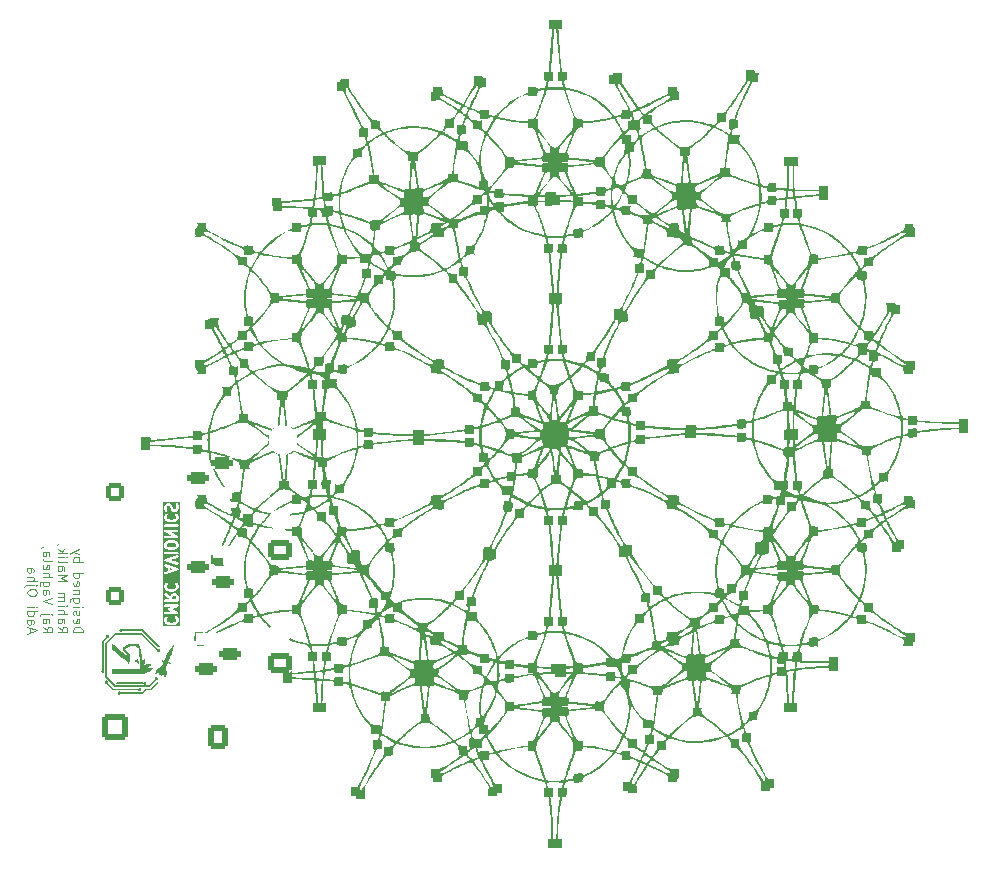
<source format=gbr>
%TF.GenerationSoftware,KiCad,Pcbnew,9.0.6*%
%TF.CreationDate,2026-01-30T15:18:38-05:00*%
%TF.ProjectId,camera-control,63616d65-7261-42d6-936f-6e74726f6c2e,rev?*%
%TF.SameCoordinates,Original*%
%TF.FileFunction,Legend,Bot*%
%TF.FilePolarity,Positive*%
%FSLAX46Y46*%
G04 Gerber Fmt 4.6, Leading zero omitted, Abs format (unit mm)*
G04 Created by KiCad (PCBNEW 9.0.6) date 2026-01-30 15:18:38*
%MOMM*%
%LPD*%
G01*
G04 APERTURE LIST*
G04 Aperture macros list*
%AMRoundRect*
0 Rectangle with rounded corners*
0 $1 Rounding radius*
0 $2 $3 $4 $5 $6 $7 $8 $9 X,Y pos of 4 corners*
0 Add a 4 corners polygon primitive as box body*
4,1,4,$2,$3,$4,$5,$6,$7,$8,$9,$2,$3,0*
0 Add four circle primitives for the rounded corners*
1,1,$1+$1,$2,$3*
1,1,$1+$1,$4,$5*
1,1,$1+$1,$6,$7*
1,1,$1+$1,$8,$9*
0 Add four rect primitives between the rounded corners*
20,1,$1+$1,$2,$3,$4,$5,0*
20,1,$1+$1,$4,$5,$6,$7,0*
20,1,$1+$1,$6,$7,$8,$9,0*
20,1,$1+$1,$8,$9,$2,$3,0*%
G04 Aperture macros list end*
%ADD10C,0.120000*%
%ADD11C,0.210000*%
%ADD12C,0.000000*%
%ADD13RoundRect,0.249999X-0.850001X-0.850001X0.850001X-0.850001X0.850001X0.850001X-0.850001X0.850001X0*%
%ADD14C,2.200000*%
%ADD15C,2.400000*%
%ADD16C,2.500000*%
%ADD17R,1.800000X1.100000*%
%ADD18RoundRect,0.275000X0.625000X-0.275000X0.625000X0.275000X-0.625000X0.275000X-0.625000X-0.275000X0*%
%ADD19RoundRect,0.275000X-0.625000X0.275000X-0.625000X-0.275000X0.625000X-0.275000X0.625000X0.275000X0*%
%ADD20RoundRect,0.250000X0.750000X-0.600000X0.750000X0.600000X-0.750000X0.600000X-0.750000X-0.600000X0*%
%ADD21O,2.000000X1.700000*%
%ADD22RoundRect,0.250000X-0.550000X-0.550000X0.550000X-0.550000X0.550000X0.550000X-0.550000X0.550000X0*%
%ADD23C,1.600000*%
%ADD24RoundRect,0.250000X-0.600000X-0.750000X0.600000X-0.750000X0.600000X0.750000X-0.600000X0.750000X0*%
%ADD25O,1.700000X2.000000*%
G04 APERTURE END LIST*
D10*
X122256305Y-82991753D02*
X123056405Y-82991753D01*
X123056405Y-82991753D02*
X123056405Y-82801253D01*
X123056405Y-82801253D02*
X123018305Y-82686953D01*
X123018305Y-82686953D02*
X122942105Y-82610753D01*
X122942105Y-82610753D02*
X122865905Y-82572653D01*
X122865905Y-82572653D02*
X122713505Y-82534553D01*
X122713505Y-82534553D02*
X122599205Y-82534553D01*
X122599205Y-82534553D02*
X122446805Y-82572653D01*
X122446805Y-82572653D02*
X122370605Y-82610753D01*
X122370605Y-82610753D02*
X122294405Y-82686953D01*
X122294405Y-82686953D02*
X122256305Y-82801253D01*
X122256305Y-82801253D02*
X122256305Y-82991753D01*
X122294405Y-81886853D02*
X122256305Y-81963053D01*
X122256305Y-81963053D02*
X122256305Y-82115453D01*
X122256305Y-82115453D02*
X122294405Y-82191653D01*
X122294405Y-82191653D02*
X122370605Y-82229753D01*
X122370605Y-82229753D02*
X122675405Y-82229753D01*
X122675405Y-82229753D02*
X122751605Y-82191653D01*
X122751605Y-82191653D02*
X122789705Y-82115453D01*
X122789705Y-82115453D02*
X122789705Y-81963053D01*
X122789705Y-81963053D02*
X122751605Y-81886853D01*
X122751605Y-81886853D02*
X122675405Y-81848753D01*
X122675405Y-81848753D02*
X122599205Y-81848753D01*
X122599205Y-81848753D02*
X122523005Y-82229753D01*
X122294405Y-81543953D02*
X122256305Y-81467753D01*
X122256305Y-81467753D02*
X122256305Y-81315353D01*
X122256305Y-81315353D02*
X122294405Y-81239153D01*
X122294405Y-81239153D02*
X122370605Y-81201053D01*
X122370605Y-81201053D02*
X122408705Y-81201053D01*
X122408705Y-81201053D02*
X122484905Y-81239153D01*
X122484905Y-81239153D02*
X122523005Y-81315353D01*
X122523005Y-81315353D02*
X122523005Y-81429653D01*
X122523005Y-81429653D02*
X122561105Y-81505853D01*
X122561105Y-81505853D02*
X122637305Y-81543953D01*
X122637305Y-81543953D02*
X122675405Y-81543953D01*
X122675405Y-81543953D02*
X122751605Y-81505853D01*
X122751605Y-81505853D02*
X122789705Y-81429653D01*
X122789705Y-81429653D02*
X122789705Y-81315353D01*
X122789705Y-81315353D02*
X122751605Y-81239153D01*
X122256305Y-80858153D02*
X122789705Y-80858153D01*
X123056405Y-80858153D02*
X123018305Y-80896253D01*
X123018305Y-80896253D02*
X122980205Y-80858153D01*
X122980205Y-80858153D02*
X123018305Y-80820053D01*
X123018305Y-80820053D02*
X123056405Y-80858153D01*
X123056405Y-80858153D02*
X122980205Y-80858153D01*
X122789705Y-80134253D02*
X122142005Y-80134253D01*
X122142005Y-80134253D02*
X122065805Y-80172353D01*
X122065805Y-80172353D02*
X122027705Y-80210453D01*
X122027705Y-80210453D02*
X121989605Y-80286653D01*
X121989605Y-80286653D02*
X121989605Y-80400953D01*
X121989605Y-80400953D02*
X122027705Y-80477153D01*
X122294405Y-80134253D02*
X122256305Y-80210453D01*
X122256305Y-80210453D02*
X122256305Y-80362853D01*
X122256305Y-80362853D02*
X122294405Y-80439053D01*
X122294405Y-80439053D02*
X122332505Y-80477153D01*
X122332505Y-80477153D02*
X122408705Y-80515253D01*
X122408705Y-80515253D02*
X122637305Y-80515253D01*
X122637305Y-80515253D02*
X122713505Y-80477153D01*
X122713505Y-80477153D02*
X122751605Y-80439053D01*
X122751605Y-80439053D02*
X122789705Y-80362853D01*
X122789705Y-80362853D02*
X122789705Y-80210453D01*
X122789705Y-80210453D02*
X122751605Y-80134253D01*
X122789705Y-79753253D02*
X122256305Y-79753253D01*
X122713505Y-79753253D02*
X122751605Y-79715153D01*
X122751605Y-79715153D02*
X122789705Y-79638953D01*
X122789705Y-79638953D02*
X122789705Y-79524653D01*
X122789705Y-79524653D02*
X122751605Y-79448453D01*
X122751605Y-79448453D02*
X122675405Y-79410353D01*
X122675405Y-79410353D02*
X122256305Y-79410353D01*
X122294405Y-78724553D02*
X122256305Y-78800753D01*
X122256305Y-78800753D02*
X122256305Y-78953153D01*
X122256305Y-78953153D02*
X122294405Y-79029353D01*
X122294405Y-79029353D02*
X122370605Y-79067453D01*
X122370605Y-79067453D02*
X122675405Y-79067453D01*
X122675405Y-79067453D02*
X122751605Y-79029353D01*
X122751605Y-79029353D02*
X122789705Y-78953153D01*
X122789705Y-78953153D02*
X122789705Y-78800753D01*
X122789705Y-78800753D02*
X122751605Y-78724553D01*
X122751605Y-78724553D02*
X122675405Y-78686453D01*
X122675405Y-78686453D02*
X122599205Y-78686453D01*
X122599205Y-78686453D02*
X122523005Y-79067453D01*
X122256305Y-78000653D02*
X123056405Y-78000653D01*
X122294405Y-78000653D02*
X122256305Y-78076853D01*
X122256305Y-78076853D02*
X122256305Y-78229253D01*
X122256305Y-78229253D02*
X122294405Y-78305453D01*
X122294405Y-78305453D02*
X122332505Y-78343553D01*
X122332505Y-78343553D02*
X122408705Y-78381653D01*
X122408705Y-78381653D02*
X122637305Y-78381653D01*
X122637305Y-78381653D02*
X122713505Y-78343553D01*
X122713505Y-78343553D02*
X122751605Y-78305453D01*
X122751605Y-78305453D02*
X122789705Y-78229253D01*
X122789705Y-78229253D02*
X122789705Y-78076853D01*
X122789705Y-78076853D02*
X122751605Y-78000653D01*
X122256305Y-77010053D02*
X123056405Y-77010053D01*
X122751605Y-77010053D02*
X122789705Y-76933853D01*
X122789705Y-76933853D02*
X122789705Y-76781453D01*
X122789705Y-76781453D02*
X122751605Y-76705253D01*
X122751605Y-76705253D02*
X122713505Y-76667153D01*
X122713505Y-76667153D02*
X122637305Y-76629053D01*
X122637305Y-76629053D02*
X122408705Y-76629053D01*
X122408705Y-76629053D02*
X122332505Y-76667153D01*
X122332505Y-76667153D02*
X122294405Y-76705253D01*
X122294405Y-76705253D02*
X122256305Y-76781453D01*
X122256305Y-76781453D02*
X122256305Y-76933853D01*
X122256305Y-76933853D02*
X122294405Y-77010053D01*
X122789705Y-76362353D02*
X122256305Y-76171853D01*
X122789705Y-75981353D02*
X122256305Y-76171853D01*
X122256305Y-76171853D02*
X122065805Y-76248053D01*
X122065805Y-76248053D02*
X122027705Y-76286153D01*
X122027705Y-76286153D02*
X121989605Y-76362353D01*
X120968189Y-82534553D02*
X121349189Y-82801253D01*
X120968189Y-82991753D02*
X121768289Y-82991753D01*
X121768289Y-82991753D02*
X121768289Y-82686953D01*
X121768289Y-82686953D02*
X121730189Y-82610753D01*
X121730189Y-82610753D02*
X121692089Y-82572653D01*
X121692089Y-82572653D02*
X121615889Y-82534553D01*
X121615889Y-82534553D02*
X121501589Y-82534553D01*
X121501589Y-82534553D02*
X121425389Y-82572653D01*
X121425389Y-82572653D02*
X121387289Y-82610753D01*
X121387289Y-82610753D02*
X121349189Y-82686953D01*
X121349189Y-82686953D02*
X121349189Y-82991753D01*
X120968189Y-81848753D02*
X121387289Y-81848753D01*
X121387289Y-81848753D02*
X121463489Y-81886853D01*
X121463489Y-81886853D02*
X121501589Y-81963053D01*
X121501589Y-81963053D02*
X121501589Y-82115453D01*
X121501589Y-82115453D02*
X121463489Y-82191653D01*
X121006289Y-81848753D02*
X120968189Y-81924953D01*
X120968189Y-81924953D02*
X120968189Y-82115453D01*
X120968189Y-82115453D02*
X121006289Y-82191653D01*
X121006289Y-82191653D02*
X121082489Y-82229753D01*
X121082489Y-82229753D02*
X121158689Y-82229753D01*
X121158689Y-82229753D02*
X121234889Y-82191653D01*
X121234889Y-82191653D02*
X121272989Y-82115453D01*
X121272989Y-82115453D02*
X121272989Y-81924953D01*
X121272989Y-81924953D02*
X121311089Y-81848753D01*
X120968189Y-81467753D02*
X121768289Y-81467753D01*
X120968189Y-81124853D02*
X121387289Y-81124853D01*
X121387289Y-81124853D02*
X121463489Y-81162953D01*
X121463489Y-81162953D02*
X121501589Y-81239153D01*
X121501589Y-81239153D02*
X121501589Y-81353453D01*
X121501589Y-81353453D02*
X121463489Y-81429653D01*
X121463489Y-81429653D02*
X121425389Y-81467753D01*
X120968189Y-80743853D02*
X121501589Y-80743853D01*
X121768289Y-80743853D02*
X121730189Y-80781953D01*
X121730189Y-80781953D02*
X121692089Y-80743853D01*
X121692089Y-80743853D02*
X121730189Y-80705753D01*
X121730189Y-80705753D02*
X121768289Y-80743853D01*
X121768289Y-80743853D02*
X121692089Y-80743853D01*
X120968189Y-80362853D02*
X121501589Y-80362853D01*
X121425389Y-80362853D02*
X121463489Y-80324753D01*
X121463489Y-80324753D02*
X121501589Y-80248553D01*
X121501589Y-80248553D02*
X121501589Y-80134253D01*
X121501589Y-80134253D02*
X121463489Y-80058053D01*
X121463489Y-80058053D02*
X121387289Y-80019953D01*
X121387289Y-80019953D02*
X120968189Y-80019953D01*
X121387289Y-80019953D02*
X121463489Y-79981853D01*
X121463489Y-79981853D02*
X121501589Y-79905653D01*
X121501589Y-79905653D02*
X121501589Y-79791353D01*
X121501589Y-79791353D02*
X121463489Y-79715153D01*
X121463489Y-79715153D02*
X121387289Y-79677053D01*
X121387289Y-79677053D02*
X120968189Y-79677053D01*
X120968189Y-78686453D02*
X121768289Y-78686453D01*
X121768289Y-78686453D02*
X121196789Y-78419753D01*
X121196789Y-78419753D02*
X121768289Y-78153053D01*
X121768289Y-78153053D02*
X120968189Y-78153053D01*
X120968189Y-77429153D02*
X121387289Y-77429153D01*
X121387289Y-77429153D02*
X121463489Y-77467253D01*
X121463489Y-77467253D02*
X121501589Y-77543453D01*
X121501589Y-77543453D02*
X121501589Y-77695853D01*
X121501589Y-77695853D02*
X121463489Y-77772053D01*
X121006289Y-77429153D02*
X120968189Y-77505353D01*
X120968189Y-77505353D02*
X120968189Y-77695853D01*
X120968189Y-77695853D02*
X121006289Y-77772053D01*
X121006289Y-77772053D02*
X121082489Y-77810153D01*
X121082489Y-77810153D02*
X121158689Y-77810153D01*
X121158689Y-77810153D02*
X121234889Y-77772053D01*
X121234889Y-77772053D02*
X121272989Y-77695853D01*
X121272989Y-77695853D02*
X121272989Y-77505353D01*
X121272989Y-77505353D02*
X121311089Y-77429153D01*
X120968189Y-76933853D02*
X121006289Y-77010053D01*
X121006289Y-77010053D02*
X121082489Y-77048153D01*
X121082489Y-77048153D02*
X121768289Y-77048153D01*
X120968189Y-76629053D02*
X121501589Y-76629053D01*
X121768289Y-76629053D02*
X121730189Y-76667153D01*
X121730189Y-76667153D02*
X121692089Y-76629053D01*
X121692089Y-76629053D02*
X121730189Y-76590953D01*
X121730189Y-76590953D02*
X121768289Y-76629053D01*
X121768289Y-76629053D02*
X121692089Y-76629053D01*
X120968189Y-76248053D02*
X121768289Y-76248053D01*
X121272989Y-76171853D02*
X120968189Y-75943253D01*
X121501589Y-75943253D02*
X121196789Y-76248053D01*
X121006289Y-75562253D02*
X120968189Y-75562253D01*
X120968189Y-75562253D02*
X120891989Y-75600353D01*
X120891989Y-75600353D02*
X120853889Y-75638453D01*
X119680073Y-82534553D02*
X120061073Y-82801253D01*
X119680073Y-82991753D02*
X120480173Y-82991753D01*
X120480173Y-82991753D02*
X120480173Y-82686953D01*
X120480173Y-82686953D02*
X120442073Y-82610753D01*
X120442073Y-82610753D02*
X120403973Y-82572653D01*
X120403973Y-82572653D02*
X120327773Y-82534553D01*
X120327773Y-82534553D02*
X120213473Y-82534553D01*
X120213473Y-82534553D02*
X120137273Y-82572653D01*
X120137273Y-82572653D02*
X120099173Y-82610753D01*
X120099173Y-82610753D02*
X120061073Y-82686953D01*
X120061073Y-82686953D02*
X120061073Y-82991753D01*
X119680073Y-81848753D02*
X120099173Y-81848753D01*
X120099173Y-81848753D02*
X120175373Y-81886853D01*
X120175373Y-81886853D02*
X120213473Y-81963053D01*
X120213473Y-81963053D02*
X120213473Y-82115453D01*
X120213473Y-82115453D02*
X120175373Y-82191653D01*
X119718173Y-81848753D02*
X119680073Y-81924953D01*
X119680073Y-81924953D02*
X119680073Y-82115453D01*
X119680073Y-82115453D02*
X119718173Y-82191653D01*
X119718173Y-82191653D02*
X119794373Y-82229753D01*
X119794373Y-82229753D02*
X119870573Y-82229753D01*
X119870573Y-82229753D02*
X119946773Y-82191653D01*
X119946773Y-82191653D02*
X119984873Y-82115453D01*
X119984873Y-82115453D02*
X119984873Y-81924953D01*
X119984873Y-81924953D02*
X120022973Y-81848753D01*
X120213473Y-81467753D02*
X119527673Y-81467753D01*
X119527673Y-81467753D02*
X119451473Y-81505853D01*
X119451473Y-81505853D02*
X119413373Y-81582053D01*
X119413373Y-81582053D02*
X119413373Y-81620153D01*
X120480173Y-81467753D02*
X120442073Y-81505853D01*
X120442073Y-81505853D02*
X120403973Y-81467753D01*
X120403973Y-81467753D02*
X120442073Y-81429653D01*
X120442073Y-81429653D02*
X120480173Y-81467753D01*
X120480173Y-81467753D02*
X120403973Y-81467753D01*
X120480173Y-80591453D02*
X119680073Y-80324753D01*
X119680073Y-80324753D02*
X120480173Y-80058053D01*
X119680073Y-79448453D02*
X120099173Y-79448453D01*
X120099173Y-79448453D02*
X120175373Y-79486553D01*
X120175373Y-79486553D02*
X120213473Y-79562753D01*
X120213473Y-79562753D02*
X120213473Y-79715153D01*
X120213473Y-79715153D02*
X120175373Y-79791353D01*
X119718173Y-79448453D02*
X119680073Y-79524653D01*
X119680073Y-79524653D02*
X119680073Y-79715153D01*
X119680073Y-79715153D02*
X119718173Y-79791353D01*
X119718173Y-79791353D02*
X119794373Y-79829453D01*
X119794373Y-79829453D02*
X119870573Y-79829453D01*
X119870573Y-79829453D02*
X119946773Y-79791353D01*
X119946773Y-79791353D02*
X119984873Y-79715153D01*
X119984873Y-79715153D02*
X119984873Y-79524653D01*
X119984873Y-79524653D02*
X120022973Y-79448453D01*
X120213473Y-78724553D02*
X119565773Y-78724553D01*
X119565773Y-78724553D02*
X119489573Y-78762653D01*
X119489573Y-78762653D02*
X119451473Y-78800753D01*
X119451473Y-78800753D02*
X119413373Y-78876953D01*
X119413373Y-78876953D02*
X119413373Y-78991253D01*
X119413373Y-78991253D02*
X119451473Y-79067453D01*
X119718173Y-78724553D02*
X119680073Y-78800753D01*
X119680073Y-78800753D02*
X119680073Y-78953153D01*
X119680073Y-78953153D02*
X119718173Y-79029353D01*
X119718173Y-79029353D02*
X119756273Y-79067453D01*
X119756273Y-79067453D02*
X119832473Y-79105553D01*
X119832473Y-79105553D02*
X120061073Y-79105553D01*
X120061073Y-79105553D02*
X120137273Y-79067453D01*
X120137273Y-79067453D02*
X120175373Y-79029353D01*
X120175373Y-79029353D02*
X120213473Y-78953153D01*
X120213473Y-78953153D02*
X120213473Y-78800753D01*
X120213473Y-78800753D02*
X120175373Y-78724553D01*
X119680073Y-78343553D02*
X120480173Y-78343553D01*
X119680073Y-78000653D02*
X120099173Y-78000653D01*
X120099173Y-78000653D02*
X120175373Y-78038753D01*
X120175373Y-78038753D02*
X120213473Y-78114953D01*
X120213473Y-78114953D02*
X120213473Y-78229253D01*
X120213473Y-78229253D02*
X120175373Y-78305453D01*
X120175373Y-78305453D02*
X120137273Y-78343553D01*
X119718173Y-77314853D02*
X119680073Y-77391053D01*
X119680073Y-77391053D02*
X119680073Y-77543453D01*
X119680073Y-77543453D02*
X119718173Y-77619653D01*
X119718173Y-77619653D02*
X119794373Y-77657753D01*
X119794373Y-77657753D02*
X120099173Y-77657753D01*
X120099173Y-77657753D02*
X120175373Y-77619653D01*
X120175373Y-77619653D02*
X120213473Y-77543453D01*
X120213473Y-77543453D02*
X120213473Y-77391053D01*
X120213473Y-77391053D02*
X120175373Y-77314853D01*
X120175373Y-77314853D02*
X120099173Y-77276753D01*
X120099173Y-77276753D02*
X120022973Y-77276753D01*
X120022973Y-77276753D02*
X119946773Y-77657753D01*
X119680073Y-76819553D02*
X119718173Y-76895753D01*
X119718173Y-76895753D02*
X119794373Y-76933853D01*
X119794373Y-76933853D02*
X120480173Y-76933853D01*
X119680073Y-76171853D02*
X120099173Y-76171853D01*
X120099173Y-76171853D02*
X120175373Y-76209953D01*
X120175373Y-76209953D02*
X120213473Y-76286153D01*
X120213473Y-76286153D02*
X120213473Y-76438553D01*
X120213473Y-76438553D02*
X120175373Y-76514753D01*
X119718173Y-76171853D02*
X119680073Y-76248053D01*
X119680073Y-76248053D02*
X119680073Y-76438553D01*
X119680073Y-76438553D02*
X119718173Y-76514753D01*
X119718173Y-76514753D02*
X119794373Y-76552853D01*
X119794373Y-76552853D02*
X119870573Y-76552853D01*
X119870573Y-76552853D02*
X119946773Y-76514753D01*
X119946773Y-76514753D02*
X119984873Y-76438553D01*
X119984873Y-76438553D02*
X119984873Y-76248053D01*
X119984873Y-76248053D02*
X120022973Y-76171853D01*
X119718173Y-75752753D02*
X119680073Y-75752753D01*
X119680073Y-75752753D02*
X119603873Y-75790853D01*
X119603873Y-75790853D02*
X119565773Y-75828953D01*
X118620557Y-83029853D02*
X118620557Y-82648853D01*
X118391957Y-83106053D02*
X119192057Y-82839353D01*
X119192057Y-82839353D02*
X118391957Y-82572653D01*
X118391957Y-81963053D02*
X118811057Y-81963053D01*
X118811057Y-81963053D02*
X118887257Y-82001153D01*
X118887257Y-82001153D02*
X118925357Y-82077353D01*
X118925357Y-82077353D02*
X118925357Y-82229753D01*
X118925357Y-82229753D02*
X118887257Y-82305953D01*
X118430057Y-81963053D02*
X118391957Y-82039253D01*
X118391957Y-82039253D02*
X118391957Y-82229753D01*
X118391957Y-82229753D02*
X118430057Y-82305953D01*
X118430057Y-82305953D02*
X118506257Y-82344053D01*
X118506257Y-82344053D02*
X118582457Y-82344053D01*
X118582457Y-82344053D02*
X118658657Y-82305953D01*
X118658657Y-82305953D02*
X118696757Y-82229753D01*
X118696757Y-82229753D02*
X118696757Y-82039253D01*
X118696757Y-82039253D02*
X118734857Y-81963053D01*
X118391957Y-81239153D02*
X119192057Y-81239153D01*
X118430057Y-81239153D02*
X118391957Y-81315353D01*
X118391957Y-81315353D02*
X118391957Y-81467753D01*
X118391957Y-81467753D02*
X118430057Y-81543953D01*
X118430057Y-81543953D02*
X118468157Y-81582053D01*
X118468157Y-81582053D02*
X118544357Y-81620153D01*
X118544357Y-81620153D02*
X118772957Y-81620153D01*
X118772957Y-81620153D02*
X118849157Y-81582053D01*
X118849157Y-81582053D02*
X118887257Y-81543953D01*
X118887257Y-81543953D02*
X118925357Y-81467753D01*
X118925357Y-81467753D02*
X118925357Y-81315353D01*
X118925357Y-81315353D02*
X118887257Y-81239153D01*
X118391957Y-80858153D02*
X118925357Y-80858153D01*
X119192057Y-80858153D02*
X119153957Y-80896253D01*
X119153957Y-80896253D02*
X119115857Y-80858153D01*
X119115857Y-80858153D02*
X119153957Y-80820053D01*
X119153957Y-80820053D02*
X119192057Y-80858153D01*
X119192057Y-80858153D02*
X119115857Y-80858153D01*
X119192057Y-79715153D02*
X119192057Y-79562753D01*
X119192057Y-79562753D02*
X119153957Y-79486553D01*
X119153957Y-79486553D02*
X119077757Y-79410353D01*
X119077757Y-79410353D02*
X118925357Y-79372253D01*
X118925357Y-79372253D02*
X118658657Y-79372253D01*
X118658657Y-79372253D02*
X118506257Y-79410353D01*
X118506257Y-79410353D02*
X118430057Y-79486553D01*
X118430057Y-79486553D02*
X118391957Y-79562753D01*
X118391957Y-79562753D02*
X118391957Y-79715153D01*
X118391957Y-79715153D02*
X118430057Y-79791353D01*
X118430057Y-79791353D02*
X118506257Y-79867553D01*
X118506257Y-79867553D02*
X118658657Y-79905653D01*
X118658657Y-79905653D02*
X118925357Y-79905653D01*
X118925357Y-79905653D02*
X119077757Y-79867553D01*
X119077757Y-79867553D02*
X119153957Y-79791353D01*
X119153957Y-79791353D02*
X119192057Y-79715153D01*
X118925357Y-79029353D02*
X118239557Y-79029353D01*
X118239557Y-79029353D02*
X118163357Y-79067453D01*
X118163357Y-79067453D02*
X118125257Y-79143653D01*
X118125257Y-79143653D02*
X118125257Y-79181753D01*
X119192057Y-79029353D02*
X119153957Y-79067453D01*
X119153957Y-79067453D02*
X119115857Y-79029353D01*
X119115857Y-79029353D02*
X119153957Y-78991253D01*
X119153957Y-78991253D02*
X119192057Y-79029353D01*
X119192057Y-79029353D02*
X119115857Y-79029353D01*
X118391957Y-78648353D02*
X119192057Y-78648353D01*
X118391957Y-78305453D02*
X118811057Y-78305453D01*
X118811057Y-78305453D02*
X118887257Y-78343553D01*
X118887257Y-78343553D02*
X118925357Y-78419753D01*
X118925357Y-78419753D02*
X118925357Y-78534053D01*
X118925357Y-78534053D02*
X118887257Y-78610253D01*
X118887257Y-78610253D02*
X118849157Y-78648353D01*
X118391957Y-77581553D02*
X118811057Y-77581553D01*
X118811057Y-77581553D02*
X118887257Y-77619653D01*
X118887257Y-77619653D02*
X118925357Y-77695853D01*
X118925357Y-77695853D02*
X118925357Y-77848253D01*
X118925357Y-77848253D02*
X118887257Y-77924453D01*
X118430057Y-77581553D02*
X118391957Y-77657753D01*
X118391957Y-77657753D02*
X118391957Y-77848253D01*
X118391957Y-77848253D02*
X118430057Y-77924453D01*
X118430057Y-77924453D02*
X118506257Y-77962553D01*
X118506257Y-77962553D02*
X118582457Y-77962553D01*
X118582457Y-77962553D02*
X118658657Y-77924453D01*
X118658657Y-77924453D02*
X118696757Y-77848253D01*
X118696757Y-77848253D02*
X118696757Y-77657753D01*
X118696757Y-77657753D02*
X118734857Y-77581553D01*
D11*
G36*
X130926414Y-79937377D02*
G01*
X130948807Y-79957531D01*
X130974700Y-80004137D01*
X130974700Y-80214786D01*
X130660891Y-80214786D01*
X130660891Y-80004137D01*
X130686783Y-79957531D01*
X130709176Y-79937377D01*
X130768905Y-79910500D01*
X130866687Y-79910500D01*
X130926414Y-79937377D01*
G37*
G36*
X130714288Y-77662643D02*
G01*
X130470415Y-77735805D01*
X130470415Y-77589480D01*
X130714288Y-77662643D01*
G37*
G36*
X130887008Y-75444769D02*
G01*
X130948808Y-75500389D01*
X130974700Y-75546994D01*
X130974700Y-75664005D01*
X130948808Y-75710610D01*
X130887008Y-75766230D01*
X130734700Y-75800500D01*
X130424701Y-75800500D01*
X130272391Y-75766230D01*
X130210591Y-75710610D01*
X130184700Y-75664005D01*
X130184700Y-75546994D01*
X130210591Y-75500389D01*
X130272391Y-75444769D01*
X130424701Y-75410500D01*
X130734700Y-75410500D01*
X130887008Y-75444769D01*
G37*
G36*
X131295811Y-82507325D02*
G01*
X129863589Y-82507325D01*
X129863589Y-81905500D01*
X129974700Y-81905500D01*
X129974700Y-81991214D01*
X129976102Y-82005448D01*
X129976014Y-82007773D01*
X129976522Y-82009710D01*
X129976718Y-82011698D01*
X129977606Y-82013842D01*
X129981237Y-82027683D01*
X130028857Y-82156253D01*
X130037863Y-82174761D01*
X130041132Y-82178289D01*
X130043203Y-82182627D01*
X130057078Y-82197831D01*
X130152316Y-82283545D01*
X130159739Y-82289010D01*
X130161618Y-82291006D01*
X130165391Y-82293171D01*
X130168892Y-82295749D01*
X130171473Y-82296662D01*
X130179470Y-82301252D01*
X130274708Y-82344109D01*
X130275058Y-82344226D01*
X130275206Y-82344331D01*
X130284685Y-82347467D01*
X130294216Y-82350675D01*
X130294397Y-82350680D01*
X130294747Y-82350796D01*
X130485223Y-82393653D01*
X130487011Y-82393874D01*
X130487788Y-82394196D01*
X130496726Y-82395076D01*
X130505651Y-82396181D01*
X130506480Y-82396037D01*
X130508272Y-82396214D01*
X130651129Y-82396214D01*
X130652920Y-82396037D01*
X130653750Y-82396181D01*
X130662674Y-82395076D01*
X130671613Y-82394196D01*
X130672389Y-82393874D01*
X130674178Y-82393653D01*
X130864654Y-82350796D01*
X130865006Y-82350679D01*
X130865185Y-82350674D01*
X130874625Y-82347496D01*
X130884195Y-82344331D01*
X130884342Y-82344226D01*
X130884693Y-82344109D01*
X130979932Y-82301252D01*
X130987926Y-82296662D01*
X130990509Y-82295749D01*
X130994014Y-82293167D01*
X130997783Y-82291005D01*
X130999657Y-82289013D01*
X131007085Y-82283546D01*
X131102323Y-82197831D01*
X131116198Y-82182628D01*
X131118268Y-82178288D01*
X131121538Y-82174761D01*
X131130545Y-82156253D01*
X131178164Y-82027682D01*
X131181793Y-82013841D01*
X131182682Y-82011698D01*
X131182877Y-82009709D01*
X131183386Y-82007772D01*
X131183297Y-82005448D01*
X131184700Y-81991214D01*
X131184700Y-81905500D01*
X131183297Y-81891265D01*
X131183386Y-81888942D01*
X131182877Y-81887004D01*
X131182682Y-81885016D01*
X131181793Y-81882872D01*
X131178164Y-81869032D01*
X131130545Y-81740460D01*
X131121538Y-81721952D01*
X131118269Y-81718425D01*
X131116198Y-81714085D01*
X131102322Y-81698882D01*
X131054703Y-81656025D01*
X131038128Y-81643822D01*
X130999505Y-81630154D01*
X130958593Y-81632308D01*
X130921619Y-81649954D01*
X130894213Y-81680405D01*
X130880545Y-81719028D01*
X130882699Y-81759940D01*
X130900345Y-81796914D01*
X130914221Y-81812117D01*
X130942604Y-81837661D01*
X130974700Y-81924320D01*
X130974700Y-81972393D01*
X130942604Y-82059051D01*
X130878793Y-82116480D01*
X130808198Y-82148248D01*
X130639462Y-82186214D01*
X130519939Y-82186214D01*
X130351204Y-82148248D01*
X130280607Y-82116480D01*
X130216794Y-82059048D01*
X130184700Y-81972394D01*
X130184700Y-81924319D01*
X130216795Y-81837663D01*
X130245180Y-81812117D01*
X130259056Y-81796914D01*
X130276703Y-81759939D01*
X130278856Y-81719028D01*
X130265188Y-81680405D01*
X130237782Y-81649954D01*
X130200808Y-81632307D01*
X130159896Y-81630154D01*
X130121274Y-81643822D01*
X130104698Y-81656025D01*
X130057079Y-81698882D01*
X130043203Y-81714085D01*
X130041131Y-81718425D01*
X130037863Y-81721952D01*
X130028856Y-81740460D01*
X129981237Y-81869031D01*
X129977606Y-81882871D01*
X129976718Y-81885016D01*
X129976522Y-81887003D01*
X129976014Y-81888941D01*
X129976102Y-81891265D01*
X129974700Y-81905500D01*
X129863589Y-81905500D01*
X129863589Y-80727873D01*
X129976718Y-80727873D01*
X129976718Y-80768841D01*
X129992396Y-80806692D01*
X130021365Y-80835661D01*
X130059216Y-80851339D01*
X130079700Y-80853357D01*
X130558546Y-80853357D01*
X130324756Y-80951549D01*
X130308344Y-80960425D01*
X130307512Y-80960766D01*
X130307266Y-80961009D01*
X130306651Y-80961342D01*
X130292594Y-80975536D01*
X130278400Y-80989593D01*
X130278196Y-80990078D01*
X130277824Y-80990454D01*
X130270254Y-81008986D01*
X130262535Y-81027365D01*
X130262532Y-81027891D01*
X130262333Y-81028380D01*
X130262431Y-81048357D01*
X130262333Y-81068334D01*
X130262532Y-81068822D01*
X130262535Y-81069349D01*
X130270254Y-81087727D01*
X130277824Y-81106260D01*
X130278196Y-81106635D01*
X130278400Y-81107121D01*
X130292594Y-81121177D01*
X130306651Y-81135372D01*
X130307266Y-81135704D01*
X130307512Y-81135948D01*
X130308344Y-81136288D01*
X130324756Y-81145165D01*
X130558546Y-81243357D01*
X130079700Y-81243357D01*
X130059216Y-81245375D01*
X130021365Y-81261053D01*
X129992396Y-81290022D01*
X129976718Y-81327873D01*
X129976718Y-81368841D01*
X129992396Y-81406692D01*
X130021365Y-81435661D01*
X130059216Y-81451339D01*
X130079700Y-81453357D01*
X131079700Y-81453357D01*
X131099193Y-81451436D01*
X131099677Y-81451439D01*
X131099838Y-81451373D01*
X131100184Y-81451339D01*
X131118772Y-81443639D01*
X131137604Y-81435948D01*
X131137792Y-81435761D01*
X131138035Y-81435661D01*
X131152313Y-81421382D01*
X131166716Y-81407121D01*
X131166818Y-81406877D01*
X131167004Y-81406692D01*
X131174716Y-81388071D01*
X131182580Y-81369349D01*
X131182581Y-81369084D01*
X131182682Y-81368841D01*
X131182682Y-81348661D01*
X131182782Y-81328380D01*
X131182682Y-81328135D01*
X131182682Y-81327873D01*
X131174967Y-81309248D01*
X131167291Y-81290454D01*
X131167105Y-81290266D01*
X131167004Y-81290022D01*
X131152624Y-81275642D01*
X131138464Y-81261342D01*
X131138159Y-81261177D01*
X131138035Y-81261053D01*
X131137585Y-81260866D01*
X131120360Y-81251549D01*
X130636569Y-81048357D01*
X131120360Y-80845165D01*
X131137585Y-80835847D01*
X131138035Y-80835661D01*
X131138159Y-80835536D01*
X131138464Y-80835372D01*
X131152624Y-80821071D01*
X131167004Y-80806692D01*
X131167105Y-80806447D01*
X131167291Y-80806260D01*
X131174967Y-80787465D01*
X131182682Y-80768841D01*
X131182682Y-80768578D01*
X131182782Y-80768334D01*
X131182682Y-80748052D01*
X131182682Y-80727873D01*
X131182581Y-80727629D01*
X131182580Y-80727365D01*
X131174716Y-80708642D01*
X131167004Y-80690022D01*
X131166818Y-80689836D01*
X131166716Y-80689593D01*
X131152313Y-80675331D01*
X131138035Y-80661053D01*
X131137792Y-80660952D01*
X131137604Y-80660766D01*
X131118772Y-80653074D01*
X131100184Y-80645375D01*
X131099838Y-80645340D01*
X131099677Y-80645275D01*
X131099193Y-80645277D01*
X131079700Y-80643357D01*
X130079700Y-80643357D01*
X130059216Y-80645375D01*
X130021365Y-80661053D01*
X129992396Y-80690022D01*
X129976718Y-80727873D01*
X129863589Y-80727873D01*
X129863589Y-79808320D01*
X129974738Y-79808320D01*
X129983807Y-79848272D01*
X130007475Y-79881713D01*
X130023731Y-79894340D01*
X130450891Y-80163449D01*
X130450891Y-80214786D01*
X130079700Y-80214786D01*
X130059216Y-80216804D01*
X130021365Y-80232482D01*
X129992396Y-80261451D01*
X129976718Y-80299302D01*
X129976718Y-80340270D01*
X129992396Y-80378121D01*
X130021365Y-80407090D01*
X130059216Y-80422768D01*
X130079700Y-80424786D01*
X131079700Y-80424786D01*
X131100184Y-80422768D01*
X131138035Y-80407090D01*
X131167004Y-80378121D01*
X131182682Y-80340270D01*
X131184700Y-80319786D01*
X131184700Y-79976929D01*
X131182682Y-79956445D01*
X131180361Y-79950843D01*
X131179670Y-79944823D01*
X131171487Y-79925937D01*
X131123868Y-79840222D01*
X131117376Y-79830841D01*
X131116198Y-79828371D01*
X131114005Y-79825968D01*
X131112156Y-79823296D01*
X131110013Y-79821595D01*
X131102322Y-79813168D01*
X131054703Y-79770311D01*
X131047277Y-79764844D01*
X131045402Y-79762852D01*
X131041632Y-79760688D01*
X131038128Y-79758108D01*
X131035545Y-79757194D01*
X131027551Y-79752605D01*
X130932312Y-79709748D01*
X130912804Y-79703183D01*
X130911196Y-79703134D01*
X130909708Y-79702518D01*
X130889224Y-79700500D01*
X130746367Y-79700500D01*
X130725883Y-79702518D01*
X130724397Y-79703133D01*
X130722787Y-79703182D01*
X130703279Y-79709748D01*
X130608041Y-79752605D01*
X130600043Y-79757195D01*
X130597464Y-79758108D01*
X130593965Y-79760683D01*
X130590189Y-79762851D01*
X130588309Y-79764847D01*
X130580888Y-79770311D01*
X130533269Y-79813168D01*
X130525577Y-79821595D01*
X130523435Y-79823296D01*
X130521585Y-79825968D01*
X130519393Y-79828371D01*
X130518214Y-79830841D01*
X130511723Y-79840222D01*
X130465076Y-79924186D01*
X130135669Y-79716660D01*
X130117262Y-79707449D01*
X130076880Y-79700538D01*
X130036928Y-79709607D01*
X130003487Y-79733275D01*
X129981649Y-79767938D01*
X129974738Y-79808320D01*
X129863589Y-79808320D01*
X129863589Y-79076929D01*
X129974700Y-79076929D01*
X129974700Y-79162643D01*
X129976102Y-79176877D01*
X129976014Y-79179202D01*
X129976522Y-79181139D01*
X129976718Y-79183127D01*
X129977606Y-79185271D01*
X129981237Y-79199112D01*
X130028857Y-79327682D01*
X130037863Y-79346190D01*
X130041132Y-79349718D01*
X130043203Y-79354056D01*
X130057078Y-79369260D01*
X130152316Y-79454974D01*
X130159739Y-79460439D01*
X130161618Y-79462435D01*
X130165391Y-79464600D01*
X130168892Y-79467178D01*
X130171473Y-79468091D01*
X130179470Y-79472681D01*
X130274708Y-79515538D01*
X130275058Y-79515655D01*
X130275206Y-79515760D01*
X130284685Y-79518896D01*
X130294216Y-79522104D01*
X130294397Y-79522109D01*
X130294747Y-79522225D01*
X130485223Y-79565082D01*
X130487011Y-79565303D01*
X130487788Y-79565625D01*
X130496726Y-79566505D01*
X130505651Y-79567610D01*
X130506480Y-79567466D01*
X130508272Y-79567643D01*
X130651129Y-79567643D01*
X130652920Y-79567466D01*
X130653750Y-79567610D01*
X130662674Y-79566505D01*
X130671613Y-79565625D01*
X130672389Y-79565303D01*
X130674178Y-79565082D01*
X130864654Y-79522225D01*
X130865006Y-79522108D01*
X130865185Y-79522103D01*
X130874625Y-79518925D01*
X130884195Y-79515760D01*
X130884342Y-79515655D01*
X130884693Y-79515538D01*
X130979932Y-79472681D01*
X130987926Y-79468091D01*
X130990509Y-79467178D01*
X130994014Y-79464596D01*
X130997783Y-79462434D01*
X130999657Y-79460442D01*
X131007085Y-79454975D01*
X131102323Y-79369260D01*
X131116198Y-79354057D01*
X131118268Y-79349717D01*
X131121538Y-79346190D01*
X131130545Y-79327682D01*
X131178164Y-79199111D01*
X131181793Y-79185270D01*
X131182682Y-79183127D01*
X131182877Y-79181138D01*
X131183386Y-79179201D01*
X131183297Y-79176877D01*
X131184700Y-79162643D01*
X131184700Y-79076929D01*
X131183297Y-79062694D01*
X131183386Y-79060371D01*
X131182877Y-79058433D01*
X131182682Y-79056445D01*
X131181793Y-79054301D01*
X131178164Y-79040461D01*
X131130545Y-78911889D01*
X131121538Y-78893381D01*
X131118269Y-78889854D01*
X131116198Y-78885514D01*
X131102322Y-78870311D01*
X131054703Y-78827454D01*
X131038128Y-78815251D01*
X130999505Y-78801583D01*
X130958593Y-78803737D01*
X130921619Y-78821383D01*
X130894213Y-78851834D01*
X130880545Y-78890457D01*
X130882699Y-78931369D01*
X130900345Y-78968343D01*
X130914221Y-78983546D01*
X130942604Y-79009090D01*
X130974700Y-79095749D01*
X130974700Y-79143822D01*
X130942604Y-79230480D01*
X130878793Y-79287909D01*
X130808198Y-79319677D01*
X130639462Y-79357643D01*
X130519939Y-79357643D01*
X130351204Y-79319677D01*
X130280607Y-79287909D01*
X130216794Y-79230477D01*
X130184700Y-79143823D01*
X130184700Y-79095748D01*
X130216795Y-79009092D01*
X130245180Y-78983546D01*
X130259056Y-78968343D01*
X130276703Y-78931368D01*
X130278856Y-78890457D01*
X130265188Y-78851834D01*
X130237782Y-78821383D01*
X130200808Y-78803736D01*
X130159896Y-78801583D01*
X130121274Y-78815251D01*
X130104698Y-78827454D01*
X130057079Y-78870311D01*
X130043203Y-78885514D01*
X130041131Y-78889854D01*
X130037863Y-78893381D01*
X130028856Y-78911889D01*
X129981237Y-79040460D01*
X129977606Y-79054300D01*
X129976718Y-79056445D01*
X129976522Y-79058432D01*
X129976014Y-79060370D01*
X129976102Y-79062694D01*
X129974700Y-79076929D01*
X129863589Y-79076929D01*
X129863589Y-77352671D01*
X129975175Y-77352671D01*
X129979315Y-77393431D01*
X129998739Y-77429503D01*
X130030488Y-77455396D01*
X130049528Y-77463215D01*
X130260415Y-77526481D01*
X130260415Y-77798804D01*
X130049528Y-77862071D01*
X130030488Y-77869890D01*
X129998739Y-77895783D01*
X129979315Y-77931855D01*
X129975175Y-77972615D01*
X129986947Y-78011855D01*
X130012840Y-78043604D01*
X130048912Y-78063028D01*
X130089672Y-78067168D01*
X130109872Y-78063215D01*
X131109872Y-77763215D01*
X131110274Y-77763049D01*
X131110489Y-77763028D01*
X131111008Y-77762748D01*
X131128912Y-77755396D01*
X131137170Y-77748660D01*
X131146560Y-77743605D01*
X131152894Y-77735837D01*
X131160662Y-77729503D01*
X131165717Y-77720114D01*
X131172453Y-77711855D01*
X131175332Y-77702257D01*
X131180085Y-77693431D01*
X131181162Y-77682823D01*
X131184225Y-77672615D01*
X131183212Y-77662643D01*
X131184225Y-77652671D01*
X131181162Y-77642462D01*
X131180085Y-77631855D01*
X131175332Y-77623028D01*
X131172453Y-77613431D01*
X131165717Y-77605171D01*
X131160662Y-77595783D01*
X131152894Y-77589448D01*
X131146560Y-77581681D01*
X131137170Y-77576625D01*
X131128912Y-77569890D01*
X131111008Y-77562537D01*
X131110489Y-77562258D01*
X131110274Y-77562236D01*
X131109872Y-77562071D01*
X130109872Y-77262071D01*
X130089672Y-77258118D01*
X130048912Y-77262258D01*
X130012840Y-77281682D01*
X129986947Y-77313431D01*
X129975175Y-77352671D01*
X129863589Y-77352671D01*
X129863589Y-76881242D01*
X129975175Y-76881242D01*
X129976187Y-76891214D01*
X129975175Y-76901186D01*
X129978237Y-76911394D01*
X129979315Y-76922002D01*
X129984067Y-76930827D01*
X129986947Y-76940426D01*
X129993684Y-76948687D01*
X129998739Y-76958074D01*
X130006505Y-76964408D01*
X130012840Y-76972175D01*
X130022226Y-76977229D01*
X130030488Y-76983967D01*
X130048395Y-76991321D01*
X130048912Y-76991599D01*
X130049125Y-76991620D01*
X130049528Y-76991786D01*
X131049529Y-77291786D01*
X131069729Y-77295739D01*
X131110489Y-77291599D01*
X131146560Y-77272176D01*
X131172453Y-77240426D01*
X131184225Y-77201186D01*
X131180085Y-77160426D01*
X131160662Y-77124354D01*
X131128912Y-77098461D01*
X131109872Y-77090642D01*
X130445112Y-76891214D01*
X131109872Y-76691786D01*
X131128912Y-76683967D01*
X131160662Y-76658074D01*
X131180085Y-76622002D01*
X131184225Y-76581242D01*
X131172453Y-76542002D01*
X131146560Y-76510252D01*
X131110489Y-76490829D01*
X131069729Y-76486689D01*
X131049529Y-76490642D01*
X130049528Y-76790642D01*
X130049125Y-76790807D01*
X130048912Y-76790829D01*
X130048395Y-76791106D01*
X130030488Y-76798461D01*
X130022226Y-76805198D01*
X130012840Y-76810253D01*
X130006505Y-76818019D01*
X129998739Y-76824354D01*
X129993684Y-76833740D01*
X129986947Y-76842002D01*
X129984067Y-76851600D01*
X129979315Y-76860426D01*
X129978237Y-76871033D01*
X129975175Y-76881242D01*
X129863589Y-76881242D01*
X129863589Y-76270730D01*
X129976718Y-76270730D01*
X129976718Y-76311698D01*
X129992396Y-76349549D01*
X130021365Y-76378518D01*
X130059216Y-76394196D01*
X130079700Y-76396214D01*
X131079700Y-76396214D01*
X131100184Y-76394196D01*
X131138035Y-76378518D01*
X131167004Y-76349549D01*
X131182682Y-76311698D01*
X131182682Y-76270730D01*
X131167004Y-76232879D01*
X131138035Y-76203910D01*
X131100184Y-76188232D01*
X131079700Y-76186214D01*
X130079700Y-76186214D01*
X130059216Y-76188232D01*
X130021365Y-76203910D01*
X129992396Y-76232879D01*
X129976718Y-76270730D01*
X129863589Y-76270730D01*
X129863589Y-75519786D01*
X129974700Y-75519786D01*
X129974700Y-75691214D01*
X129976718Y-75711698D01*
X129979038Y-75717299D01*
X129979730Y-75723321D01*
X129987914Y-75742207D01*
X130035534Y-75827922D01*
X130042023Y-75837300D01*
X130043203Y-75839772D01*
X130045396Y-75842175D01*
X130047246Y-75844848D01*
X130049388Y-75846548D01*
X130057079Y-75854975D01*
X130152316Y-75940689D01*
X130168892Y-75952892D01*
X130174824Y-75954991D01*
X130179968Y-75958617D01*
X130199509Y-75965082D01*
X130389985Y-76007939D01*
X130391773Y-76008160D01*
X130392550Y-76008482D01*
X130401488Y-76009362D01*
X130410413Y-76010467D01*
X130411242Y-76010323D01*
X130413034Y-76010500D01*
X130746367Y-76010500D01*
X130748158Y-76010323D01*
X130748988Y-76010467D01*
X130757912Y-76009362D01*
X130766851Y-76008482D01*
X130767627Y-76008160D01*
X130769416Y-76007939D01*
X130959892Y-75965082D01*
X130979433Y-75958617D01*
X130984576Y-75954991D01*
X130990509Y-75952892D01*
X131007084Y-75940689D01*
X131102322Y-75854975D01*
X131110013Y-75846547D01*
X131112156Y-75844847D01*
X131114005Y-75842174D01*
X131116198Y-75839772D01*
X131117376Y-75837301D01*
X131123868Y-75827921D01*
X131171487Y-75742206D01*
X131179670Y-75723320D01*
X131180361Y-75717299D01*
X131182682Y-75711698D01*
X131184700Y-75691214D01*
X131184700Y-75519786D01*
X131182682Y-75499302D01*
X131180361Y-75493700D01*
X131179670Y-75487680D01*
X131171487Y-75468794D01*
X131123868Y-75383079D01*
X131117376Y-75373698D01*
X131116198Y-75371228D01*
X131114005Y-75368825D01*
X131112156Y-75366153D01*
X131110013Y-75364452D01*
X131102322Y-75356025D01*
X131007084Y-75270311D01*
X130990509Y-75258108D01*
X130984576Y-75256008D01*
X130979433Y-75252383D01*
X130959892Y-75245918D01*
X130769416Y-75203061D01*
X130767627Y-75202839D01*
X130766851Y-75202518D01*
X130757912Y-75201637D01*
X130748988Y-75200533D01*
X130748158Y-75200676D01*
X130746367Y-75200500D01*
X130413034Y-75200500D01*
X130411242Y-75200676D01*
X130410413Y-75200533D01*
X130401488Y-75201637D01*
X130392550Y-75202518D01*
X130391773Y-75202839D01*
X130389985Y-75203061D01*
X130199509Y-75245918D01*
X130179968Y-75252383D01*
X130174824Y-75256008D01*
X130168892Y-75258108D01*
X130152316Y-75270311D01*
X130057079Y-75356025D01*
X130049388Y-75364451D01*
X130047246Y-75366152D01*
X130045396Y-75368824D01*
X130043203Y-75371228D01*
X130042023Y-75373699D01*
X130035534Y-75383078D01*
X129987914Y-75468793D01*
X129979730Y-75487679D01*
X129979038Y-75493700D01*
X129976718Y-75499302D01*
X129974700Y-75519786D01*
X129863589Y-75519786D01*
X129863589Y-74417448D01*
X129975382Y-74417448D01*
X129976718Y-74421613D01*
X129976718Y-74425984D01*
X129982932Y-74440986D01*
X129987895Y-74456459D01*
X129990722Y-74459795D01*
X129992396Y-74463835D01*
X130003884Y-74475323D01*
X130014385Y-74487712D01*
X130019711Y-74491150D01*
X130021365Y-74492804D01*
X130023899Y-74493853D01*
X130031678Y-74498875D01*
X130645949Y-74814786D01*
X130079700Y-74814786D01*
X130059216Y-74816804D01*
X130021365Y-74832482D01*
X129992396Y-74861451D01*
X129976718Y-74899302D01*
X129976718Y-74940270D01*
X129992396Y-74978121D01*
X130021365Y-75007090D01*
X130059216Y-75022768D01*
X130079700Y-75024786D01*
X131079700Y-75024786D01*
X131088913Y-75023878D01*
X131091648Y-75024104D01*
X131093875Y-75023389D01*
X131100184Y-75022768D01*
X131115186Y-75016553D01*
X131130659Y-75011591D01*
X131133995Y-75008763D01*
X131138035Y-75007090D01*
X131149523Y-74995601D01*
X131161912Y-74985101D01*
X131163911Y-74981213D01*
X131167004Y-74978121D01*
X131173221Y-74963110D01*
X131180649Y-74948668D01*
X131181008Y-74944310D01*
X131182682Y-74940270D01*
X131182682Y-74924022D01*
X131184017Y-74907838D01*
X131182682Y-74903675D01*
X131182682Y-74899302D01*
X131176463Y-74884288D01*
X131171504Y-74868827D01*
X131168678Y-74865493D01*
X131167004Y-74861451D01*
X131155512Y-74849959D01*
X131145014Y-74837573D01*
X131139688Y-74834135D01*
X131138035Y-74832482D01*
X131135499Y-74831431D01*
X131127721Y-74826411D01*
X130513451Y-74510500D01*
X131079700Y-74510500D01*
X131100184Y-74508482D01*
X131138035Y-74492804D01*
X131167004Y-74463835D01*
X131182682Y-74425984D01*
X131182682Y-74385016D01*
X131167004Y-74347165D01*
X131138035Y-74318196D01*
X131100184Y-74302518D01*
X131079700Y-74300500D01*
X130079700Y-74300500D01*
X130070486Y-74301407D01*
X130067752Y-74301182D01*
X130065524Y-74301896D01*
X130059216Y-74302518D01*
X130044213Y-74308732D01*
X130028741Y-74313695D01*
X130025404Y-74316522D01*
X130021365Y-74318196D01*
X130009876Y-74329684D01*
X129997488Y-74340185D01*
X129995488Y-74344072D01*
X129992396Y-74347165D01*
X129986178Y-74362175D01*
X129978751Y-74376618D01*
X129978391Y-74380975D01*
X129976718Y-74385016D01*
X129976718Y-74401256D01*
X129975382Y-74417448D01*
X129863589Y-74417448D01*
X129863589Y-73956445D01*
X129976718Y-73956445D01*
X129976718Y-73997413D01*
X129992396Y-74035264D01*
X130021365Y-74064233D01*
X130059216Y-74079911D01*
X130079700Y-74081929D01*
X131079700Y-74081929D01*
X131100184Y-74079911D01*
X131138035Y-74064233D01*
X131167004Y-74035264D01*
X131182682Y-73997413D01*
X131182682Y-73956445D01*
X131167004Y-73918594D01*
X131138035Y-73889625D01*
X131100184Y-73873947D01*
X131079700Y-73871929D01*
X130079700Y-73871929D01*
X130059216Y-73873947D01*
X130021365Y-73889625D01*
X129992396Y-73918594D01*
X129976718Y-73956445D01*
X129863589Y-73956445D01*
X129863589Y-73205501D01*
X129974700Y-73205501D01*
X129974700Y-73291215D01*
X129976102Y-73305449D01*
X129976014Y-73307774D01*
X129976522Y-73309711D01*
X129976718Y-73311699D01*
X129977606Y-73313843D01*
X129981237Y-73327684D01*
X130028857Y-73456254D01*
X130037863Y-73474762D01*
X130041132Y-73478290D01*
X130043203Y-73482628D01*
X130057078Y-73497832D01*
X130152316Y-73583546D01*
X130159739Y-73589011D01*
X130161618Y-73591007D01*
X130165391Y-73593172D01*
X130168892Y-73595750D01*
X130171473Y-73596663D01*
X130179470Y-73601253D01*
X130274708Y-73644110D01*
X130275058Y-73644227D01*
X130275206Y-73644332D01*
X130284685Y-73647468D01*
X130294216Y-73650676D01*
X130294397Y-73650681D01*
X130294747Y-73650797D01*
X130485223Y-73693654D01*
X130487011Y-73693875D01*
X130487788Y-73694197D01*
X130496726Y-73695077D01*
X130505651Y-73696182D01*
X130506480Y-73696038D01*
X130508272Y-73696215D01*
X130651129Y-73696215D01*
X130652920Y-73696038D01*
X130653750Y-73696182D01*
X130662674Y-73695077D01*
X130671613Y-73694197D01*
X130672389Y-73693875D01*
X130674178Y-73693654D01*
X130864654Y-73650797D01*
X130865006Y-73650680D01*
X130865185Y-73650675D01*
X130874625Y-73647497D01*
X130884195Y-73644332D01*
X130884342Y-73644227D01*
X130884693Y-73644110D01*
X130979932Y-73601253D01*
X130987926Y-73596663D01*
X130990509Y-73595750D01*
X130994014Y-73593168D01*
X130997783Y-73591006D01*
X130999657Y-73589014D01*
X131007085Y-73583547D01*
X131102323Y-73497832D01*
X131116198Y-73482629D01*
X131118268Y-73478289D01*
X131121538Y-73474762D01*
X131130545Y-73456254D01*
X131178164Y-73327683D01*
X131181793Y-73313842D01*
X131182682Y-73311699D01*
X131182877Y-73309710D01*
X131183386Y-73307773D01*
X131183297Y-73305449D01*
X131184700Y-73291215D01*
X131184700Y-73205501D01*
X131183297Y-73191266D01*
X131183386Y-73188943D01*
X131182877Y-73187005D01*
X131182682Y-73185017D01*
X131181793Y-73182873D01*
X131178164Y-73169033D01*
X131130545Y-73040461D01*
X131121538Y-73021953D01*
X131118269Y-73018426D01*
X131116198Y-73014086D01*
X131102322Y-72998883D01*
X131054703Y-72956026D01*
X131038128Y-72943823D01*
X130999505Y-72930155D01*
X130958593Y-72932309D01*
X130921619Y-72949955D01*
X130894213Y-72980406D01*
X130880545Y-73019029D01*
X130882699Y-73059941D01*
X130900345Y-73096915D01*
X130914221Y-73112118D01*
X130942604Y-73137662D01*
X130974700Y-73224321D01*
X130974700Y-73272394D01*
X130942604Y-73359052D01*
X130878793Y-73416481D01*
X130808198Y-73448249D01*
X130639462Y-73486215D01*
X130519939Y-73486215D01*
X130351204Y-73448249D01*
X130280607Y-73416481D01*
X130216794Y-73359049D01*
X130184700Y-73272395D01*
X130184700Y-73224320D01*
X130216795Y-73137664D01*
X130245180Y-73112118D01*
X130259056Y-73096915D01*
X130276703Y-73059940D01*
X130278856Y-73019029D01*
X130265188Y-72980406D01*
X130237782Y-72949955D01*
X130200808Y-72932308D01*
X130159896Y-72930155D01*
X130121274Y-72943823D01*
X130104698Y-72956026D01*
X130057079Y-72998883D01*
X130043203Y-73014086D01*
X130041131Y-73018426D01*
X130037863Y-73021953D01*
X130028856Y-73040461D01*
X129981237Y-73169032D01*
X129977606Y-73182872D01*
X129976718Y-73185017D01*
X129976522Y-73187004D01*
X129976014Y-73188942D01*
X129976102Y-73191266D01*
X129974700Y-73205501D01*
X129863589Y-73205501D01*
X129863589Y-72348358D01*
X129974700Y-72348358D01*
X129974700Y-72562644D01*
X129976102Y-72576878D01*
X129976014Y-72579203D01*
X129976522Y-72581140D01*
X129976718Y-72583128D01*
X129977606Y-72585272D01*
X129981237Y-72599113D01*
X130028857Y-72727683D01*
X130037863Y-72746191D01*
X130065712Y-72776241D01*
X130102939Y-72793345D01*
X130143879Y-72794900D01*
X130182297Y-72780671D01*
X130212346Y-72752823D01*
X130229450Y-72715595D01*
X130231005Y-72674656D01*
X130225783Y-72654746D01*
X130184700Y-72543824D01*
X130184700Y-72375566D01*
X130210592Y-72328961D01*
X130232986Y-72308806D01*
X130292715Y-72281929D01*
X130342878Y-72281929D01*
X130402605Y-72308806D01*
X130424999Y-72328961D01*
X130458056Y-72388463D01*
X130502341Y-72547889D01*
X130503390Y-72550603D01*
X130503539Y-72551892D01*
X130506806Y-72559433D01*
X130509767Y-72567085D01*
X130510564Y-72568105D01*
X130511723Y-72570778D01*
X130559342Y-72656493D01*
X130565833Y-72665873D01*
X130567012Y-72668344D01*
X130569204Y-72670746D01*
X130571054Y-72673419D01*
X130573196Y-72675119D01*
X130580888Y-72683547D01*
X130628507Y-72726404D01*
X130635928Y-72731867D01*
X130637808Y-72733864D01*
X130641584Y-72736031D01*
X130645083Y-72738607D01*
X130647662Y-72739519D01*
X130655660Y-72744110D01*
X130750898Y-72786967D01*
X130770406Y-72793533D01*
X130772016Y-72793581D01*
X130773502Y-72794197D01*
X130793986Y-72796215D01*
X130889224Y-72796215D01*
X130909708Y-72794197D01*
X130911196Y-72793580D01*
X130912804Y-72793532D01*
X130932312Y-72786967D01*
X131027551Y-72744110D01*
X131035545Y-72739520D01*
X131038128Y-72738607D01*
X131041632Y-72736026D01*
X131045402Y-72733863D01*
X131047277Y-72731870D01*
X131054703Y-72726404D01*
X131102322Y-72683547D01*
X131110013Y-72675119D01*
X131112156Y-72673419D01*
X131114005Y-72670746D01*
X131116198Y-72668344D01*
X131117376Y-72665873D01*
X131123868Y-72656493D01*
X131171487Y-72570778D01*
X131179670Y-72551892D01*
X131180361Y-72545871D01*
X131182682Y-72540270D01*
X131184700Y-72519786D01*
X131184700Y-72305501D01*
X131183297Y-72291266D01*
X131183386Y-72288943D01*
X131182877Y-72287005D01*
X131182682Y-72285017D01*
X131181793Y-72282873D01*
X131178164Y-72269033D01*
X131130545Y-72140461D01*
X131121538Y-72121953D01*
X131093690Y-72091904D01*
X131056463Y-72074799D01*
X131015523Y-72073243D01*
X130977105Y-72087472D01*
X130947056Y-72115320D01*
X130929951Y-72152547D01*
X130928395Y-72193487D01*
X130933617Y-72213397D01*
X130974700Y-72324321D01*
X130974700Y-72492577D01*
X130948807Y-72539183D01*
X130926414Y-72559337D01*
X130866687Y-72586215D01*
X130816524Y-72586215D01*
X130756795Y-72559337D01*
X130734402Y-72539183D01*
X130701344Y-72479680D01*
X130657060Y-72320255D01*
X130656008Y-72317537D01*
X130655861Y-72316251D01*
X130652598Y-72308722D01*
X130649634Y-72301059D01*
X130648834Y-72300037D01*
X130647677Y-72297365D01*
X130600058Y-72211651D01*
X130593567Y-72202270D01*
X130592389Y-72199802D01*
X130590197Y-72197400D01*
X130588346Y-72194725D01*
X130586202Y-72193022D01*
X130578514Y-72184599D01*
X130530895Y-72141741D01*
X130523469Y-72136274D01*
X130521593Y-72134281D01*
X130517822Y-72132116D01*
X130514320Y-72129538D01*
X130511739Y-72128624D01*
X130503742Y-72124034D01*
X130408503Y-72081177D01*
X130388995Y-72074612D01*
X130387387Y-72074563D01*
X130385899Y-72073947D01*
X130365415Y-72071929D01*
X130270177Y-72071929D01*
X130249693Y-72073947D01*
X130248207Y-72074562D01*
X130246597Y-72074611D01*
X130227089Y-72081177D01*
X130131851Y-72124034D01*
X130123851Y-72128624D01*
X130121272Y-72129538D01*
X130117773Y-72132113D01*
X130113999Y-72134280D01*
X130112119Y-72136276D01*
X130104697Y-72141741D01*
X130057078Y-72184599D01*
X130049390Y-72193021D01*
X130047246Y-72194724D01*
X130045394Y-72197400D01*
X130043202Y-72199802D01*
X130042023Y-72202271D01*
X130035534Y-72211650D01*
X129987914Y-72297365D01*
X129979730Y-72316251D01*
X129979038Y-72322272D01*
X129976718Y-72327874D01*
X129974700Y-72348358D01*
X129863589Y-72348358D01*
X129863589Y-71960818D01*
X131295811Y-71960818D01*
X131295811Y-82507325D01*
G37*
D12*
%TO.C,G\u002A\u002A\u002A*%
G36*
X179453319Y-37041376D02*
G01*
X179368973Y-37220746D01*
X179232323Y-37512605D01*
X179107339Y-37781316D01*
X178993689Y-38027656D01*
X178891041Y-38252401D01*
X178799062Y-38456329D01*
X178717420Y-38640217D01*
X178645782Y-38804843D01*
X178583817Y-38950983D01*
X178531192Y-39079416D01*
X178487575Y-39190917D01*
X178452633Y-39286266D01*
X178426035Y-39366238D01*
X178407447Y-39431611D01*
X178396539Y-39483162D01*
X178392976Y-39521669D01*
X178393050Y-39532614D01*
X178396802Y-39562271D01*
X178411852Y-39577838D01*
X178445895Y-39589124D01*
X178458339Y-39592556D01*
X178486684Y-39602368D01*
X178507063Y-39615766D01*
X178520643Y-39636692D01*
X178528587Y-39669088D01*
X178532061Y-39716894D01*
X178532231Y-39784053D01*
X178530262Y-39874507D01*
X178529304Y-39912925D01*
X178527270Y-40001584D01*
X178525507Y-40087671D01*
X178524179Y-40162962D01*
X178523448Y-40219234D01*
X178522429Y-40337919D01*
X178399789Y-40337190D01*
X178368218Y-40337412D01*
X178282622Y-40344284D01*
X178215403Y-40362114D01*
X178160785Y-40392951D01*
X178112991Y-40438843D01*
X178082494Y-40482361D01*
X178044930Y-40565052D01*
X178017527Y-40665449D01*
X178001947Y-40778474D01*
X177993765Y-40884080D01*
X178338578Y-40884080D01*
X178683390Y-40884080D01*
X178679467Y-40988573D01*
X178674284Y-41126630D01*
X178671580Y-41213587D01*
X178670856Y-41310139D01*
X178674016Y-41386949D01*
X178681644Y-41448240D01*
X178694325Y-41498237D01*
X178712643Y-41541163D01*
X178737183Y-41581242D01*
X178737630Y-41581883D01*
X178758541Y-41609833D01*
X178794038Y-41655155D01*
X178841358Y-41714409D01*
X178897736Y-41784157D01*
X178960409Y-41860960D01*
X179026613Y-41941378D01*
X179118835Y-42053032D01*
X179215641Y-42170659D01*
X179297935Y-42271263D01*
X179367376Y-42356941D01*
X179425623Y-42429789D01*
X179474334Y-42491904D01*
X179515170Y-42545385D01*
X179549789Y-42592327D01*
X179579850Y-42634827D01*
X179607013Y-42674984D01*
X179637375Y-42723736D01*
X179680558Y-42798705D01*
X179730517Y-42889784D01*
X179784861Y-42992329D01*
X179841204Y-43101694D01*
X179897155Y-43213236D01*
X179950326Y-43322309D01*
X179998329Y-43424269D01*
X180038774Y-43514471D01*
X180043315Y-43524972D01*
X180067051Y-43580936D01*
X180088392Y-43633854D01*
X180108350Y-43686997D01*
X180127940Y-43743639D01*
X180148175Y-43807052D01*
X180170068Y-43880511D01*
X180194634Y-43967288D01*
X180222885Y-44070655D01*
X180255836Y-44193887D01*
X180294499Y-44340255D01*
X180297605Y-44352052D01*
X180337688Y-44503683D01*
X180371878Y-44631350D01*
X180400933Y-44737341D01*
X180425609Y-44823945D01*
X180446667Y-44893449D01*
X180464864Y-44948142D01*
X180480958Y-44990311D01*
X180495707Y-45022244D01*
X180509870Y-45046231D01*
X180518750Y-45057584D01*
X180524205Y-45064558D01*
X180539470Y-45079514D01*
X180568647Y-45100738D01*
X180620606Y-45126746D01*
X180691122Y-45151924D01*
X180783067Y-45177262D01*
X180899311Y-45203753D01*
X180932706Y-45210757D01*
X180983709Y-45221154D01*
X181020730Y-45228307D01*
X181037441Y-45230968D01*
X181037635Y-45230950D01*
X181044746Y-45217779D01*
X181054003Y-45184825D01*
X181063454Y-45138989D01*
X181072303Y-45090929D01*
X181080706Y-45048345D01*
X181086355Y-45023162D01*
X181086524Y-45022569D01*
X181090606Y-45015434D01*
X181100141Y-45009920D01*
X181118242Y-45005820D01*
X181148025Y-45002928D01*
X181192604Y-45001038D01*
X181255092Y-44999944D01*
X181338604Y-44999438D01*
X181446255Y-44999316D01*
X181799628Y-44999316D01*
X181799628Y-45186682D01*
X181799627Y-45283391D01*
X181799627Y-45374048D01*
X181952927Y-45374366D01*
X181975834Y-45374642D01*
X182067699Y-45379042D01*
X182163055Y-45387781D01*
X182246556Y-45399544D01*
X182339161Y-45413035D01*
X182447053Y-45420698D01*
X182541735Y-45418169D01*
X182619125Y-45405603D01*
X182675138Y-45383156D01*
X182726238Y-45351385D01*
X182726238Y-44453140D01*
X182726238Y-43554895D01*
X182876131Y-43554895D01*
X182876131Y-44508758D01*
X182876131Y-45462621D01*
X183023752Y-45462621D01*
X183073017Y-45462108D01*
X183126072Y-45460209D01*
X183163887Y-45457236D01*
X183180458Y-45453536D01*
X183181475Y-45446599D01*
X183182943Y-45414912D01*
X183184317Y-45359665D01*
X183185576Y-45283078D01*
X183186700Y-45187369D01*
X183187667Y-45074758D01*
X183188456Y-44947464D01*
X183189046Y-44807706D01*
X183189415Y-44657702D01*
X183189543Y-44499674D01*
X183189543Y-43554895D01*
X183032837Y-43554895D01*
X182876131Y-43554895D01*
X182726238Y-43554895D01*
X182576345Y-43554895D01*
X182426452Y-43554895D01*
X182426452Y-43173350D01*
X182426452Y-42791805D01*
X183032837Y-42791805D01*
X183639221Y-42791805D01*
X183639221Y-43173350D01*
X183639221Y-43554895D01*
X183482515Y-43554895D01*
X183325809Y-43554895D01*
X183325809Y-44450112D01*
X183325809Y-44499674D01*
X183325809Y-45345330D01*
X183361541Y-45396891D01*
X183369315Y-45408822D01*
X183392572Y-45453259D01*
X183406386Y-45493010D01*
X183415499Y-45537567D01*
X184402869Y-45537567D01*
X185390240Y-45537567D01*
X185394095Y-45384053D01*
X185397950Y-45230539D01*
X185775640Y-45234160D01*
X186153330Y-45237782D01*
X186153330Y-45680646D01*
X186153330Y-45803286D01*
X186153330Y-46368790D01*
X185775640Y-46372412D01*
X185397950Y-46376033D01*
X185394095Y-46222519D01*
X185390240Y-46069005D01*
X185356173Y-46071787D01*
X185349804Y-46072296D01*
X185317897Y-46074814D01*
X185262315Y-46079185D01*
X185185385Y-46085226D01*
X185089432Y-46092756D01*
X184976782Y-46101592D01*
X184849760Y-46111550D01*
X184710691Y-46122450D01*
X184561902Y-46134108D01*
X184405717Y-46146343D01*
X183489328Y-46218116D01*
X183489328Y-46259832D01*
X183489397Y-46263290D01*
X183491055Y-46293255D01*
X183494709Y-46345622D01*
X183500064Y-46416567D01*
X183506826Y-46502268D01*
X183514701Y-46598901D01*
X183523395Y-46702642D01*
X183525918Y-46732401D01*
X183534355Y-46832626D01*
X183541905Y-46923403D01*
X183548278Y-47001192D01*
X183553188Y-47062451D01*
X183556345Y-47103639D01*
X183557461Y-47121214D01*
X183560631Y-47126618D01*
X183577585Y-47132349D01*
X183612070Y-47136073D01*
X183667319Y-47138088D01*
X183746564Y-47138694D01*
X183935667Y-47138694D01*
X183945635Y-47470998D01*
X183947881Y-47550030D01*
X183949898Y-47648381D01*
X183949830Y-47724662D01*
X183947179Y-47781970D01*
X183941445Y-47823404D01*
X183932128Y-47852060D01*
X183918729Y-47871035D01*
X183900748Y-47883428D01*
X183877686Y-47892336D01*
X183844495Y-47904924D01*
X183810531Y-47929385D01*
X183793669Y-47966023D01*
X183789113Y-48021846D01*
X183789512Y-48033264D01*
X183796030Y-48085502D01*
X183809508Y-48155837D01*
X183828607Y-48238345D01*
X183851987Y-48327103D01*
X183856736Y-48343176D01*
X183878308Y-48416188D01*
X183889538Y-48427102D01*
X183917056Y-48433221D01*
X183926567Y-48433526D01*
X183972427Y-48438248D01*
X184038637Y-48447993D01*
X184120494Y-48461873D01*
X184213297Y-48478999D01*
X184312341Y-48498484D01*
X184412924Y-48519438D01*
X184510344Y-48540975D01*
X184599897Y-48562205D01*
X184666083Y-48578947D01*
X185059614Y-48694352D01*
X185445318Y-48834614D01*
X185820995Y-48998703D01*
X186184446Y-49185589D01*
X186533470Y-49394242D01*
X186865867Y-49623630D01*
X186882992Y-49636368D01*
X186930515Y-49672523D01*
X186976308Y-49708925D01*
X187022675Y-49747718D01*
X187071921Y-49791043D01*
X187126348Y-49841044D01*
X187188263Y-49899862D01*
X187259968Y-49969641D01*
X187343769Y-50052523D01*
X187441968Y-50150651D01*
X187556871Y-50266167D01*
X187601630Y-50311258D01*
X187710481Y-50420823D01*
X187802732Y-50513110D01*
X187880341Y-50589563D01*
X187945268Y-50651629D01*
X187999473Y-50700752D01*
X188044915Y-50738379D01*
X188083554Y-50765955D01*
X188117350Y-50784927D01*
X188148262Y-50796738D01*
X188178249Y-50802836D01*
X188209271Y-50804665D01*
X188243288Y-50803672D01*
X188282259Y-50801301D01*
X188325878Y-50797273D01*
X188423715Y-50774856D01*
X188508583Y-50732611D01*
X188587124Y-50667625D01*
X188617363Y-50634251D01*
X188664722Y-50557211D01*
X188688993Y-50469855D01*
X188691536Y-50368288D01*
X188684979Y-50276636D01*
X188945335Y-50265866D01*
X188987070Y-50264188D01*
X189106951Y-50260111D01*
X189202712Y-50258243D01*
X189276690Y-50258626D01*
X189331221Y-50261300D01*
X189368640Y-50266307D01*
X189391283Y-50273688D01*
X189395239Y-50276349D01*
X189414811Y-50301088D01*
X189431214Y-50337436D01*
X189435751Y-50351318D01*
X189451628Y-50390730D01*
X189470239Y-50409237D01*
X189499336Y-50411072D01*
X189546669Y-50400466D01*
X189585673Y-50389388D01*
X189681608Y-50357169D01*
X189800534Y-50311846D01*
X189941966Y-50253637D01*
X190105420Y-50182756D01*
X190290411Y-50099422D01*
X190496454Y-50003849D01*
X190723066Y-49896255D01*
X190969761Y-49776856D01*
X191236055Y-49645867D01*
X191394924Y-49566733D01*
X191572233Y-49477360D01*
X191739118Y-49392103D01*
X191893805Y-49311908D01*
X192034519Y-49237722D01*
X192159484Y-49170491D01*
X192266927Y-49111160D01*
X192355073Y-49060675D01*
X192422147Y-49019983D01*
X192466374Y-48990030D01*
X192532021Y-48934066D01*
X192594435Y-48858359D01*
X192634774Y-48773767D01*
X192654950Y-48675982D01*
X192656875Y-48560693D01*
X192650207Y-48433221D01*
X193023300Y-48433221D01*
X193396392Y-48433221D01*
X193385913Y-48470695D01*
X193375936Y-48533444D01*
X193386457Y-48608955D01*
X193422834Y-48677002D01*
X193484528Y-48736138D01*
X193508291Y-48755173D01*
X193538041Y-48784915D01*
X193552621Y-48807953D01*
X193552946Y-48809232D01*
X193558984Y-48850075D01*
X193562087Y-48913081D01*
X193562260Y-48999484D01*
X193559504Y-49110516D01*
X193555932Y-49196580D01*
X193553823Y-49247411D01*
X193553253Y-49259385D01*
X193549043Y-49344223D01*
X193545329Y-49405977D01*
X193541511Y-49448344D01*
X193536992Y-49475021D01*
X193531170Y-49489706D01*
X193523447Y-49496096D01*
X193513224Y-49497890D01*
X193511744Y-49497964D01*
X193487223Y-49498493D01*
X193439783Y-49499074D01*
X193373187Y-49499676D01*
X193291196Y-49500267D01*
X193197576Y-49500817D01*
X193096088Y-49501296D01*
X192707729Y-49502910D01*
X192619156Y-49545016D01*
X192615110Y-49546949D01*
X192534998Y-49588231D01*
X192437300Y-49643276D01*
X192324156Y-49710596D01*
X192197705Y-49788702D01*
X192060086Y-49876105D01*
X191913440Y-49971316D01*
X191759904Y-50072848D01*
X191601620Y-50179211D01*
X191440725Y-50288917D01*
X191279359Y-50400477D01*
X191119663Y-50512403D01*
X190963775Y-50623206D01*
X190813834Y-50731397D01*
X190671980Y-50835488D01*
X190540353Y-50933990D01*
X190421092Y-51025414D01*
X190316335Y-51108273D01*
X190228224Y-51181077D01*
X190158896Y-51242337D01*
X190110492Y-51290566D01*
X190090032Y-51315416D01*
X190042864Y-51388951D01*
X190002986Y-51472853D01*
X189976419Y-51555238D01*
X189974901Y-51563017D01*
X189970048Y-51605103D01*
X189966080Y-51665559D01*
X189963372Y-51737501D01*
X189962301Y-51814043D01*
X189961967Y-52013051D01*
X189766688Y-52006422D01*
X189655222Y-52004902D01*
X189529504Y-52011242D01*
X189421980Y-52028366D01*
X189328235Y-52057749D01*
X189243850Y-52100870D01*
X189164408Y-52159206D01*
X189085491Y-52234235D01*
X189070082Y-52250661D01*
X189049273Y-52272844D01*
X189013827Y-52312324D01*
X188989737Y-52341203D01*
X188980852Y-52355038D01*
X188987048Y-52358167D01*
X189015989Y-52363847D01*
X189064507Y-52370353D01*
X189128090Y-52377105D01*
X189202228Y-52383520D01*
X189253934Y-52387610D01*
X189321776Y-52393220D01*
X189376192Y-52398017D01*
X189412599Y-52401591D01*
X189426413Y-52403533D01*
X189427167Y-52413394D01*
X189428257Y-52447201D01*
X189429486Y-52501523D01*
X189430782Y-52572691D01*
X189432072Y-52657038D01*
X189433283Y-52750896D01*
X189437343Y-53095450D01*
X189393511Y-53131959D01*
X189388501Y-53136119D01*
X189348440Y-53168785D01*
X189311751Y-53197901D01*
X189302801Y-53205044D01*
X189286865Y-53221621D01*
X189278555Y-53242421D01*
X189275780Y-53275110D01*
X189276451Y-53327353D01*
X189277208Y-53349165D01*
X189279956Y-53391246D01*
X189284976Y-53436283D01*
X189292972Y-53488196D01*
X189304645Y-53550904D01*
X189320695Y-53628325D01*
X189341824Y-53724379D01*
X189368734Y-53842985D01*
X189383916Y-53912126D01*
X189406558Y-54032120D01*
X189423228Y-54149835D01*
X189434404Y-54271130D01*
X189440563Y-54401865D01*
X189442182Y-54547898D01*
X189440622Y-54654543D01*
X189439737Y-54715088D01*
X189439597Y-54720865D01*
X189428248Y-54994020D01*
X189407377Y-55262515D01*
X189376158Y-55533528D01*
X189333769Y-55814235D01*
X189279384Y-56111816D01*
X189270258Y-56157950D01*
X189254579Y-56234676D01*
X189239986Y-56300372D01*
X189224935Y-56360250D01*
X189207879Y-56419522D01*
X189187274Y-56483402D01*
X189161572Y-56557100D01*
X189129229Y-56645830D01*
X189088699Y-56754803D01*
X189054645Y-56847133D01*
X189023518Y-56935957D01*
X189001579Y-57006495D01*
X188988161Y-57062480D01*
X188982596Y-57107647D01*
X188984217Y-57145729D01*
X188992356Y-57180459D01*
X189006347Y-57215571D01*
X189021961Y-57239618D01*
X189049056Y-57281345D01*
X189115407Y-57345249D01*
X189200355Y-57402850D01*
X189299529Y-57451192D01*
X189408553Y-57487319D01*
X189445767Y-57496215D01*
X189552045Y-57515368D01*
X189663225Y-57527710D01*
X189771620Y-57532785D01*
X189869542Y-57530140D01*
X189949301Y-57519318D01*
X189956370Y-57522015D01*
X189965737Y-57542208D01*
X189974916Y-57584110D01*
X189984650Y-57650475D01*
X189989637Y-57688287D01*
X189997063Y-57741459D01*
X190003057Y-57780643D01*
X190006655Y-57799311D01*
X190007712Y-57799314D01*
X190019817Y-57785057D01*
X190043818Y-57751148D01*
X190077911Y-57700308D01*
X190120293Y-57635259D01*
X190169158Y-57558722D01*
X190222703Y-57473419D01*
X190254340Y-57422607D01*
X190314515Y-57325938D01*
X190384696Y-57213173D01*
X190462195Y-57088633D01*
X190544324Y-56956638D01*
X190628395Y-56821506D01*
X190711721Y-56687558D01*
X190791613Y-56559113D01*
X191149047Y-55984415D01*
X191134638Y-55641187D01*
X191131803Y-55572257D01*
X191128073Y-55476873D01*
X191124887Y-55389865D01*
X191122408Y-55315944D01*
X191120801Y-55259824D01*
X191120229Y-55226218D01*
X191120229Y-55154476D01*
X191438609Y-55144528D01*
X191539461Y-55141414D01*
X191622290Y-55139474D01*
X191685712Y-55139584D01*
X191733739Y-55142447D01*
X191770382Y-55148771D01*
X191799651Y-55159260D01*
X191825556Y-55174621D01*
X191852109Y-55195559D01*
X191883319Y-55222780D01*
X191909613Y-55244527D01*
X191955723Y-55278275D01*
X191995196Y-55302431D01*
X192026420Y-55314560D01*
X192090972Y-55326395D01*
X192158800Y-55326799D01*
X192216284Y-55314996D01*
X192251238Y-55301707D01*
X192251238Y-55683501D01*
X192251238Y-56065294D01*
X192007188Y-56055867D01*
X191763137Y-56046440D01*
X191745282Y-56065706D01*
X191731114Y-56080994D01*
X191716745Y-56099239D01*
X191686355Y-56146363D01*
X191646802Y-56214650D01*
X191599179Y-56301809D01*
X191544577Y-56405548D01*
X191484087Y-56523575D01*
X191418800Y-56653598D01*
X191349808Y-56793327D01*
X191278203Y-56940469D01*
X191205074Y-57092733D01*
X191131515Y-57247828D01*
X191058615Y-57403460D01*
X190987467Y-57557340D01*
X190919162Y-57707174D01*
X190854790Y-57850673D01*
X190795444Y-57985543D01*
X190742215Y-58109493D01*
X190696193Y-58220232D01*
X190658471Y-58315468D01*
X190630139Y-58392910D01*
X190617433Y-58430322D01*
X190602578Y-58480451D01*
X190598056Y-58517074D01*
X190604701Y-58547978D01*
X190623345Y-58580953D01*
X190654819Y-58623786D01*
X190659782Y-58630107D01*
X190702331Y-58675528D01*
X190703078Y-58676325D01*
X190767833Y-58735193D01*
X190852414Y-58805521D01*
X190955188Y-58886120D01*
X191074522Y-58975800D01*
X191208783Y-59073371D01*
X191356338Y-59177644D01*
X191515554Y-59287428D01*
X191684798Y-59401534D01*
X191862437Y-59518772D01*
X192046839Y-59637953D01*
X192160599Y-59710648D01*
X192278712Y-59785398D01*
X192379891Y-59847612D01*
X192467445Y-59898429D01*
X192544681Y-59938989D01*
X192614907Y-59970431D01*
X192681431Y-59993892D01*
X192747561Y-60010513D01*
X192816604Y-60021431D01*
X192891868Y-60027785D01*
X192976662Y-60030715D01*
X193074292Y-60031359D01*
X193188067Y-60030856D01*
X193559392Y-60028750D01*
X193559392Y-60326272D01*
X193559392Y-60388031D01*
X193559392Y-60747312D01*
X193460599Y-60764914D01*
X193455861Y-60765762D01*
X193405706Y-60775220D01*
X193365928Y-60783536D01*
X193344773Y-60788994D01*
X193338600Y-60796071D01*
X193332370Y-60822646D01*
X193328849Y-60871031D01*
X193327740Y-60943907D01*
X193327740Y-61092342D01*
X192946195Y-61092342D01*
X192564650Y-61092342D01*
X192562869Y-60932229D01*
X192561953Y-60879967D01*
X192559578Y-60801511D01*
X192556335Y-60728701D01*
X192552649Y-60672341D01*
X192544210Y-60572565D01*
X192421570Y-60522037D01*
X192398539Y-60512409D01*
X192334055Y-60483919D01*
X192265533Y-60451222D01*
X192190258Y-60412839D01*
X192105516Y-60367291D01*
X192008594Y-60313099D01*
X191896776Y-60248783D01*
X191767350Y-60172864D01*
X191617601Y-60083864D01*
X191536553Y-60035727D01*
X191342312Y-59922884D01*
X191168825Y-59826097D01*
X191015394Y-59745077D01*
X190881324Y-59679532D01*
X190765916Y-59629173D01*
X190668473Y-59593708D01*
X190588299Y-59572848D01*
X190524697Y-59566302D01*
X190476969Y-59573779D01*
X190444417Y-59594989D01*
X190437270Y-59603802D01*
X190427828Y-59622758D01*
X190422891Y-59650122D01*
X190421633Y-59692151D01*
X190423224Y-59755102D01*
X190424150Y-59780809D01*
X190426513Y-59848081D01*
X190428597Y-59909553D01*
X190430037Y-59954507D01*
X190432086Y-60022628D01*
X190372742Y-60033405D01*
X190221196Y-60060926D01*
X190177108Y-60069001D01*
X190110458Y-60081492D01*
X190056724Y-60091923D01*
X190020546Y-60099386D01*
X190006559Y-60102972D01*
X190004653Y-60109243D01*
X189997858Y-60137749D01*
X189987303Y-60184751D01*
X189974041Y-60245297D01*
X189959125Y-60314436D01*
X189943609Y-60387217D01*
X189928546Y-60458688D01*
X189914990Y-60523897D01*
X189903994Y-60577894D01*
X189896613Y-60615727D01*
X189893899Y-60632444D01*
X189894151Y-60632818D01*
X189910643Y-60635439D01*
X189950462Y-60637792D01*
X190010155Y-60639784D01*
X190086269Y-60641322D01*
X190175350Y-60642313D01*
X190273944Y-60642664D01*
X190654055Y-60642664D01*
X190645367Y-60680135D01*
X190642207Y-60693763D01*
X190641009Y-60699093D01*
X190630028Y-60767521D01*
X190622888Y-60848881D01*
X190619958Y-60933257D01*
X190621604Y-61010735D01*
X190628196Y-61071398D01*
X190640193Y-61125623D01*
X190658720Y-61183285D01*
X190684611Y-61239129D01*
X190720406Y-61297207D01*
X190768643Y-61361574D01*
X190831862Y-61436282D01*
X190912603Y-61525385D01*
X190929853Y-61544169D01*
X191094900Y-61737733D01*
X191259798Y-61955664D01*
X191422881Y-62195396D01*
X191582478Y-62454364D01*
X191736923Y-62730003D01*
X191884545Y-63019748D01*
X191967699Y-63195122D01*
X192045682Y-63370324D01*
X192111125Y-63531345D01*
X192165574Y-63682499D01*
X192210571Y-63828102D01*
X192247663Y-63972469D01*
X192278395Y-64119916D01*
X192300766Y-64235820D01*
X192323742Y-64343886D01*
X192345464Y-64432306D01*
X192366995Y-64505001D01*
X192389397Y-64565891D01*
X192413735Y-64618897D01*
X192426878Y-64642755D01*
X192483360Y-64720713D01*
X192519981Y-64756691D01*
X192552455Y-64788595D01*
X192625970Y-64837945D01*
X192629466Y-64839702D01*
X192691104Y-64864941D01*
X192763428Y-64886725D01*
X192834813Y-64902020D01*
X192893633Y-64907792D01*
X192912830Y-64907404D01*
X192934552Y-64902654D01*
X192947973Y-64887873D01*
X192957092Y-64857405D01*
X192965911Y-64805593D01*
X192966916Y-64799189D01*
X192974691Y-64752559D01*
X192981859Y-64713389D01*
X192989339Y-64675692D01*
X193345905Y-64679323D01*
X193702472Y-64682953D01*
X193706267Y-64870896D01*
X193706483Y-64881123D01*
X193709204Y-64962260D01*
X193713335Y-65018465D01*
X193719096Y-65051811D01*
X193726707Y-65064375D01*
X193739972Y-65066279D01*
X193777875Y-65070226D01*
X193836884Y-65075789D01*
X193913747Y-65082696D01*
X194005214Y-65090676D01*
X194108035Y-65099460D01*
X194218959Y-65108777D01*
X194334737Y-65118356D01*
X194452118Y-65127926D01*
X194567851Y-65137217D01*
X194678687Y-65145958D01*
X194781375Y-65153879D01*
X194872665Y-65160708D01*
X194949307Y-65166175D01*
X195006007Y-65170006D01*
X195262494Y-65185655D01*
X195524545Y-65199073D01*
X195787498Y-65210123D01*
X196046693Y-65218668D01*
X196297467Y-65224572D01*
X196535160Y-65227696D01*
X196755109Y-65227905D01*
X196952654Y-65225060D01*
X197293083Y-65216924D01*
X197293083Y-65062358D01*
X197293083Y-64907792D01*
X197674628Y-64907792D01*
X198056173Y-64907792D01*
X198056173Y-65514176D01*
X198056173Y-65534616D01*
X198056173Y-66120561D01*
X197674628Y-66120561D01*
X197293083Y-66120561D01*
X197293083Y-65968554D01*
X197293083Y-65816548D01*
X196880878Y-65825019D01*
X196660330Y-65830896D01*
X196447182Y-65839524D01*
X196235057Y-65851330D01*
X196016996Y-65866756D01*
X195786047Y-65886241D01*
X195535251Y-65910227D01*
X195479302Y-65915866D01*
X195392670Y-65924733D01*
X195308705Y-65933538D01*
X195224435Y-65942627D01*
X195136891Y-65952342D01*
X195043100Y-65963028D01*
X194940092Y-65975029D01*
X194824896Y-65988687D01*
X194694540Y-66004349D01*
X194546055Y-66022356D01*
X194376468Y-66043054D01*
X194182810Y-66066786D01*
X193709285Y-66124894D01*
X193709285Y-66311355D01*
X193709285Y-66497816D01*
X193474226Y-66506732D01*
X193423366Y-66508666D01*
X193308600Y-66512898D01*
X193216811Y-66515614D01*
X193144921Y-66516368D01*
X193089849Y-66514713D01*
X193048518Y-66510201D01*
X193017849Y-66502383D01*
X192994762Y-66490814D01*
X192976180Y-66475046D01*
X192959024Y-66454630D01*
X192940214Y-66429120D01*
X192932003Y-66418409D01*
X192878273Y-66369057D01*
X192815172Y-66344158D01*
X192741201Y-66343380D01*
X192654865Y-66366395D01*
X192636278Y-66373392D01*
X192605797Y-66385841D01*
X192579483Y-66399587D01*
X192556307Y-66416904D01*
X192535242Y-66440064D01*
X192515260Y-66471341D01*
X192495333Y-66513008D01*
X192488333Y-66531206D01*
X192474434Y-66567337D01*
X192451536Y-66636603D01*
X192425610Y-66723078D01*
X192395630Y-66829035D01*
X192360567Y-66956748D01*
X192319394Y-67108490D01*
X192289212Y-67219830D01*
X192239484Y-67402817D01*
X192195797Y-67562666D01*
X192157511Y-67701435D01*
X192123985Y-67821182D01*
X192094580Y-67923966D01*
X192068654Y-68011844D01*
X192045567Y-68086875D01*
X192024679Y-68151118D01*
X192005350Y-68206631D01*
X191986938Y-68255471D01*
X191968803Y-68299698D01*
X191950305Y-68341370D01*
X191930803Y-68382544D01*
X191909657Y-68425280D01*
X191901379Y-68441461D01*
X191870221Y-68499668D01*
X191829226Y-68573597D01*
X191781538Y-68657684D01*
X191730302Y-68746366D01*
X191678662Y-68834078D01*
X191589644Y-68986276D01*
X191502278Y-69143141D01*
X191429637Y-69283974D01*
X191370686Y-69411730D01*
X191324390Y-69529365D01*
X191289717Y-69639838D01*
X191265630Y-69746103D01*
X191251096Y-69851118D01*
X191245081Y-69957838D01*
X191246549Y-70069221D01*
X191253646Y-70236497D01*
X191203971Y-70225927D01*
X191157183Y-70219235D01*
X191075483Y-70216282D01*
X190983649Y-70220420D01*
X190890990Y-70231132D01*
X190806817Y-70247905D01*
X190747414Y-70264858D01*
X190624872Y-70310572D01*
X190507235Y-70368053D01*
X190398946Y-70434420D01*
X190304451Y-70506790D01*
X190228191Y-70582279D01*
X190183691Y-70645175D01*
X190174613Y-70658005D01*
X190161450Y-70684630D01*
X190145578Y-70733809D01*
X190141540Y-70786336D01*
X190149765Y-70847284D01*
X190170681Y-70921730D01*
X190204716Y-71014748D01*
X190222754Y-71063040D01*
X190245257Y-71129983D01*
X190262614Y-71189508D01*
X190272091Y-71232774D01*
X190282542Y-71305485D01*
X190501700Y-71309220D01*
X190720858Y-71312954D01*
X190732644Y-71540872D01*
X190736112Y-71612412D01*
X190740162Y-71729429D01*
X190740396Y-71823948D01*
X190736248Y-71898979D01*
X190727151Y-71957533D01*
X190712541Y-72002622D01*
X190691850Y-72037258D01*
X190664514Y-72064451D01*
X190629966Y-72087212D01*
X190575757Y-72117680D01*
X190732501Y-72430941D01*
X190889246Y-72744202D01*
X190940011Y-72734952D01*
X190949367Y-72733011D01*
X190991984Y-72721810D01*
X191047581Y-72705004D01*
X191106603Y-72685431D01*
X191150938Y-72669502D01*
X191244997Y-72633239D01*
X191351372Y-72589629D01*
X191467185Y-72540056D01*
X191589558Y-72485902D01*
X191715613Y-72428548D01*
X191842472Y-72369377D01*
X191967257Y-72309772D01*
X192087090Y-72251115D01*
X192199094Y-72194788D01*
X192300390Y-72142173D01*
X192388100Y-72094653D01*
X192459348Y-72053611D01*
X192511253Y-72020428D01*
X192540940Y-71996486D01*
X192542078Y-71995264D01*
X192552656Y-71982591D01*
X192560238Y-71968085D01*
X192565230Y-71947511D01*
X192568038Y-71916633D01*
X192569065Y-71871214D01*
X192568717Y-71807020D01*
X192567399Y-71719815D01*
X192563335Y-71475818D01*
X192931911Y-71475818D01*
X192934346Y-71475818D01*
X193031851Y-71475691D01*
X193120297Y-71475344D01*
X193196044Y-71474810D01*
X193255454Y-71474121D01*
X193294887Y-71473311D01*
X193310707Y-71472411D01*
X193314705Y-71480680D01*
X193319591Y-71511128D01*
X193324143Y-71558888D01*
X193327740Y-71618624D01*
X193334553Y-71768243D01*
X193416313Y-71785639D01*
X193453734Y-71793644D01*
X193498919Y-71803426D01*
X193528733Y-71810019D01*
X193559392Y-71817002D01*
X193559392Y-72172373D01*
X193559392Y-72235883D01*
X193559392Y-72527743D01*
X193474226Y-72516185D01*
X193460715Y-72514631D01*
X193408063Y-72510879D01*
X193338379Y-72508062D01*
X193259146Y-72506431D01*
X193177847Y-72506238D01*
X193144718Y-72506557D01*
X193063495Y-72508363D01*
X192999338Y-72512101D01*
X192944671Y-72518579D01*
X192891918Y-72528608D01*
X192833503Y-72542995D01*
X192808622Y-72549702D01*
X192724139Y-72574886D01*
X192641681Y-72603842D01*
X192558255Y-72638123D01*
X192470865Y-72679279D01*
X192376519Y-72728863D01*
X192272223Y-72788427D01*
X192154983Y-72859522D01*
X192021804Y-72943699D01*
X191869693Y-73042510D01*
X191791982Y-73093379D01*
X191678466Y-73167127D01*
X191582592Y-73228517D01*
X191501305Y-73279422D01*
X191431555Y-73321713D01*
X191370289Y-73357259D01*
X191314454Y-73387932D01*
X191261000Y-73415602D01*
X191190558Y-73451023D01*
X191204438Y-73476594D01*
X191251755Y-73563769D01*
X191260814Y-73580802D01*
X191287002Y-73631719D01*
X191322006Y-73701237D01*
X191363842Y-73785357D01*
X191410524Y-73880077D01*
X191460068Y-73981396D01*
X191510490Y-74085314D01*
X191589244Y-74247449D01*
X191683962Y-74439715D01*
X191768705Y-74608244D01*
X191843888Y-74753788D01*
X191909927Y-74877100D01*
X191967236Y-74978935D01*
X192016232Y-75060045D01*
X192057329Y-75121184D01*
X192086664Y-75157771D01*
X192090942Y-75163106D01*
X192117488Y-75186562D01*
X192138624Y-75197435D01*
X192183889Y-75210262D01*
X192244445Y-75216388D01*
X192324068Y-75216093D01*
X192426533Y-75209660D01*
X192491129Y-75205138D01*
X192548197Y-75202579D01*
X192590442Y-75202253D01*
X192611711Y-75204339D01*
X192616591Y-75207784D01*
X192621874Y-75218294D01*
X192625892Y-75238277D01*
X192628812Y-75270696D01*
X192630796Y-75318514D01*
X192632009Y-75384695D01*
X192632617Y-75472201D01*
X192632783Y-75583995D01*
X192632783Y-75955566D01*
X192590200Y-75964082D01*
X192587684Y-75964553D01*
X192550930Y-75968625D01*
X192498502Y-75971506D01*
X192440880Y-75972599D01*
X192334144Y-75972599D01*
X192330164Y-76078205D01*
X192326184Y-76183812D01*
X191950445Y-76187911D01*
X191574706Y-76192010D01*
X191593742Y-76085711D01*
X191601131Y-76031689D01*
X191607213Y-75932091D01*
X191606992Y-75821936D01*
X191600826Y-75710567D01*
X191589075Y-75607327D01*
X191572097Y-75521559D01*
X191555722Y-75463147D01*
X191522670Y-75363477D01*
X191482329Y-75263500D01*
X191432928Y-75159845D01*
X191372695Y-75049141D01*
X191299857Y-74928015D01*
X191212644Y-74793099D01*
X191109283Y-74641019D01*
X191028720Y-74523792D01*
X190938586Y-74389785D01*
X190863053Y-74273663D01*
X190800859Y-74173431D01*
X190750739Y-74087093D01*
X190711431Y-74012653D01*
X190705681Y-74001276D01*
X190681709Y-73958047D01*
X190661375Y-73927543D01*
X190648576Y-73915772D01*
X190634122Y-73920828D01*
X190600440Y-73939495D01*
X190553049Y-73969058D01*
X190496329Y-74006503D01*
X190434660Y-74048818D01*
X190372421Y-74092988D01*
X190313992Y-74135999D01*
X190263753Y-74174839D01*
X190226083Y-74206492D01*
X190168790Y-74263798D01*
X190094020Y-74355814D01*
X190030930Y-74453771D01*
X189985874Y-74548618D01*
X189977463Y-74572218D01*
X189967719Y-74606700D01*
X189961259Y-74644351D01*
X189957439Y-74691190D01*
X189955618Y-74753235D01*
X189955154Y-74836505D01*
X189955154Y-75042632D01*
X189730315Y-75040904D01*
X189719693Y-75040837D01*
X189589121Y-75043101D01*
X189480048Y-75052465D01*
X189387597Y-75070630D01*
X189306891Y-75099296D01*
X189233051Y-75140162D01*
X189161199Y-75194929D01*
X189086458Y-75265297D01*
X189082603Y-75269276D01*
X189050450Y-75302462D01*
X189014409Y-75341480D01*
X188989897Y-75370230D01*
X188980852Y-75384277D01*
X188982975Y-75387889D01*
X189000385Y-75394682D01*
X189037018Y-75401240D01*
X189094881Y-75407813D01*
X189175976Y-75414652D01*
X189282309Y-75422008D01*
X189427060Y-75431324D01*
X189436945Y-75748805D01*
X189439491Y-75835674D01*
X189441432Y-75932409D01*
X189441094Y-76007667D01*
X189437891Y-76064758D01*
X189431241Y-76106992D01*
X189420559Y-76137679D01*
X189405261Y-76160129D01*
X189384763Y-76177651D01*
X189358482Y-76193557D01*
X189343061Y-76202906D01*
X189306829Y-76231448D01*
X189284043Y-76258818D01*
X189274916Y-76289857D01*
X189272493Y-76348528D01*
X189279762Y-76430589D01*
X189296787Y-76536709D01*
X189323633Y-76667556D01*
X189340797Y-76745053D01*
X189365506Y-76857326D01*
X189385310Y-76949584D01*
X189400814Y-77025973D01*
X189412620Y-77090640D01*
X189421331Y-77147733D01*
X189427551Y-77201397D01*
X189431883Y-77255780D01*
X189434929Y-77315029D01*
X189437294Y-77383291D01*
X189439580Y-77464713D01*
X189441958Y-77629160D01*
X189436905Y-77870684D01*
X189436042Y-77911920D01*
X189417198Y-78200894D01*
X189385025Y-78500292D01*
X189339120Y-78814325D01*
X189279082Y-79147202D01*
X189276676Y-79159336D01*
X189251359Y-79272226D01*
X189218161Y-79397037D01*
X189175879Y-79538033D01*
X189123311Y-79699477D01*
X189106088Y-79750853D01*
X189068658Y-79863543D01*
X189039225Y-79954570D01*
X189017113Y-80026857D01*
X189001646Y-80083323D01*
X188992146Y-80126892D01*
X188987937Y-80160484D01*
X188988343Y-80187022D01*
X188992686Y-80209426D01*
X189000290Y-80230620D01*
X189020985Y-80266544D01*
X189049616Y-80316243D01*
X189123883Y-80392638D01*
X189220570Y-80455382D01*
X189338633Y-80503635D01*
X189446991Y-80531002D01*
X189577333Y-80550944D01*
X189712483Y-80560266D01*
X189841545Y-80557795D01*
X189974215Y-80548299D01*
X189966018Y-80786857D01*
X189957821Y-81025415D01*
X189993036Y-81085504D01*
X190010757Y-81112215D01*
X190060697Y-81172533D01*
X190131266Y-81245402D01*
X190220881Y-81329537D01*
X190327959Y-81423655D01*
X190450916Y-81526470D01*
X190588169Y-81636698D01*
X190738136Y-81753055D01*
X190899232Y-81874257D01*
X191069875Y-81999019D01*
X191248482Y-82126057D01*
X191433468Y-82254085D01*
X191479318Y-82285322D01*
X191667335Y-82412092D01*
X191846563Y-82530806D01*
X192015134Y-82640289D01*
X192171181Y-82739369D01*
X192312836Y-82826871D01*
X192438234Y-82901620D01*
X192545505Y-82962443D01*
X192632783Y-83008165D01*
X192748609Y-83065249D01*
X193150594Y-83065249D01*
X193552579Y-83065249D01*
X193555594Y-83361325D01*
X193556210Y-83421771D01*
X193559840Y-83778292D01*
X193494890Y-83792029D01*
X193478789Y-83795398D01*
X193425119Y-83806257D01*
X193378840Y-83815163D01*
X193327740Y-83824559D01*
X193327740Y-83972935D01*
X193327740Y-84121312D01*
X192944183Y-84121312D01*
X192560627Y-84121312D01*
X192570243Y-83902483D01*
X192573867Y-83813794D01*
X192575168Y-83738737D01*
X192572168Y-83682492D01*
X192563313Y-83640661D01*
X192547043Y-83608849D01*
X192521804Y-83582659D01*
X192486037Y-83557696D01*
X192438187Y-83529563D01*
X192397300Y-83507120D01*
X192333079Y-83473351D01*
X192250095Y-83430647D01*
X192151322Y-83380482D01*
X192039737Y-83324328D01*
X191918316Y-83263660D01*
X191790033Y-83199950D01*
X191657865Y-83134673D01*
X191524787Y-83069301D01*
X191393775Y-83005309D01*
X191267804Y-82944169D01*
X191149851Y-82887355D01*
X191042889Y-82836341D01*
X190949897Y-82792599D01*
X190832366Y-82738050D01*
X190629978Y-82645160D01*
X190437776Y-82558281D01*
X190257191Y-82478011D01*
X190089651Y-82404947D01*
X189936584Y-82339687D01*
X189799421Y-82282827D01*
X189679588Y-82234966D01*
X189578517Y-82196700D01*
X189497634Y-82168628D01*
X189438371Y-82151346D01*
X189402154Y-82145453D01*
X189390888Y-82147781D01*
X189374666Y-82165952D01*
X189361079Y-82206361D01*
X189356288Y-82223044D01*
X189340780Y-82261304D01*
X189324749Y-82284714D01*
X189317525Y-82288609D01*
X189287336Y-82295153D01*
X189235856Y-82299475D01*
X189161908Y-82301598D01*
X189064317Y-82301546D01*
X188941906Y-82299340D01*
X188793499Y-82295005D01*
X188599333Y-82288533D01*
X188599320Y-82075582D01*
X188599148Y-82028812D01*
X188597657Y-81951261D01*
X188594475Y-81897139D01*
X188589411Y-81863895D01*
X188582273Y-81848978D01*
X188572614Y-81844309D01*
X188539810Y-81832522D01*
X188489697Y-81816301D01*
X188427651Y-81797211D01*
X188359048Y-81776821D01*
X188289264Y-81756695D01*
X188223675Y-81738400D01*
X188167656Y-81723503D01*
X188126584Y-81713569D01*
X188105833Y-81710165D01*
X188104581Y-81710462D01*
X188087820Y-81723900D01*
X188058879Y-81754339D01*
X188021467Y-81797684D01*
X187979296Y-81849838D01*
X187962191Y-81871087D01*
X187904414Y-81938309D01*
X187831236Y-82018743D01*
X187746237Y-82108812D01*
X187652993Y-82204935D01*
X187555085Y-82303535D01*
X187456090Y-82401031D01*
X187359587Y-82493845D01*
X187269156Y-82578399D01*
X187188373Y-82651112D01*
X187120819Y-82708406D01*
X187071818Y-82747911D01*
X186908382Y-82876418D01*
X186756996Y-82989387D01*
X186612397Y-83090085D01*
X186469318Y-83181779D01*
X186322494Y-83267739D01*
X186166660Y-83351231D01*
X185996550Y-83435524D01*
X185806898Y-83523886D01*
X185716025Y-83565540D01*
X185618467Y-83611031D01*
X185530597Y-83652818D01*
X185455454Y-83689418D01*
X185396078Y-83719349D01*
X185355507Y-83741128D01*
X185336780Y-83753272D01*
X185332166Y-83758100D01*
X185322771Y-83771037D01*
X185316437Y-83788480D01*
X185312709Y-83814975D01*
X185311129Y-83855070D01*
X185311241Y-83913312D01*
X185312589Y-83994250D01*
X185316697Y-84206759D01*
X185271709Y-84197607D01*
X185251846Y-84195782D01*
X185206301Y-84195229D01*
X185143330Y-84196572D01*
X185068416Y-84199679D01*
X184987042Y-84204420D01*
X184927740Y-84207938D01*
X184844814Y-84211490D01*
X184769752Y-84213199D01*
X184708988Y-84212941D01*
X184668953Y-84210589D01*
X184666465Y-84210278D01*
X184622821Y-84203648D01*
X184597086Y-84193796D01*
X184580457Y-84174888D01*
X184564131Y-84141085D01*
X184560785Y-84133723D01*
X184534735Y-84089701D01*
X184502191Y-84060013D01*
X184459398Y-84043834D01*
X184402602Y-84040339D01*
X184328047Y-84048704D01*
X184231978Y-84068102D01*
X184222334Y-84070294D01*
X184146726Y-84087203D01*
X184065748Y-84104932D01*
X183995359Y-84119982D01*
X183938145Y-84133791D01*
X183890679Y-84150556D01*
X183868574Y-84166783D01*
X183866464Y-84171028D01*
X183855402Y-84203071D01*
X183854885Y-84204568D01*
X183841026Y-84256455D01*
X183826365Y-84319652D01*
X183812378Y-84387119D01*
X183800543Y-84451820D01*
X183792336Y-84506715D01*
X183789237Y-84544768D01*
X183789381Y-84553390D01*
X183801408Y-84608705D01*
X183834378Y-84648510D01*
X183890570Y-84675749D01*
X183919557Y-84691318D01*
X183942201Y-84728584D01*
X183944164Y-84741643D01*
X183946368Y-84781539D01*
X183947537Y-84841554D01*
X183947643Y-84917367D01*
X183946659Y-85004655D01*
X183944557Y-85099099D01*
X183935420Y-85429622D01*
X185083175Y-85426137D01*
X186230930Y-85422653D01*
X186233010Y-85272760D01*
X186235090Y-85122867D01*
X186613228Y-85119245D01*
X186991367Y-85115623D01*
X186991367Y-85688156D01*
X186991367Y-85691274D01*
X186991367Y-86260689D01*
X186611641Y-86260689D01*
X186231915Y-86260689D01*
X186214499Y-86109487D01*
X186197083Y-85958285D01*
X186154767Y-85967431D01*
X186116357Y-85975374D01*
X186039945Y-85989183D01*
X185955345Y-86001855D01*
X185860174Y-86013604D01*
X185752050Y-86024642D01*
X185628590Y-86035182D01*
X185487412Y-86045438D01*
X185326135Y-86055622D01*
X185142374Y-86065947D01*
X184933749Y-86076627D01*
X184719459Y-86087892D01*
X184494209Y-86101626D01*
X184295001Y-86116057D01*
X184121186Y-86131249D01*
X183972116Y-86147266D01*
X183847141Y-86164172D01*
X183745614Y-86182030D01*
X183666884Y-86200903D01*
X183653165Y-86204997D01*
X183596099Y-86224997D01*
X183544118Y-86247385D01*
X183508571Y-86266560D01*
X183504265Y-86268883D01*
X183483584Y-86286212D01*
X183483569Y-86286240D01*
X183481631Y-86301255D01*
X183477671Y-86341155D01*
X183471876Y-86403704D01*
X183464434Y-86486666D01*
X183455531Y-86587802D01*
X183445354Y-86704876D01*
X183434091Y-86835651D01*
X183421929Y-86977890D01*
X183409054Y-87129357D01*
X183395655Y-87287813D01*
X183381917Y-87451023D01*
X183368028Y-87616749D01*
X183354175Y-87782754D01*
X183340545Y-87946801D01*
X183327325Y-88106654D01*
X183314703Y-88260076D01*
X183302865Y-88404828D01*
X183291998Y-88538676D01*
X183282290Y-88659380D01*
X183273928Y-88764706D01*
X183267098Y-88852414D01*
X183261988Y-88920270D01*
X183258785Y-88966035D01*
X183257676Y-88987473D01*
X183257784Y-88990936D01*
X183261341Y-89001123D01*
X183273415Y-89007644D01*
X183298689Y-89011303D01*
X183341845Y-89012908D01*
X183407568Y-89013264D01*
X183557461Y-89013264D01*
X183557461Y-89387996D01*
X183557461Y-89762728D01*
X182991957Y-89762728D01*
X182426452Y-89762728D01*
X182426452Y-89387996D01*
X182426452Y-89013264D01*
X182577946Y-89013264D01*
X182729440Y-89013264D01*
X182720978Y-88914471D01*
X182720933Y-88913937D01*
X182718619Y-88883651D01*
X182714681Y-88828607D01*
X182709280Y-88751162D01*
X182702577Y-88653678D01*
X182694730Y-88538512D01*
X182685900Y-88408026D01*
X182676249Y-88264577D01*
X182665935Y-88110526D01*
X182655118Y-87948233D01*
X182643960Y-87780056D01*
X182642619Y-87759808D01*
X182631622Y-87594926D01*
X182621031Y-87438024D01*
X182610996Y-87291238D01*
X182601669Y-87156704D01*
X182593202Y-87036555D01*
X182585747Y-86932928D01*
X182579455Y-86847956D01*
X182574478Y-86783775D01*
X182570968Y-86742520D01*
X182569076Y-86726326D01*
X182566476Y-86722831D01*
X182554283Y-86717997D01*
X182529851Y-86714882D01*
X182490183Y-86713406D01*
X182432283Y-86713493D01*
X182353154Y-86715065D01*
X182249800Y-86718044D01*
X181936851Y-86727869D01*
X181912526Y-86682217D01*
X181911863Y-86680982D01*
X181884109Y-86638060D01*
X181851776Y-86598520D01*
X181843672Y-86590357D01*
X181818133Y-86571304D01*
X181787138Y-86562569D01*
X181739868Y-86560475D01*
X181727356Y-86560740D01*
X181659172Y-86569645D01*
X181590626Y-86588882D01*
X181530918Y-86615318D01*
X181489248Y-86645820D01*
X181478197Y-86658644D01*
X181451508Y-86699093D01*
X181428764Y-86746072D01*
X181425076Y-86753689D01*
X181398356Y-86824270D01*
X181370801Y-86912676D01*
X181341867Y-87020746D01*
X181311007Y-87150319D01*
X181277676Y-87303233D01*
X181241329Y-87481328D01*
X181219554Y-87587922D01*
X181189104Y-87724617D01*
X181157935Y-87846954D01*
X181123769Y-87962456D01*
X181084329Y-88078648D01*
X181037338Y-88203055D01*
X180980520Y-88343200D01*
X180939222Y-88440753D01*
X180893646Y-88542875D01*
X180847003Y-88640503D01*
X180796492Y-88739077D01*
X180739313Y-88844038D01*
X180672668Y-88960827D01*
X180593756Y-89094885D01*
X180570624Y-89133938D01*
X180518721Y-89222732D01*
X180468879Y-89309470D01*
X180424109Y-89388835D01*
X180387425Y-89455514D01*
X180361837Y-89504190D01*
X180358985Y-89509896D01*
X180300733Y-89639817D01*
X180251337Y-89775456D01*
X180213691Y-89907953D01*
X180190687Y-90028447D01*
X180187470Y-90057852D01*
X180183300Y-90125553D01*
X180181848Y-90200623D01*
X180182956Y-90276150D01*
X180186465Y-90345224D01*
X180192217Y-90400934D01*
X180200052Y-90436370D01*
X180203102Y-90447514D01*
X180195711Y-90451564D01*
X180169397Y-90442671D01*
X180147228Y-90436279D01*
X180090992Y-90428988D01*
X180019670Y-90426822D01*
X179940712Y-90429644D01*
X179861572Y-90437315D01*
X179789704Y-90449699D01*
X179676698Y-90480606D01*
X179549051Y-90528932D01*
X179428908Y-90588259D01*
X179320210Y-90656089D01*
X179226898Y-90729921D01*
X179152914Y-90807258D01*
X179135323Y-90834432D01*
X179102201Y-90885599D01*
X179094418Y-90902891D01*
X179080566Y-90948931D01*
X179077648Y-90998085D01*
X179086263Y-91055518D01*
X179107011Y-91126393D01*
X179140488Y-91215876D01*
X179154864Y-91253286D01*
X179179214Y-91322421D01*
X179199469Y-91386923D01*
X179212307Y-91436585D01*
X179229652Y-91520561D01*
X179431325Y-91522264D01*
X179463096Y-91522551D01*
X179532155Y-91523316D01*
X179589807Y-91524146D01*
X179630771Y-91524958D01*
X179649764Y-91525670D01*
X179652235Y-91526281D01*
X179661718Y-91544518D01*
X179662148Y-91588059D01*
X179661691Y-91599201D01*
X179662180Y-91643388D01*
X179664760Y-91705441D01*
X179669114Y-91778731D01*
X179674928Y-91856628D01*
X179675904Y-91868638D01*
X179682769Y-91977906D01*
X179683523Y-92064663D01*
X179677593Y-92132720D01*
X179664409Y-92185891D01*
X179643396Y-92227986D01*
X179613985Y-92262819D01*
X179604333Y-92271868D01*
X179571711Y-92299805D01*
X179546613Y-92317717D01*
X179541665Y-92321734D01*
X179538454Y-92330547D01*
X179539782Y-92345836D01*
X179546631Y-92370211D01*
X179559985Y-92406280D01*
X179580829Y-92456654D01*
X179610145Y-92523943D01*
X179648917Y-92610756D01*
X179698129Y-92719702D01*
X179744677Y-92822584D01*
X179801617Y-92948693D01*
X179860278Y-93078852D01*
X179917414Y-93205845D01*
X179969774Y-93322457D01*
X180014111Y-93421473D01*
X180144360Y-93707434D01*
X180301732Y-94037592D01*
X180461943Y-94356499D01*
X180629194Y-94672699D01*
X180658640Y-94726968D01*
X180731785Y-94860866D01*
X180794446Y-94973567D01*
X180848173Y-95067249D01*
X180894517Y-95144091D01*
X180935030Y-95206271D01*
X180971264Y-95255967D01*
X181004770Y-95295357D01*
X181037099Y-95326619D01*
X181069803Y-95351932D01*
X181099183Y-95370208D01*
X181104433Y-95373474D01*
X181142542Y-95393423D01*
X181176806Y-95409762D01*
X181215833Y-95425101D01*
X181253580Y-95433670D01*
X181299553Y-95437397D01*
X181363257Y-95438211D01*
X181391224Y-95437993D01*
X181452344Y-95436108D01*
X181504092Y-95432703D01*
X181537531Y-95428288D01*
X181582033Y-95418366D01*
X181578411Y-95796207D01*
X181574789Y-96174048D01*
X181424897Y-96180861D01*
X181275004Y-96187674D01*
X181271024Y-96293280D01*
X181267044Y-96398887D01*
X180892317Y-96398887D01*
X180517591Y-96398887D01*
X180528379Y-96293280D01*
X180532122Y-96243095D01*
X180535213Y-96170478D01*
X180536904Y-96089627D01*
X180536893Y-96010528D01*
X180533458Y-95921797D01*
X180523550Y-95825460D01*
X180506199Y-95730208D01*
X180480329Y-95633567D01*
X180444860Y-95533063D01*
X180398714Y-95426223D01*
X180340812Y-95310571D01*
X180270076Y-95183634D01*
X180185426Y-95042938D01*
X180085785Y-94886008D01*
X179970073Y-94710371D01*
X179869352Y-94561109D01*
X179724032Y-94350891D01*
X179578230Y-94145709D01*
X179433720Y-93947878D01*
X179292277Y-93759713D01*
X179155675Y-93583526D01*
X179025689Y-93421634D01*
X178904092Y-93276351D01*
X178792659Y-93149990D01*
X178693165Y-93044867D01*
X178658266Y-93009724D01*
X178592151Y-92944543D01*
X178537924Y-92895534D01*
X178490594Y-92860455D01*
X178445172Y-92837063D01*
X178396668Y-92823115D01*
X178340092Y-92816371D01*
X178270454Y-92814588D01*
X178182764Y-92815522D01*
X178135802Y-92816209D01*
X178064767Y-92817041D01*
X178005583Y-92817478D01*
X177963383Y-92817488D01*
X177943298Y-92817040D01*
X177936713Y-92814092D01*
X177931050Y-92802556D01*
X177927563Y-92778757D01*
X177925984Y-92738954D01*
X177926044Y-92679404D01*
X177927475Y-92596365D01*
X177928314Y-92524963D01*
X177925648Y-92412575D01*
X177916859Y-92319442D01*
X177901131Y-92240679D01*
X177877645Y-92171400D01*
X177845584Y-92106716D01*
X177830936Y-92083133D01*
X177783348Y-92020665D01*
X177725886Y-91958870D01*
X177666166Y-91905512D01*
X177611803Y-91868356D01*
X177564631Y-91842951D01*
X177395864Y-91906443D01*
X177210433Y-91973954D01*
X176842180Y-92093809D01*
X176481310Y-92191344D01*
X176123600Y-92267393D01*
X175764827Y-92322792D01*
X175400769Y-92358377D01*
X175027204Y-92374982D01*
X174907798Y-92377073D01*
X174791636Y-92378222D01*
X174687581Y-92377737D01*
X174592127Y-92375165D01*
X174501770Y-92370055D01*
X174413007Y-92361955D01*
X174322332Y-92350415D01*
X174226242Y-92334982D01*
X174121231Y-92315205D01*
X174003797Y-92290633D01*
X173870433Y-92260814D01*
X173717637Y-92225297D01*
X173541903Y-92183630D01*
X173425844Y-92156031D01*
X173288656Y-92123648D01*
X173173340Y-92096805D01*
X173077250Y-92074940D01*
X172997736Y-92057490D01*
X172932153Y-92043894D01*
X172877850Y-92033588D01*
X172832181Y-92026012D01*
X172792498Y-92020602D01*
X172756152Y-92016796D01*
X172748021Y-92016077D01*
X172699505Y-92013105D01*
X172666407Y-92015961D01*
X172638470Y-92026735D01*
X172605437Y-92047518D01*
X172595228Y-92054654D01*
X172533428Y-92110296D01*
X172486084Y-92179925D01*
X172448719Y-92269895D01*
X172445335Y-92280283D01*
X172436462Y-92310840D01*
X172429922Y-92341968D01*
X172425401Y-92378113D01*
X172422591Y-92423721D01*
X172421178Y-92483238D01*
X172420854Y-92561112D01*
X172421306Y-92661789D01*
X172421587Y-92708989D01*
X172421830Y-92796612D01*
X172421351Y-92861730D01*
X172419919Y-92907622D01*
X172417303Y-92937571D01*
X172413273Y-92954856D01*
X172407599Y-92962759D01*
X172400050Y-92964560D01*
X172398977Y-92964531D01*
X172372744Y-92962381D01*
X172329072Y-92957601D01*
X172276822Y-92951155D01*
X172253199Y-92948483D01*
X172127725Y-92947066D01*
X172007519Y-92966373D01*
X171899897Y-93005351D01*
X171863579Y-93025380D01*
X171802783Y-93069133D01*
X171738971Y-93128241D01*
X171669964Y-93205014D01*
X171593579Y-93301762D01*
X171507635Y-93420795D01*
X171365360Y-93624517D01*
X171409540Y-93658704D01*
X171523615Y-93746976D01*
X171669975Y-93859280D01*
X171833202Y-93981632D01*
X171980421Y-94088194D01*
X172113909Y-94180382D01*
X172235947Y-94259609D01*
X172348812Y-94327291D01*
X172454783Y-94384843D01*
X172556140Y-94433679D01*
X172655161Y-94475213D01*
X172754125Y-94510861D01*
X172790781Y-94522839D01*
X172905788Y-94556483D01*
X173010530Y-94579377D01*
X173114248Y-94592842D01*
X173226182Y-94598198D01*
X173355574Y-94596764D01*
X173571229Y-94590060D01*
X173562636Y-94624298D01*
X173560922Y-94642490D01*
X173560626Y-94685309D01*
X173562179Y-94745897D01*
X173565420Y-94818694D01*
X173565437Y-94819083D01*
X173570257Y-94899694D01*
X173573940Y-94960979D01*
X173577578Y-95043358D01*
X173579414Y-95117447D01*
X173579311Y-95176955D01*
X173577133Y-95215591D01*
X173571524Y-95252338D01*
X173560762Y-95283771D01*
X173539884Y-95309175D01*
X173502553Y-95339038D01*
X173470078Y-95365729D01*
X173421958Y-95423339D01*
X173398011Y-95487652D01*
X173396159Y-95563043D01*
X173403668Y-95635797D01*
X173027909Y-95635797D01*
X172652151Y-95635797D01*
X172661081Y-95508759D01*
X172663884Y-95449668D01*
X172659584Y-95340895D01*
X172641105Y-95252720D01*
X172608119Y-95183129D01*
X172590029Y-95158562D01*
X172553064Y-95119087D01*
X172504319Y-95077941D01*
X172442072Y-95034149D01*
X172364603Y-94986733D01*
X172270190Y-94934715D01*
X172157113Y-94877118D01*
X172023650Y-94812966D01*
X171868081Y-94741282D01*
X171688684Y-94661087D01*
X171682773Y-94658475D01*
X171544509Y-94597069D01*
X171428278Y-94544713D01*
X171331104Y-94499964D01*
X171250010Y-94461373D01*
X171182021Y-94427498D01*
X171124158Y-94396890D01*
X171073447Y-94368106D01*
X171026909Y-94339699D01*
X171022870Y-94337159D01*
X170980294Y-94311672D01*
X170946482Y-94293617D01*
X170928441Y-94286762D01*
X170910206Y-94297923D01*
X170879049Y-94331025D01*
X170836208Y-94384494D01*
X170782755Y-94456755D01*
X170719760Y-94546234D01*
X170648293Y-94651354D01*
X170569426Y-94770541D01*
X170484230Y-94902220D01*
X170393774Y-95044815D01*
X170299130Y-95196750D01*
X170201368Y-95356451D01*
X170139076Y-95459481D01*
X170082417Y-95554475D01*
X170037704Y-95631489D01*
X170003587Y-95693205D01*
X169978718Y-95742302D01*
X169961747Y-95781460D01*
X169951323Y-95813358D01*
X169946099Y-95840677D01*
X169944723Y-95866096D01*
X169945755Y-95891624D01*
X169949457Y-95943240D01*
X169955361Y-96011406D01*
X169962957Y-96090287D01*
X169971731Y-96174048D01*
X169981916Y-96272616D01*
X169992381Y-96394868D01*
X169997622Y-96491286D01*
X169997634Y-96561641D01*
X169992412Y-96605707D01*
X169981951Y-96623256D01*
X169968272Y-96624680D01*
X169930217Y-96626537D01*
X169872032Y-96628496D01*
X169797553Y-96630446D01*
X169710618Y-96632276D01*
X169615065Y-96633874D01*
X169265212Y-96639004D01*
X169256300Y-96590485D01*
X169253864Y-96577490D01*
X169244188Y-96528236D01*
X169233699Y-96477240D01*
X169220010Y-96412513D01*
X169072949Y-96412513D01*
X169027420Y-96412129D01*
X168965317Y-96410385D01*
X168914642Y-96407556D01*
X168883306Y-96403997D01*
X168840723Y-96395480D01*
X168840723Y-96023909D01*
X168840725Y-96006844D01*
X168840896Y-95899444D01*
X168841474Y-95815832D01*
X168842643Y-95752968D01*
X168843222Y-95739529D01*
X169566581Y-95739529D01*
X169568585Y-95798962D01*
X169579602Y-95840196D01*
X169593783Y-95857397D01*
X169631286Y-95875427D01*
X169677329Y-95878139D01*
X169722137Y-95863906D01*
X169729183Y-95858627D01*
X169755590Y-95829511D01*
X169793371Y-95779359D01*
X169841234Y-95710192D01*
X169897891Y-95624029D01*
X169962053Y-95522890D01*
X170032430Y-95408795D01*
X170107732Y-95283764D01*
X170186670Y-95149817D01*
X170267954Y-95008973D01*
X170300230Y-94952716D01*
X170363091Y-94844437D01*
X170426114Y-94737391D01*
X170486599Y-94636084D01*
X170541846Y-94545024D01*
X170589155Y-94468717D01*
X170625825Y-94411669D01*
X170746321Y-94229976D01*
X170703098Y-94212055D01*
X170701330Y-94211321D01*
X170670345Y-94198439D01*
X170662647Y-94195234D01*
X170980798Y-94195234D01*
X170984915Y-94197211D01*
X171010273Y-94207898D01*
X171055442Y-94226352D01*
X171064424Y-94229976D01*
X171116747Y-94251087D01*
X171190515Y-94280618D01*
X171273073Y-94313458D01*
X171407591Y-94367414D01*
X171561872Y-94431304D01*
X171694734Y-94489029D01*
X171808748Y-94541790D01*
X171906486Y-94590786D01*
X171990518Y-94637216D01*
X172063416Y-94682282D01*
X172083696Y-94695579D01*
X172175075Y-94754714D01*
X172248921Y-94800776D01*
X172309181Y-94835988D01*
X172359805Y-94862575D01*
X172404741Y-94882758D01*
X172447938Y-94898761D01*
X172518017Y-94917046D01*
X172616955Y-94926306D01*
X172709865Y-94916460D01*
X172789829Y-94887730D01*
X172799399Y-94881646D01*
X172815290Y-94858621D01*
X172819693Y-94818694D01*
X172813241Y-94773281D01*
X172787466Y-94735513D01*
X172740387Y-94713901D01*
X172740021Y-94713806D01*
X172718541Y-94703611D01*
X172677892Y-94680365D01*
X172621416Y-94646128D01*
X172552456Y-94602964D01*
X172474354Y-94552933D01*
X172390455Y-94498097D01*
X172363634Y-94480403D01*
X172165972Y-94350553D01*
X171989920Y-94235953D01*
X171834867Y-94136231D01*
X171700204Y-94051015D01*
X171585320Y-93979931D01*
X171489606Y-93922607D01*
X171412453Y-93878670D01*
X171353249Y-93847748D01*
X171311385Y-93829468D01*
X171286252Y-93823457D01*
X171250363Y-93829101D01*
X171193340Y-93859499D01*
X171135223Y-93915299D01*
X171077018Y-93995465D01*
X171019729Y-94098959D01*
X171015720Y-94107175D01*
X170995904Y-94150242D01*
X170983411Y-94181702D01*
X170980798Y-94195234D01*
X170662647Y-94195234D01*
X170621208Y-94177981D01*
X170560312Y-94152610D01*
X170494048Y-94124988D01*
X170482638Y-94120237D01*
X170420633Y-94094689D01*
X170367945Y-94073408D01*
X170329842Y-94058501D01*
X170311588Y-94052070D01*
X170302898Y-94056868D01*
X170289339Y-94084258D01*
X170275706Y-94132450D01*
X170274750Y-94136393D01*
X170259285Y-94182973D01*
X170231735Y-94250369D01*
X170193343Y-94336005D01*
X170145352Y-94437306D01*
X170089005Y-94551697D01*
X170025546Y-94676602D01*
X169956217Y-94809446D01*
X169882261Y-94947653D01*
X169819580Y-95065759D01*
X169748764Y-95205944D01*
X169687878Y-95334527D01*
X169638655Y-95447818D01*
X169602829Y-95542129D01*
X169587327Y-95595330D01*
X169573018Y-95669214D01*
X169566581Y-95739529D01*
X168843222Y-95739529D01*
X168844587Y-95707813D01*
X168847492Y-95677326D01*
X168851542Y-95658468D01*
X168856920Y-95648199D01*
X168863813Y-95643479D01*
X168866772Y-95642719D01*
X168894067Y-95641142D01*
X168941349Y-95641938D01*
X169002866Y-95644930D01*
X169072869Y-95649940D01*
X169108972Y-95652847D01*
X169194870Y-95658420D01*
X169259938Y-95658830D01*
X169308792Y-95652541D01*
X169346053Y-95638017D01*
X169376339Y-95613722D01*
X169404268Y-95578120D01*
X169434459Y-95529673D01*
X169460120Y-95485119D01*
X169507303Y-95398665D01*
X169561641Y-95294835D01*
X169621333Y-95177403D01*
X169684578Y-95050142D01*
X169749573Y-94916825D01*
X169814517Y-94781226D01*
X169877608Y-94647119D01*
X169937045Y-94518277D01*
X169991026Y-94398474D01*
X170037750Y-94291484D01*
X170075414Y-94201079D01*
X170102218Y-94131033D01*
X170140510Y-94022998D01*
X170070444Y-93960701D01*
X170051637Y-93944868D01*
X169988199Y-93898758D01*
X169910015Y-93849315D01*
X169900520Y-93843897D01*
X170449895Y-93843897D01*
X170513925Y-93909063D01*
X170546753Y-93939270D01*
X170598199Y-93978897D01*
X170645438Y-94007856D01*
X170694736Y-94028140D01*
X170765556Y-94039311D01*
X170832954Y-94025733D01*
X170899579Y-93986699D01*
X170968080Y-93921499D01*
X170985410Y-93900985D01*
X171019542Y-93855168D01*
X171053166Y-93804328D01*
X171083157Y-93753862D01*
X171106393Y-93709170D01*
X171119750Y-93675651D01*
X171120105Y-93658704D01*
X171119499Y-93658180D01*
X171102053Y-93646732D01*
X171066037Y-93624905D01*
X171015657Y-93595116D01*
X170955122Y-93559783D01*
X170888639Y-93521321D01*
X170820416Y-93482149D01*
X170754660Y-93444682D01*
X170695580Y-93411339D01*
X170647384Y-93384536D01*
X170614278Y-93366689D01*
X170600470Y-93360217D01*
X170594157Y-93372446D01*
X170581675Y-93406832D01*
X170564394Y-93459292D01*
X170543660Y-93525739D01*
X170520818Y-93602089D01*
X170449895Y-93843897D01*
X169900520Y-93843897D01*
X169823208Y-93799779D01*
X169733901Y-93753388D01*
X169648216Y-93713379D01*
X169572277Y-93682992D01*
X169512206Y-93665463D01*
X169491656Y-93662155D01*
X169474698Y-93665930D01*
X169463307Y-93684318D01*
X169451275Y-93723202D01*
X169449424Y-93729714D01*
X169440117Y-93758511D01*
X169428604Y-93780924D01*
X169411758Y-93797634D01*
X169386448Y-93809319D01*
X169349545Y-93816661D01*
X169297922Y-93820340D01*
X169228449Y-93821035D01*
X169137996Y-93819426D01*
X169023436Y-93816194D01*
X168690830Y-93806249D01*
X168690644Y-93613861D01*
X168690287Y-93535072D01*
X168688760Y-93466618D01*
X168685313Y-93418686D01*
X168679185Y-93387675D01*
X168669617Y-93369984D01*
X168655849Y-93362010D01*
X168637121Y-93360153D01*
X168633657Y-93360073D01*
X168604859Y-93355790D01*
X168561664Y-93344368D01*
X168501392Y-93324953D01*
X168421360Y-93296688D01*
X168318885Y-93258720D01*
X168316403Y-93257789D01*
X168267352Y-93240674D01*
X168226271Y-93228513D01*
X168201830Y-93223887D01*
X168194655Y-93225402D01*
X168175803Y-93235553D01*
X168147809Y-93256123D01*
X168109585Y-93288136D01*
X168060048Y-93332614D01*
X167998110Y-93390579D01*
X167922688Y-93463055D01*
X167832694Y-93551063D01*
X167727045Y-93655626D01*
X167604654Y-93777767D01*
X167464435Y-93918507D01*
X167435092Y-93948020D01*
X167325547Y-94057954D01*
X167231657Y-94151412D01*
X167150623Y-94230748D01*
X167079645Y-94298319D01*
X167015922Y-94356480D01*
X166956654Y-94407585D01*
X166899043Y-94453989D01*
X166840287Y-94498049D01*
X166777587Y-94542118D01*
X166708144Y-94588553D01*
X166629157Y-94639708D01*
X166537826Y-94697938D01*
X166448480Y-94754251D01*
X166342957Y-94818922D01*
X166249566Y-94873338D01*
X166162477Y-94920634D01*
X166075864Y-94963942D01*
X165983898Y-95006394D01*
X165880752Y-95051123D01*
X165817591Y-95078557D01*
X165738799Y-95114528D01*
X165667449Y-95148944D01*
X165609484Y-95178919D01*
X165570845Y-95201570D01*
X165491961Y-95266114D01*
X165430324Y-95346954D01*
X165393214Y-95439502D01*
X165380527Y-95544022D01*
X165392162Y-95660776D01*
X165403572Y-95719822D01*
X165340468Y-95716124D01*
X165317478Y-95715551D01*
X165266756Y-95715894D01*
X165199213Y-95717408D01*
X165120850Y-95719948D01*
X165037671Y-95723370D01*
X164975762Y-95725805D01*
X164896632Y-95727784D01*
X164827222Y-95728272D01*
X164773361Y-95727241D01*
X164740879Y-95724668D01*
X164720056Y-95720559D01*
X164692542Y-95709417D01*
X164671929Y-95687523D01*
X164649632Y-95647630D01*
X164632244Y-95616401D01*
X164608386Y-95586912D01*
X164578275Y-95568200D01*
X164536713Y-95558416D01*
X164478503Y-95555709D01*
X164398448Y-95558229D01*
X164343918Y-95561764D01*
X164234631Y-95576262D01*
X164144523Y-95600879D01*
X164068769Y-95637180D01*
X164002548Y-95686732D01*
X163968983Y-95719093D01*
X163961691Y-95727776D01*
X163932899Y-95762060D01*
X163902746Y-95810807D01*
X163876704Y-95869589D01*
X163852952Y-95942667D01*
X163829670Y-96034297D01*
X163805038Y-96148737D01*
X163803849Y-96159401D01*
X163808870Y-96170806D01*
X163826159Y-96179860D01*
X163860596Y-96188788D01*
X163917061Y-96199815D01*
X163941414Y-96204402D01*
X163989606Y-96213951D01*
X164023241Y-96221293D01*
X164036186Y-96225126D01*
X164036334Y-96237732D01*
X164036174Y-96274187D01*
X164035719Y-96330872D01*
X164035003Y-96404182D01*
X164034059Y-96490511D01*
X164032919Y-96586253D01*
X164028494Y-96943951D01*
X163840984Y-96943951D01*
X163653475Y-96943951D01*
X163610254Y-97194115D01*
X163572134Y-97421623D01*
X163491131Y-97965672D01*
X163427311Y-98494207D01*
X163380265Y-99010889D01*
X163349581Y-99519380D01*
X163349078Y-99530765D01*
X163344541Y-99649714D01*
X163340956Y-99774185D01*
X163338345Y-99900084D01*
X163336730Y-100023317D01*
X163336135Y-100139791D01*
X163336583Y-100245411D01*
X163338094Y-100336084D01*
X163340693Y-100407715D01*
X163344402Y-100456210D01*
X163352995Y-100527749D01*
X163500990Y-100527749D01*
X163648985Y-100527749D01*
X163648985Y-100909294D01*
X163648985Y-101290839D01*
X163042601Y-101290839D01*
X162436216Y-101290839D01*
X162436216Y-100909741D01*
X162436216Y-100528642D01*
X162589516Y-100524789D01*
X162742815Y-100520936D01*
X162741739Y-99873672D01*
X162741612Y-99819278D01*
X162740752Y-99662664D01*
X162739032Y-99514646D01*
X162736269Y-99372850D01*
X162732283Y-99234902D01*
X162726891Y-99098428D01*
X162719910Y-98961055D01*
X162711161Y-98820406D01*
X162700459Y-98674110D01*
X162687624Y-98519790D01*
X162672474Y-98355074D01*
X162654826Y-98177587D01*
X162634500Y-97984954D01*
X162611312Y-97774803D01*
X162585081Y-97544758D01*
X162555626Y-97292445D01*
X162522764Y-97015491D01*
X162514224Y-96943951D01*
X162326852Y-96943951D01*
X162139480Y-96943951D01*
X162129391Y-96621058D01*
X162127844Y-96569749D01*
X162125263Y-96462553D01*
X162124674Y-96378380D01*
X162126455Y-96314258D01*
X162130983Y-96267214D01*
X162138637Y-96234277D01*
X162149793Y-96212474D01*
X162164829Y-96198833D01*
X162184124Y-96190381D01*
X162207082Y-96182201D01*
X162244979Y-96161378D01*
X162269792Y-96132616D01*
X162282278Y-96092378D01*
X162283198Y-96037128D01*
X162273307Y-95963330D01*
X162253366Y-95867449D01*
X162246918Y-95839127D01*
X162230455Y-95767974D01*
X162221696Y-95736044D01*
X162359441Y-95736044D01*
X162359820Y-95741403D01*
X162361008Y-95745437D01*
X162369296Y-95774882D01*
X162381852Y-95820504D01*
X162396458Y-95874262D01*
X162419552Y-95951914D01*
X162455098Y-96041011D01*
X162496469Y-96107078D01*
X162546670Y-96152589D01*
X162608704Y-96180021D01*
X162685576Y-96191848D01*
X162780288Y-96190545D01*
X162885895Y-96183438D01*
X162888777Y-96468308D01*
X162888926Y-96483096D01*
X162889826Y-96573277D01*
X162890654Y-96657965D01*
X162891358Y-96731721D01*
X162891885Y-96789104D01*
X162892184Y-96824676D01*
X162892708Y-96896173D01*
X162786261Y-96918632D01*
X162772521Y-96921572D01*
X162724209Y-96932623D01*
X162688927Y-96941810D01*
X162673519Y-96947385D01*
X162673304Y-96947945D01*
X162673808Y-96966339D01*
X162677394Y-97007746D01*
X162683687Y-97068680D01*
X162692314Y-97145652D01*
X162702898Y-97235177D01*
X162715065Y-97333767D01*
X162728944Y-97445349D01*
X162773017Y-97821400D01*
X162810037Y-98175797D01*
X162840243Y-98512113D01*
X162863877Y-98833916D01*
X162881177Y-99144778D01*
X162892385Y-99448268D01*
X162897739Y-99747958D01*
X162897480Y-100047417D01*
X162892708Y-100527761D01*
X163024344Y-100527755D01*
X163155980Y-100527749D01*
X163163696Y-100415330D01*
X163165769Y-100380906D01*
X163168982Y-100320063D01*
X163172958Y-100239473D01*
X163177510Y-100143091D01*
X163182453Y-100034871D01*
X163187599Y-99918764D01*
X163192763Y-99798726D01*
X163207737Y-99477132D01*
X163228865Y-99106038D01*
X163253150Y-98759737D01*
X163280724Y-98436958D01*
X163311722Y-98136432D01*
X163346276Y-97856889D01*
X163384520Y-97597060D01*
X163426586Y-97355674D01*
X163472609Y-97131461D01*
X163477786Y-97107801D01*
X163488692Y-97055057D01*
X163496259Y-97014228D01*
X163499092Y-96992634D01*
X163499075Y-96992184D01*
X163485031Y-96977076D01*
X163445884Y-96957803D01*
X163383266Y-96935174D01*
X163267440Y-96897454D01*
X163267590Y-96590257D01*
X163267674Y-96551702D01*
X163268375Y-96461699D01*
X163269691Y-96379982D01*
X163271507Y-96311292D01*
X163273710Y-96260371D01*
X163276186Y-96231961D01*
X163284632Y-96180861D01*
X163354389Y-96180779D01*
X163357449Y-96180768D01*
X163407833Y-96179435D01*
X163471341Y-96176326D01*
X163534988Y-96172068D01*
X163645829Y-96163438D01*
X163688296Y-95950717D01*
X163697334Y-95905210D01*
X163710594Y-95837484D01*
X163721190Y-95782155D01*
X163728213Y-95743994D01*
X163730754Y-95727776D01*
X163729823Y-95727244D01*
X163709898Y-95725284D01*
X163665958Y-95723462D01*
X163600569Y-95721816D01*
X163516296Y-95720384D01*
X163415706Y-95719204D01*
X163301363Y-95718314D01*
X163175833Y-95717752D01*
X163041682Y-95717556D01*
X162945709Y-95717570D01*
X162806189Y-95717685D01*
X162690443Y-95717983D01*
X162596298Y-95718539D01*
X162521579Y-95719429D01*
X162464112Y-95720729D01*
X162421721Y-95722515D01*
X162392233Y-95724864D01*
X162373473Y-95727851D01*
X162363268Y-95731553D01*
X162359441Y-95736044D01*
X162221696Y-95736044D01*
X162216684Y-95717775D01*
X162202508Y-95684429D01*
X162184831Y-95663830D01*
X162160557Y-95651876D01*
X162126588Y-95644462D01*
X162079828Y-95637486D01*
X162076116Y-95636927D01*
X161969214Y-95618698D01*
X161844196Y-95594065D01*
X161708645Y-95564732D01*
X161570147Y-95532404D01*
X161436284Y-95498783D01*
X161314643Y-95465575D01*
X161300467Y-95461489D01*
X160913275Y-95336133D01*
X160534098Y-95186963D01*
X160165233Y-95015218D01*
X159808974Y-94822139D01*
X159467617Y-94608967D01*
X159143458Y-94376942D01*
X158838792Y-94127306D01*
X158802545Y-94095062D01*
X158705951Y-94005598D01*
X158602994Y-93905951D01*
X158498185Y-93800771D01*
X158396035Y-93694709D01*
X158301055Y-93592418D01*
X158217755Y-93498548D01*
X158150648Y-93417751D01*
X158145404Y-93411136D01*
X158095359Y-93350200D01*
X158057775Y-93309447D01*
X158030291Y-93286544D01*
X158010549Y-93279156D01*
X158008953Y-93279167D01*
X157983735Y-93281530D01*
X157937945Y-93287304D01*
X157877122Y-93295664D01*
X157806807Y-93305787D01*
X157732542Y-93316851D01*
X157659867Y-93328030D01*
X157594322Y-93338502D01*
X157541450Y-93347444D01*
X157506790Y-93354031D01*
X157496166Y-93356997D01*
X157487824Y-93363419D01*
X157482194Y-93377089D01*
X157478742Y-93402008D01*
X157476936Y-93442178D01*
X157476243Y-93501598D01*
X157476135Y-93580982D01*
X157476131Y-93584271D01*
X157476131Y-93807870D01*
X157404591Y-93815511D01*
X157399956Y-93815994D01*
X157355744Y-93820092D01*
X157293166Y-93825342D01*
X157219881Y-93831119D01*
X157143546Y-93836799D01*
X157120679Y-93838493D01*
X157054410Y-93843959D01*
X156999990Y-93849277D01*
X156962536Y-93853910D01*
X156947164Y-93857324D01*
X156945753Y-93859537D01*
X156945897Y-93875621D01*
X156954538Y-93905885D01*
X156972386Y-93951979D01*
X157000154Y-94015552D01*
X157038553Y-94098253D01*
X157088296Y-94201734D01*
X157150094Y-94327642D01*
X157183811Y-94395457D01*
X157266061Y-94558076D01*
X157351908Y-94724257D01*
X157439434Y-94890479D01*
X157526723Y-95053224D01*
X157611860Y-95208970D01*
X157692928Y-95354198D01*
X157768011Y-95485388D01*
X157835193Y-95599019D01*
X157892557Y-95691573D01*
X157932856Y-95749809D01*
X157977108Y-95799637D01*
X158025249Y-95835622D01*
X158081880Y-95859654D01*
X158151604Y-95873622D01*
X158239022Y-95879417D01*
X158348735Y-95878928D01*
X158539022Y-95874262D01*
X158539019Y-95996361D01*
X158539014Y-96251132D01*
X158539006Y-96628001D01*
X158349708Y-96637754D01*
X158160410Y-96647507D01*
X158151570Y-96703749D01*
X158150713Y-96709057D01*
X158140651Y-96761718D01*
X158129130Y-96811092D01*
X158115531Y-96862191D01*
X157755210Y-96862191D01*
X157394890Y-96862191D01*
X157385471Y-96824718D01*
X157384261Y-96812510D01*
X157384426Y-96773731D01*
X157386925Y-96714829D01*
X157391514Y-96640087D01*
X157397954Y-96553785D01*
X157406002Y-96460206D01*
X157411010Y-96405359D01*
X157420704Y-96296421D01*
X157427717Y-96209617D01*
X157431984Y-96141458D01*
X157433444Y-96088459D01*
X157432034Y-96047130D01*
X157427690Y-96013984D01*
X157420350Y-95985533D01*
X157409952Y-95958291D01*
X157396432Y-95928769D01*
X157388199Y-95912031D01*
X157350577Y-95843282D01*
X157298699Y-95756571D01*
X157234383Y-95654449D01*
X157159449Y-95539468D01*
X157075714Y-95414179D01*
X156984998Y-95281133D01*
X156889120Y-95142880D01*
X156789898Y-95001972D01*
X156689151Y-94860961D01*
X156588697Y-94722396D01*
X156490356Y-94588830D01*
X156395946Y-94462814D01*
X156307286Y-94346898D01*
X156226195Y-94243634D01*
X156154490Y-94155573D01*
X156093992Y-94085266D01*
X156046519Y-94035263D01*
X155990733Y-93981350D01*
X155926194Y-93998612D01*
X155904089Y-94004856D01*
X155827237Y-94029676D01*
X155730727Y-94064285D01*
X155618179Y-94107224D01*
X155493213Y-94157031D01*
X155359450Y-94212247D01*
X155220510Y-94271411D01*
X155080014Y-94333063D01*
X154941581Y-94395744D01*
X154890642Y-94419500D01*
X154809211Y-94458225D01*
X154713402Y-94504407D01*
X154606457Y-94556436D01*
X154491619Y-94612699D01*
X154372129Y-94671586D01*
X154251230Y-94731485D01*
X154132164Y-94790785D01*
X154018173Y-94847873D01*
X153912498Y-94901140D01*
X153818383Y-94948972D01*
X153739070Y-94989760D01*
X153677800Y-95021890D01*
X153637815Y-95043753D01*
X153630947Y-95047712D01*
X153569248Y-95086492D01*
X153529965Y-95118740D01*
X153510116Y-95146860D01*
X153506640Y-95157694D01*
X153501659Y-95191288D01*
X153499570Y-95242609D01*
X153500299Y-95314789D01*
X153503771Y-95410959D01*
X153513688Y-95635797D01*
X153131154Y-95635797D01*
X152748619Y-95635797D01*
X152744751Y-95489599D01*
X152740884Y-95343400D01*
X152659124Y-95325990D01*
X152621702Y-95317978D01*
X152576517Y-95308191D01*
X152546705Y-95301596D01*
X152516045Y-95294612D01*
X152516045Y-94942482D01*
X152516045Y-94877416D01*
X153286872Y-94877416D01*
X153287300Y-94878479D01*
X153289558Y-94878479D01*
X153292361Y-94878322D01*
X153294426Y-94878913D01*
X153295437Y-94879447D01*
X153315329Y-94883488D01*
X153356071Y-94889276D01*
X153412420Y-94896118D01*
X153479137Y-94903321D01*
X153657641Y-94921523D01*
X154755899Y-94354525D01*
X154765126Y-94349761D01*
X154925774Y-94266783D01*
X155079373Y-94187375D01*
X155224203Y-94112430D01*
X155358549Y-94042839D01*
X155480693Y-93979494D01*
X155572887Y-93931613D01*
X156209817Y-93931613D01*
X156217295Y-93948918D01*
X156239743Y-93988353D01*
X156276805Y-94049233D01*
X156328124Y-94131007D01*
X156393347Y-94233119D01*
X156472115Y-94355018D01*
X156564075Y-94496150D01*
X156668871Y-94655962D01*
X156786146Y-94833901D01*
X156915546Y-95029412D01*
X156918953Y-95034551D01*
X157049023Y-95230433D01*
X157164795Y-95404201D01*
X157266775Y-95556592D01*
X157355471Y-95688347D01*
X157431390Y-95800205D01*
X157495040Y-95892905D01*
X157546929Y-95967185D01*
X157587563Y-96023785D01*
X157617451Y-96063444D01*
X157637099Y-96086901D01*
X157647015Y-96094896D01*
X157652891Y-96095092D01*
X157687021Y-96090938D01*
X157728223Y-96080905D01*
X157742258Y-96076485D01*
X157769941Y-96063610D01*
X157782218Y-96043498D01*
X157786950Y-96006140D01*
X157787497Y-95996361D01*
X157782305Y-95917874D01*
X157760773Y-95824879D01*
X157722511Y-95716488D01*
X157667129Y-95591812D01*
X157594237Y-95449960D01*
X157503444Y-95290043D01*
X157394360Y-95111172D01*
X157383701Y-95094084D01*
X157301588Y-94956786D01*
X157213366Y-94800426D01*
X157121988Y-94630713D01*
X157030412Y-94453353D01*
X156941591Y-94274055D01*
X156858482Y-94098525D01*
X156784038Y-93932470D01*
X156778693Y-93920153D01*
X156745048Y-93844515D01*
X156717479Y-93790543D01*
X156692029Y-93755202D01*
X156664741Y-93735460D01*
X156631659Y-93728284D01*
X156588825Y-93730642D01*
X156532284Y-93739500D01*
X156464057Y-93754376D01*
X156384605Y-93780540D01*
X156381869Y-93781441D01*
X156311533Y-93814972D01*
X156256866Y-93852694D01*
X156221688Y-93892333D01*
X156209817Y-93931613D01*
X155572887Y-93931613D01*
X155588918Y-93923287D01*
X155681506Y-93875111D01*
X155756739Y-93835856D01*
X155812902Y-93806415D01*
X155848276Y-93787679D01*
X155861144Y-93780540D01*
X155854018Y-93769771D01*
X155830742Y-93743446D01*
X155794731Y-93705028D01*
X155749411Y-93657966D01*
X155698210Y-93605709D01*
X155644554Y-93551706D01*
X155591872Y-93499407D01*
X155543590Y-93452260D01*
X155503135Y-93413716D01*
X155473935Y-93387222D01*
X155459416Y-93376229D01*
X155457200Y-93377064D01*
X155436528Y-93389582D01*
X155395628Y-93416234D01*
X155336053Y-93455962D01*
X155259351Y-93507709D01*
X155167075Y-93570415D01*
X155060776Y-93643022D01*
X154942003Y-93724471D01*
X154812309Y-93813705D01*
X154673244Y-93909665D01*
X154526359Y-94011292D01*
X154373205Y-94117528D01*
X154373010Y-94117663D01*
X154191932Y-94243416D01*
X154031942Y-94354514D01*
X153891755Y-94451862D01*
X153770088Y-94536367D01*
X153665657Y-94608935D01*
X153577179Y-94670472D01*
X153503368Y-94721883D01*
X153442941Y-94764076D01*
X153394616Y-94797956D01*
X153357106Y-94824430D01*
X153329129Y-94844403D01*
X153309401Y-94858782D01*
X153296638Y-94868473D01*
X153289556Y-94874382D01*
X153286872Y-94877416D01*
X152516045Y-94877416D01*
X152516045Y-94590352D01*
X152737477Y-94596826D01*
X152789249Y-94597894D01*
X152948326Y-94594383D01*
X153095918Y-94578997D01*
X153238190Y-94550273D01*
X153381308Y-94506747D01*
X153531438Y-94446952D01*
X153694746Y-94369425D01*
X153733630Y-94349550D01*
X153819714Y-94303631D01*
X153904075Y-94255528D01*
X153989973Y-94203088D01*
X154080669Y-94144159D01*
X154179423Y-94076589D01*
X154289496Y-93998225D01*
X154414148Y-93906916D01*
X154556639Y-93800510D01*
X154577747Y-93784648D01*
X154667492Y-93717428D01*
X154754800Y-93652364D01*
X154835809Y-93592311D01*
X154906659Y-93540125D01*
X154963488Y-93498661D01*
X155002437Y-93470776D01*
X155110986Y-93394640D01*
X155029690Y-93377307D01*
X154992592Y-93369363D01*
X154948955Y-93359928D01*
X154921141Y-93353802D01*
X154916676Y-93352624D01*
X154907522Y-93347319D01*
X154901200Y-93335422D01*
X154897180Y-93312800D01*
X154894932Y-93275323D01*
X154894510Y-93251601D01*
X155647354Y-93251601D01*
X155706261Y-93354558D01*
X155718986Y-93376175D01*
X155780846Y-93467361D01*
X155848450Y-93547733D01*
X155917161Y-93612228D01*
X155982338Y-93655786D01*
X156016624Y-93670977D01*
X156114974Y-93694268D01*
X156224537Y-93693640D01*
X156344130Y-93669174D01*
X156472572Y-93620957D01*
X156560734Y-93580982D01*
X156453543Y-93228695D01*
X156425179Y-93136026D01*
X156397962Y-93048177D01*
X156373807Y-92971289D01*
X156353914Y-92909145D01*
X156339482Y-92865531D01*
X156331710Y-92844228D01*
X156325052Y-92832122D01*
X156484739Y-92832122D01*
X156488221Y-92842177D01*
X156499452Y-92875438D01*
X156516589Y-92926600D01*
X156538056Y-92990950D01*
X156562274Y-93063774D01*
X156579930Y-93116698D01*
X156601654Y-93181056D01*
X156619250Y-93232296D01*
X156631253Y-93266160D01*
X156636197Y-93278393D01*
X156638060Y-93275798D01*
X156649502Y-93254898D01*
X156659930Y-93234699D01*
X158239221Y-93234699D01*
X158239222Y-93234819D01*
X158248325Y-93254613D01*
X158274199Y-93292634D01*
X158315355Y-93346919D01*
X158370304Y-93415502D01*
X158437558Y-93496419D01*
X158680000Y-93764174D01*
X158944147Y-94017333D01*
X159228293Y-94253563D01*
X159533192Y-94473447D01*
X159859598Y-94677568D01*
X160208266Y-94866510D01*
X160391396Y-94955734D01*
X160743384Y-95109187D01*
X161097433Y-95239215D01*
X161459227Y-95347810D01*
X161834448Y-95436968D01*
X161876093Y-95445614D01*
X161963662Y-95463313D01*
X162028752Y-95475495D01*
X162074287Y-95482571D01*
X162103191Y-95484946D01*
X162118388Y-95483031D01*
X162122804Y-95477233D01*
X162118751Y-95464245D01*
X162106494Y-95427623D01*
X162086796Y-95369617D01*
X162060425Y-95292445D01*
X162028147Y-95198325D01*
X161990730Y-95089474D01*
X161948941Y-94968111D01*
X161903548Y-94836452D01*
X161855319Y-94696717D01*
X161805021Y-94551121D01*
X161753420Y-94401884D01*
X161701286Y-94251223D01*
X161649384Y-94101355D01*
X161598483Y-93954498D01*
X161549350Y-93812871D01*
X161502752Y-93678691D01*
X161459457Y-93554175D01*
X161420232Y-93441541D01*
X161385845Y-93343007D01*
X161357063Y-93260791D01*
X161334654Y-93197110D01*
X161319384Y-93154183D01*
X161312022Y-93134226D01*
X161294910Y-93092259D01*
X161071813Y-93075483D01*
X161023915Y-93071789D01*
X160948490Y-93065595D01*
X160883008Y-93059767D01*
X160833216Y-93054824D01*
X160804863Y-93051288D01*
X160761009Y-93043870D01*
X160757170Y-92892006D01*
X160753330Y-92740142D01*
X160651131Y-92735710D01*
X160604398Y-92735155D01*
X160508017Y-92739522D01*
X160390488Y-92749932D01*
X160255026Y-92765766D01*
X160104845Y-92786407D01*
X159943159Y-92811234D01*
X159773180Y-92839629D01*
X159598124Y-92870974D01*
X159421203Y-92904649D01*
X159245633Y-92940036D01*
X159074625Y-92976517D01*
X158911395Y-93013471D01*
X158759156Y-93050281D01*
X158621122Y-93086327D01*
X158500507Y-93120992D01*
X158474476Y-93129496D01*
X158400524Y-93153655D01*
X158324387Y-93183699D01*
X158323243Y-93184217D01*
X158280873Y-93205129D01*
X158250711Y-93223246D01*
X158239221Y-93234699D01*
X156659930Y-93234699D01*
X156668761Y-93217592D01*
X156692979Y-93169366D01*
X156747107Y-93060338D01*
X156985573Y-93052264D01*
X157048957Y-93050112D01*
X157123807Y-93047552D01*
X157187100Y-93045368D01*
X157233608Y-93043740D01*
X157258105Y-93042849D01*
X157269108Y-93042591D01*
X157310143Y-93042803D01*
X157357179Y-93044123D01*
X157385375Y-93045957D01*
X157414808Y-93053428D01*
X157437940Y-93071953D01*
X157465082Y-93107598D01*
X157507657Y-93157210D01*
X157562624Y-93193221D01*
X157625642Y-93205839D01*
X157699380Y-93195521D01*
X157786508Y-93162727D01*
X157858233Y-93129496D01*
X157551214Y-92515577D01*
X157534615Y-92482387D01*
X157468187Y-92349651D01*
X157412578Y-92238896D01*
X157366677Y-92148167D01*
X157329370Y-92075507D01*
X157299546Y-92018960D01*
X157276093Y-91976569D01*
X157257897Y-91946380D01*
X157243848Y-91926435D01*
X157232832Y-91914779D01*
X157223737Y-91909455D01*
X157215452Y-91908508D01*
X157206863Y-91909981D01*
X157175449Y-91918210D01*
X157078533Y-91961028D01*
X156996087Y-92025363D01*
X156931082Y-92108456D01*
X156886489Y-92207547D01*
X156880649Y-92226674D01*
X156871292Y-92262396D01*
X156864716Y-92298990D01*
X156860488Y-92341732D01*
X156858174Y-92395896D01*
X156857341Y-92466757D01*
X156857555Y-92559589D01*
X156858991Y-92815088D01*
X156668732Y-92815088D01*
X156604545Y-92815431D01*
X156545199Y-92817005D01*
X156507522Y-92820119D01*
X156488405Y-92825062D01*
X156484739Y-92832122D01*
X156325052Y-92832122D01*
X156322839Y-92828097D01*
X156308905Y-92818552D01*
X156283593Y-92816925D01*
X156243202Y-92820888D01*
X156239115Y-92821289D01*
X156169531Y-92836169D01*
X156083742Y-92867367D01*
X156000298Y-92909234D01*
X155930284Y-92956902D01*
X155895167Y-92987711D01*
X155841557Y-93038875D01*
X155783625Y-93097451D01*
X155728692Y-93156000D01*
X155684077Y-93207084D01*
X155647354Y-93251601D01*
X154894510Y-93251601D01*
X154893927Y-93218858D01*
X154893635Y-93139272D01*
X154893541Y-93116908D01*
X154889782Y-92993266D01*
X154879713Y-92889060D01*
X154862171Y-92797960D01*
X154835991Y-92713631D01*
X154800011Y-92629743D01*
X154799535Y-92628756D01*
X154738968Y-92527961D01*
X154665685Y-92448749D01*
X154581622Y-92393218D01*
X154559145Y-92383210D01*
X154526157Y-92372527D01*
X154490297Y-92366912D01*
X154448717Y-92366878D01*
X154398568Y-92372938D01*
X154337002Y-92385608D01*
X154261169Y-92405401D01*
X154168221Y-92432831D01*
X154055309Y-92468411D01*
X153919586Y-92512656D01*
X153917310Y-92513405D01*
X153781037Y-92558206D01*
X153667234Y-92595370D01*
X153572554Y-92625827D01*
X153493652Y-92650505D01*
X153427181Y-92670331D01*
X153369794Y-92686233D01*
X153318144Y-92699140D01*
X153268885Y-92709979D01*
X153218671Y-92719679D01*
X153164154Y-92729166D01*
X153101989Y-92739371D01*
X153029595Y-92750654D01*
X152784800Y-92782921D01*
X152530746Y-92808150D01*
X152274424Y-92825927D01*
X152022821Y-92835840D01*
X151782927Y-92837474D01*
X151561732Y-92830418D01*
X151486431Y-92825988D01*
X151412622Y-92820716D01*
X151343608Y-92814359D01*
X151275917Y-92806300D01*
X151206080Y-92795924D01*
X151130628Y-92782616D01*
X151046089Y-92765760D01*
X150948995Y-92744741D01*
X150835874Y-92718943D01*
X150703258Y-92687750D01*
X150547677Y-92650548D01*
X150506940Y-92640773D01*
X150335147Y-92599880D01*
X150187214Y-92565403D01*
X150061058Y-92537038D01*
X149954599Y-92514479D01*
X149865753Y-92497423D01*
X149792439Y-92485565D01*
X149732575Y-92478602D01*
X149684079Y-92476230D01*
X149644868Y-92478143D01*
X149612861Y-92484039D01*
X149585976Y-92493612D01*
X149562131Y-92506558D01*
X149544151Y-92518827D01*
X149482731Y-92572346D01*
X149425854Y-92637372D01*
X149383559Y-92702872D01*
X149383279Y-92703421D01*
X149357333Y-92760684D01*
X149337983Y-92819959D01*
X149324464Y-92886265D01*
X149316012Y-92964622D01*
X149311861Y-93060052D01*
X149311248Y-93177573D01*
X149312953Y-93424230D01*
X149180513Y-93433001D01*
X149136558Y-93435474D01*
X149054348Y-93438736D01*
X148966001Y-93440986D01*
X148884330Y-93441842D01*
X148720588Y-93441912D01*
X148674383Y-93520265D01*
X148672027Y-93524245D01*
X148629205Y-93593352D01*
X148571608Y-93681634D01*
X148500866Y-93786744D01*
X148418603Y-93906338D01*
X148326447Y-94038070D01*
X148226025Y-94179593D01*
X148118965Y-94328563D01*
X148006892Y-94482633D01*
X147919994Y-94601633D01*
X147803865Y-94761668D01*
X147701596Y-94904031D01*
X147611549Y-95031078D01*
X147532090Y-95145164D01*
X147461583Y-95248647D01*
X147398391Y-95343882D01*
X147340880Y-95433226D01*
X147287413Y-95519036D01*
X147269475Y-95548566D01*
X147207162Y-95655058D01*
X147146806Y-95763842D01*
X147090522Y-95870703D01*
X147040424Y-95971431D01*
X146998625Y-96061811D01*
X146967239Y-96137630D01*
X146948382Y-96194677D01*
X146943223Y-96217349D01*
X146937510Y-96253601D01*
X146933696Y-96297186D01*
X146931794Y-96350940D01*
X146931817Y-96417698D01*
X146933777Y-96500295D01*
X146937687Y-96601567D01*
X146943559Y-96724349D01*
X146951407Y-96871477D01*
X146953669Y-96923312D01*
X146954748Y-96983677D01*
X146953843Y-97031343D01*
X146950970Y-97059068D01*
X146942129Y-97094295D01*
X146585483Y-97090663D01*
X146228837Y-97087030D01*
X146207661Y-96985395D01*
X146207328Y-96983800D01*
X146197577Y-96939426D01*
X146186832Y-96907780D01*
X146170719Y-96886664D01*
X146144860Y-96873881D01*
X146104880Y-96867233D01*
X146046403Y-96864522D01*
X145965052Y-96863550D01*
X145811753Y-96862191D01*
X145811753Y-96483370D01*
X145811753Y-96241092D01*
X146534677Y-96241092D01*
X146536540Y-96274767D01*
X146544363Y-96296931D01*
X146559532Y-96315443D01*
X146580346Y-96330303D01*
X146623511Y-96343126D01*
X146668030Y-96341282D01*
X146702225Y-96324065D01*
X146704564Y-96321524D01*
X146722711Y-96292597D01*
X146738858Y-96254305D01*
X146755053Y-96217965D01*
X146781844Y-96170184D01*
X146813426Y-96121321D01*
X146815424Y-96118450D01*
X146869020Y-96038123D01*
X146934499Y-95934354D01*
X147011962Y-95806977D01*
X147101508Y-95655823D01*
X147203238Y-95480727D01*
X147317252Y-95281520D01*
X147331181Y-95257042D01*
X147415561Y-95109413D01*
X147489308Y-94981898D01*
X147554526Y-94871194D01*
X147613317Y-94773996D01*
X147667785Y-94687000D01*
X147720035Y-94606903D01*
X147772169Y-94530401D01*
X147826291Y-94454189D01*
X147884505Y-94374964D01*
X147948913Y-94289423D01*
X147955169Y-94281183D01*
X148075700Y-94120561D01*
X148179566Y-93977827D01*
X148268053Y-93850536D01*
X148342445Y-93736240D01*
X148404027Y-93632494D01*
X148454084Y-93536851D01*
X148493901Y-93446864D01*
X148524762Y-93360087D01*
X148547953Y-93274073D01*
X148564759Y-93186377D01*
X148576463Y-93094551D01*
X148577084Y-93088000D01*
X148580133Y-93030963D01*
X148580652Y-92963559D01*
X148578956Y-92892057D01*
X148575357Y-92822726D01*
X148570169Y-92761835D01*
X148563704Y-92715652D01*
X148556276Y-92690445D01*
X148563936Y-92687165D01*
X148594641Y-92683833D01*
X148644767Y-92681190D01*
X148710120Y-92679450D01*
X148786503Y-92678822D01*
X148844948Y-92678618D01*
X148944396Y-92676714D01*
X149023921Y-92672247D01*
X149088392Y-92664535D01*
X149142673Y-92652892D01*
X149191630Y-92636636D01*
X149240129Y-92615083D01*
X149257898Y-92605145D01*
X149298868Y-92576573D01*
X149344180Y-92539744D01*
X149388576Y-92499542D01*
X149426797Y-92460847D01*
X149453586Y-92428543D01*
X149463684Y-92407512D01*
X149457556Y-92401988D01*
X149431298Y-92382953D01*
X149386842Y-92352230D01*
X149326887Y-92311589D01*
X149286773Y-92284689D01*
X149777741Y-92284689D01*
X149778479Y-92285854D01*
X149796565Y-92294705D01*
X149835823Y-92309331D01*
X149892201Y-92328469D01*
X149961646Y-92350855D01*
X150040106Y-92375225D01*
X150123528Y-92400314D01*
X150148260Y-92407512D01*
X150207859Y-92424858D01*
X150289048Y-92447594D01*
X150363040Y-92467257D01*
X150480578Y-92496192D01*
X150827257Y-92568725D01*
X151184260Y-92625447D01*
X151541742Y-92664709D01*
X151587627Y-92667600D01*
X151659169Y-92670403D01*
X151747187Y-92672710D01*
X151846823Y-92674493D01*
X151953219Y-92675723D01*
X152061518Y-92676374D01*
X152166862Y-92676417D01*
X152264394Y-92675825D01*
X152349256Y-92674570D01*
X152416590Y-92672624D01*
X152461538Y-92669960D01*
X152627265Y-92653273D01*
X152801250Y-92632741D01*
X152958801Y-92610285D01*
X153105759Y-92584977D01*
X153247963Y-92555888D01*
X153391252Y-92522090D01*
X153395825Y-92520943D01*
X153545260Y-92480456D01*
X153701135Y-92432999D01*
X153855109Y-92381364D01*
X153998839Y-92328346D01*
X154123985Y-92276736D01*
X154174555Y-92254541D01*
X154231464Y-92229937D01*
X154269401Y-92213879D01*
X154655758Y-92213879D01*
X154663815Y-92235988D01*
X154684472Y-92271148D01*
X154713940Y-92314025D01*
X154748432Y-92359288D01*
X154784160Y-92401604D01*
X154817335Y-92435641D01*
X154878549Y-92487542D01*
X154940133Y-92528870D01*
X155005232Y-92559566D01*
X155078542Y-92580992D01*
X155164755Y-92594511D01*
X155268565Y-92601486D01*
X155394666Y-92603280D01*
X155636538Y-92602684D01*
X155636538Y-92783029D01*
X155636574Y-92798050D01*
X155637599Y-92863277D01*
X155639829Y-92916831D01*
X155642978Y-92953519D01*
X155646758Y-92968149D01*
X155646876Y-92968196D01*
X155662803Y-92963811D01*
X155697592Y-92948940D01*
X155746196Y-92925874D01*
X155803571Y-92896907D01*
X155950164Y-92820888D01*
X155877174Y-92734654D01*
X155804185Y-92648420D01*
X155794890Y-92378093D01*
X155794607Y-92369724D01*
X155792278Y-92284626D01*
X155791098Y-92207175D01*
X155791071Y-92142268D01*
X155792204Y-92094799D01*
X155794503Y-92069663D01*
X155804421Y-92046787D01*
X155829746Y-92008810D01*
X155863207Y-91969615D01*
X155907800Y-91914907D01*
X155939873Y-91846272D01*
X155949950Y-91769622D01*
X155946277Y-91735554D01*
X155935659Y-91688247D01*
X155922354Y-91643323D01*
X156045143Y-91643323D01*
X156052475Y-91758474D01*
X156072621Y-91868162D01*
X156076559Y-91883455D01*
X156089072Y-91930580D01*
X156098581Y-91964198D01*
X156103281Y-91977844D01*
X156103687Y-91978004D01*
X156121041Y-91980692D01*
X156160753Y-91985711D01*
X156218656Y-91992565D01*
X156290586Y-92000760D01*
X156372375Y-92009801D01*
X156376017Y-92010198D01*
X156461354Y-92019587D01*
X156540135Y-92028410D01*
X156607224Y-92036078D01*
X156657487Y-92042006D01*
X156685787Y-92045607D01*
X156701808Y-92047108D01*
X156719137Y-92044995D01*
X156738773Y-92036452D01*
X156764227Y-92019035D01*
X156799012Y-91990299D01*
X156846641Y-91947798D01*
X156910626Y-91889087D01*
X156918708Y-91881627D01*
X156981956Y-91822234D01*
X157343904Y-91822234D01*
X157344825Y-91824051D01*
X157356596Y-91844997D01*
X157380492Y-91886526D01*
X157415178Y-91946344D01*
X157459316Y-92022155D01*
X157511569Y-92111666D01*
X157570599Y-92212583D01*
X157635070Y-92322612D01*
X157703644Y-92439458D01*
X157723242Y-92472795D01*
X157790848Y-92587301D01*
X157854183Y-92693830D01*
X157911897Y-92790159D01*
X157962640Y-92874064D01*
X158005062Y-92943319D01*
X158037810Y-92995702D01*
X158059536Y-93028987D01*
X158068888Y-93040952D01*
X158069234Y-93040978D01*
X158086697Y-93038874D01*
X158129591Y-93032431D01*
X158198028Y-93021632D01*
X158292117Y-93006458D01*
X158411968Y-92986890D01*
X158557693Y-92962911D01*
X158729401Y-92934502D01*
X158927203Y-92901644D01*
X159151209Y-92864320D01*
X159401530Y-92822512D01*
X159678275Y-92776200D01*
X159977851Y-92725988D01*
X161472638Y-92725988D01*
X161478144Y-92921907D01*
X161510025Y-93121445D01*
X161568318Y-93326086D01*
X161571880Y-93336290D01*
X161589271Y-93384458D01*
X161613870Y-93451043D01*
X161643673Y-93530678D01*
X161676674Y-93617997D01*
X161710869Y-93707631D01*
X161718023Y-93726496D01*
X161746462Y-93804053D01*
X161781576Y-93902825D01*
X161822145Y-94019168D01*
X161866949Y-94149438D01*
X161914771Y-94289990D01*
X161964389Y-94437181D01*
X162014585Y-94587367D01*
X162064138Y-94736904D01*
X162111830Y-94882148D01*
X162156442Y-95019454D01*
X162196752Y-95145179D01*
X162231543Y-95255679D01*
X162259595Y-95347310D01*
X162268435Y-95376565D01*
X162287272Y-95432579D01*
X162306836Y-95471791D01*
X162312003Y-95477233D01*
X162332325Y-95498635D01*
X162368938Y-95517548D01*
X162421871Y-95532965D01*
X162496325Y-95549322D01*
X162523141Y-95553884D01*
X162588880Y-95560965D01*
X162674077Y-95566797D01*
X162773782Y-95571317D01*
X162883040Y-95574466D01*
X162996900Y-95576182D01*
X163110408Y-95576406D01*
X163218613Y-95575076D01*
X163316561Y-95572132D01*
X163399300Y-95567512D01*
X163461878Y-95561157D01*
X163563954Y-95544416D01*
X163658823Y-95522666D01*
X163729729Y-95497984D01*
X163760947Y-95479953D01*
X163962397Y-95479953D01*
X163972673Y-95483594D01*
X163999870Y-95484292D01*
X164011136Y-95483273D01*
X164048803Y-95477909D01*
X164103474Y-95468850D01*
X164170279Y-95457030D01*
X164244344Y-95443381D01*
X164320797Y-95428836D01*
X164394767Y-95414331D01*
X164461381Y-95400798D01*
X164515768Y-95389170D01*
X164553055Y-95380381D01*
X164568370Y-95375365D01*
X164572099Y-95363582D01*
X164579788Y-95329986D01*
X164590066Y-95280535D01*
X164601820Y-95221087D01*
X164613935Y-95157503D01*
X164625298Y-95095644D01*
X164634794Y-95041370D01*
X164641308Y-95000540D01*
X164643727Y-94979016D01*
X164643833Y-94978503D01*
X164658387Y-94973239D01*
X164692719Y-94969509D01*
X164739967Y-94968093D01*
X164745364Y-94968073D01*
X164798911Y-94966754D01*
X164869859Y-94963674D01*
X164949601Y-94959253D01*
X165029532Y-94953913D01*
X165039040Y-94953234D01*
X165118164Y-94948918D01*
X165192661Y-94946995D01*
X165255034Y-94947556D01*
X165297782Y-94950691D01*
X165330991Y-94956203D01*
X165362061Y-94966206D01*
X165382178Y-94984110D01*
X165400890Y-95015959D01*
X165409172Y-95030499D01*
X165432095Y-95060628D01*
X165451945Y-95074673D01*
X165489890Y-95073767D01*
X165550100Y-95059034D01*
X165627555Y-95031298D01*
X165719591Y-94991892D01*
X165823544Y-94942152D01*
X165936749Y-94883413D01*
X166056543Y-94817010D01*
X166180262Y-94744279D01*
X166305239Y-94666553D01*
X166428813Y-94585169D01*
X166564929Y-94490354D01*
X166703311Y-94388204D01*
X166839814Y-94280953D01*
X166977581Y-94165896D01*
X167119752Y-94040329D01*
X167269470Y-93901549D01*
X167429875Y-93746851D01*
X167604108Y-93573532D01*
X167608377Y-93569232D01*
X167694835Y-93482071D01*
X167764085Y-93411873D01*
X167818036Y-93356365D01*
X167858599Y-93313270D01*
X167887682Y-93280315D01*
X167907195Y-93255224D01*
X167919048Y-93235723D01*
X167925150Y-93219538D01*
X167927411Y-93204393D01*
X167927740Y-93188014D01*
X167927735Y-93185106D01*
X167925631Y-93148948D01*
X167917426Y-93132434D01*
X167903283Y-93129277D01*
X168227078Y-93129277D01*
X168292028Y-93157456D01*
X168327484Y-93170483D01*
X168404320Y-93188014D01*
X168406546Y-93188522D01*
X168488631Y-93195869D01*
X168560530Y-93190878D01*
X168563112Y-93190359D01*
X168615273Y-93167161D01*
X168674301Y-93118861D01*
X168691606Y-93102784D01*
X168728780Y-93075086D01*
X168769886Y-93055879D01*
X168819520Y-93044320D01*
X168882280Y-93039567D01*
X168962761Y-93040775D01*
X169065562Y-93047102D01*
X169137918Y-93051977D01*
X169216787Y-93056306D01*
X169287524Y-93059244D01*
X169340616Y-93060334D01*
X169438524Y-93060367D01*
X169430729Y-93180684D01*
X169430089Y-93278506D01*
X169444300Y-93364976D01*
X169475438Y-93438628D01*
X169525102Y-93504961D01*
X169551909Y-93532467D01*
X169590848Y-93566205D01*
X169635053Y-93596285D01*
X169688075Y-93624325D01*
X169753464Y-93651943D01*
X169834773Y-93680758D01*
X169935552Y-93712389D01*
X170059353Y-93748454D01*
X170110691Y-93762979D01*
X170177285Y-93781566D01*
X170231324Y-93796346D01*
X170268263Y-93806081D01*
X170283555Y-93809530D01*
X170288847Y-93800673D01*
X170302368Y-93770176D01*
X170322214Y-93722053D01*
X170346746Y-93660598D01*
X170374322Y-93590108D01*
X170403301Y-93514875D01*
X170432043Y-93439195D01*
X170458906Y-93367361D01*
X170482251Y-93303670D01*
X170500435Y-93252414D01*
X170511819Y-93217889D01*
X170514761Y-93204389D01*
X170503914Y-93196682D01*
X170474771Y-93176508D01*
X170471373Y-93174172D01*
X170695251Y-93174172D01*
X170696823Y-93175339D01*
X170715270Y-93188604D01*
X170737366Y-93204389D01*
X170751553Y-93214524D01*
X170802322Y-93250710D01*
X170864226Y-93294775D01*
X170933917Y-93344330D01*
X170956309Y-93360224D01*
X171023966Y-93407970D01*
X171082890Y-93449146D01*
X171129721Y-93481432D01*
X171161103Y-93502505D01*
X171173676Y-93510045D01*
X171173960Y-93510013D01*
X171189075Y-93502238D01*
X171220116Y-93483448D01*
X171260740Y-93457472D01*
X171366237Y-93377636D01*
X171468852Y-93270308D01*
X171551067Y-93146036D01*
X171613577Y-93003741D01*
X171657078Y-92842342D01*
X171658040Y-92837254D01*
X171664391Y-92788528D01*
X171669668Y-92722467D01*
X171673772Y-92644636D01*
X171676601Y-92560601D01*
X171678051Y-92475927D01*
X171678023Y-92396179D01*
X171676414Y-92326923D01*
X171673122Y-92273724D01*
X171668047Y-92242148D01*
X171658584Y-92212335D01*
X171820120Y-92221611D01*
X171951917Y-92224822D01*
X172076943Y-92216326D01*
X172183901Y-92194178D01*
X172276241Y-92157328D01*
X172357411Y-92104724D01*
X172430858Y-92035313D01*
X172443312Y-92021247D01*
X172473700Y-91983707D01*
X172492571Y-91955271D01*
X172496252Y-91941223D01*
X172496229Y-91941201D01*
X172482831Y-91931735D01*
X172448899Y-91908890D01*
X172396702Y-91874164D01*
X172328508Y-91829053D01*
X172281864Y-91798309D01*
X172889461Y-91798309D01*
X172904666Y-91806573D01*
X172941589Y-91823165D01*
X172994530Y-91845456D01*
X173058420Y-91871419D01*
X173128189Y-91899025D01*
X173198767Y-91926245D01*
X173238811Y-91941223D01*
X173265086Y-91951051D01*
X173322075Y-91971415D01*
X173470065Y-92019389D01*
X173709526Y-92084481D01*
X173963172Y-92138385D01*
X174236860Y-92182454D01*
X174262694Y-92185553D01*
X174334987Y-92191614D01*
X174427649Y-92196974D01*
X174536018Y-92201559D01*
X174655430Y-92205292D01*
X174781220Y-92208100D01*
X174908725Y-92209908D01*
X175033282Y-92210639D01*
X175150226Y-92210220D01*
X175254895Y-92208574D01*
X175342623Y-92205628D01*
X175408749Y-92201306D01*
X175830664Y-92150777D01*
X176260596Y-92076437D01*
X176696463Y-91978071D01*
X176742922Y-91966280D01*
X176859300Y-91935759D01*
X176973708Y-91904462D01*
X177083092Y-91873327D01*
X177184397Y-91843294D01*
X177274569Y-91815302D01*
X177327404Y-91797909D01*
X177766806Y-91797909D01*
X177769628Y-91803826D01*
X177787590Y-91826478D01*
X177818502Y-91860586D01*
X177858132Y-91901355D01*
X177870772Y-91913881D01*
X177917519Y-91957540D01*
X177961003Y-91991434D01*
X178005583Y-92016869D01*
X178055617Y-92035149D01*
X178115462Y-92047578D01*
X178189479Y-92055462D01*
X178282024Y-92060105D01*
X178397457Y-92062813D01*
X178418528Y-92063175D01*
X178508397Y-92064938D01*
X178574929Y-92066864D01*
X178621387Y-92069284D01*
X178651033Y-92072525D01*
X178667131Y-92076917D01*
X178672944Y-92082789D01*
X178671733Y-92090470D01*
X178671549Y-92090937D01*
X178667362Y-92113982D01*
X178662992Y-92157864D01*
X178658947Y-92216460D01*
X178655734Y-92283651D01*
X178655623Y-92397978D01*
X178666811Y-92518147D01*
X178691392Y-92633074D01*
X178730848Y-92746246D01*
X178786662Y-92861152D01*
X178860317Y-92981278D01*
X178953295Y-93110111D01*
X179067080Y-93251140D01*
X179142582Y-93341049D01*
X179217831Y-93431156D01*
X179284147Y-93511498D01*
X179343712Y-93585029D01*
X179398706Y-93654702D01*
X179451309Y-93723469D01*
X179503702Y-93794283D01*
X179558065Y-93870099D01*
X179616578Y-93953867D01*
X179681424Y-94048542D01*
X179754781Y-94157077D01*
X179838831Y-94282424D01*
X179935753Y-94427536D01*
X179952173Y-94452132D01*
X180063639Y-94618500D01*
X180162528Y-94764875D01*
X180250673Y-94893879D01*
X180329904Y-95008133D01*
X180402053Y-95110258D01*
X180468953Y-95202877D01*
X180532433Y-95288609D01*
X180594327Y-95370078D01*
X180610947Y-95391620D01*
X180659224Y-95453564D01*
X180704240Y-95510481D01*
X180741582Y-95556819D01*
X180766832Y-95587025D01*
X180813531Y-95640453D01*
X180836543Y-95505265D01*
X180838024Y-95496509D01*
X180848447Y-95425416D01*
X180851499Y-95370208D01*
X180846238Y-95321267D01*
X180831722Y-95268979D01*
X180807010Y-95203726D01*
X180789771Y-95162292D01*
X180761727Y-95099832D01*
X180728206Y-95030587D01*
X180688085Y-94952517D01*
X180640243Y-94863583D01*
X180583555Y-94761744D01*
X180516899Y-94644963D01*
X180439153Y-94511198D01*
X180349193Y-94358411D01*
X180245896Y-94184563D01*
X180176375Y-94067445D01*
X180093876Y-93926454D01*
X180022975Y-93802195D01*
X179961876Y-93691100D01*
X179908784Y-93589603D01*
X179861903Y-93494137D01*
X179819439Y-93401135D01*
X179779596Y-93307030D01*
X179740578Y-93208257D01*
X179700591Y-93101247D01*
X179673062Y-93026472D01*
X179614488Y-92871579D01*
X179562126Y-92739953D01*
X179514989Y-92629570D01*
X179472095Y-92538408D01*
X179432459Y-92464442D01*
X179395096Y-92405650D01*
X179359024Y-92360007D01*
X179323257Y-92325492D01*
X179272496Y-92283651D01*
X179095048Y-92283620D01*
X178917601Y-92283589D01*
X178911039Y-92089441D01*
X178908492Y-92002889D01*
X178906342Y-91908310D01*
X178904845Y-91818072D01*
X178904226Y-91743619D01*
X178903974Y-91591945D01*
X178966770Y-91524834D01*
X178992403Y-91495573D01*
X179035627Y-91428669D01*
X179056240Y-91359729D01*
X179056746Y-91281986D01*
X179052044Y-91251657D01*
X179039863Y-91202472D01*
X179023664Y-91153540D01*
X179005989Y-91111435D01*
X178989378Y-91082730D01*
X178976373Y-91074003D01*
X178973309Y-91075328D01*
X178949554Y-91088051D01*
X178906548Y-91112487D01*
X178846959Y-91147038D01*
X178773458Y-91190105D01*
X178688715Y-91240091D01*
X178595400Y-91295398D01*
X178496182Y-91354427D01*
X178393733Y-91415581D01*
X178290721Y-91477262D01*
X178189818Y-91537871D01*
X178093693Y-91595811D01*
X178005016Y-91649484D01*
X177926457Y-91697291D01*
X177860687Y-91737635D01*
X177852835Y-91742517D01*
X177810375Y-91768918D01*
X177778191Y-91789542D01*
X177766806Y-91797909D01*
X177327404Y-91797909D01*
X177350552Y-91790289D01*
X177409292Y-91769194D01*
X177447733Y-91752957D01*
X177462822Y-91742517D01*
X177456689Y-91722559D01*
X177430597Y-91687162D01*
X177386083Y-91637946D01*
X177324762Y-91576310D01*
X177248248Y-91503652D01*
X177158157Y-91421370D01*
X177056102Y-91330862D01*
X176943700Y-91233526D01*
X176822564Y-91130760D01*
X176694310Y-91023963D01*
X176560553Y-90914532D01*
X176422907Y-90803866D01*
X176282988Y-90693362D01*
X176142409Y-90584419D01*
X176002787Y-90478436D01*
X175960931Y-90447127D01*
X175870010Y-90380305D01*
X175794612Y-90327281D01*
X175730704Y-90285662D01*
X175674254Y-90253052D01*
X175621232Y-90227056D01*
X175567604Y-90205281D01*
X175509341Y-90185330D01*
X175414164Y-90158239D01*
X175246072Y-90128494D01*
X175082545Y-90124288D01*
X174920864Y-90145864D01*
X174758306Y-90193464D01*
X174592153Y-90267331D01*
X174527829Y-90302669D01*
X174440710Y-90356875D01*
X174346006Y-90422755D01*
X174241927Y-90501726D01*
X174126686Y-90595205D01*
X173998491Y-90704608D01*
X173855554Y-90831353D01*
X173696084Y-90976857D01*
X173681856Y-90990135D01*
X173637418Y-91032693D01*
X173581696Y-91087171D01*
X173517044Y-91151171D01*
X173445814Y-91222298D01*
X173370360Y-91298155D01*
X173293035Y-91376345D01*
X173216193Y-91454473D01*
X173142185Y-91530142D01*
X173073366Y-91600954D01*
X173012089Y-91664515D01*
X172960707Y-91718427D01*
X172921573Y-91760295D01*
X172897040Y-91787721D01*
X172889461Y-91798309D01*
X172281864Y-91798309D01*
X172246585Y-91775056D01*
X172153202Y-91713669D01*
X172050626Y-91646391D01*
X171941127Y-91574719D01*
X171824871Y-91498724D01*
X171718657Y-91429446D01*
X171631432Y-91372889D01*
X171561209Y-91327909D01*
X171506001Y-91293362D01*
X171463819Y-91268102D01*
X171432676Y-91250985D01*
X171410585Y-91240865D01*
X171395557Y-91236598D01*
X171385607Y-91237040D01*
X171378746Y-91241045D01*
X171372986Y-91247468D01*
X171351067Y-91281994D01*
X171326317Y-91339438D01*
X171305440Y-91406829D01*
X171289911Y-91477215D01*
X171281210Y-91543641D01*
X171280816Y-91599156D01*
X171290206Y-91636807D01*
X171295834Y-91643970D01*
X171323784Y-91664571D01*
X171362473Y-91682950D01*
X171386878Y-91693143D01*
X171417270Y-91714861D01*
X171432780Y-91745428D01*
X171434649Y-91757117D01*
X171436995Y-91796058D01*
X171438275Y-91855255D01*
X171438459Y-91930318D01*
X171437514Y-92016858D01*
X171435409Y-92110484D01*
X171426278Y-92434688D01*
X171363302Y-92424653D01*
X171331690Y-92420203D01*
X171219491Y-92415169D01*
X171122239Y-92428721D01*
X171041994Y-92460402D01*
X170980819Y-92509753D01*
X170974521Y-92517058D01*
X170944847Y-92556166D01*
X170917782Y-92601717D01*
X170890931Y-92658688D01*
X170861901Y-92732055D01*
X170828296Y-92826792D01*
X170808064Y-92884127D01*
X170780399Y-92958450D01*
X170753758Y-93026147D01*
X170731847Y-93077574D01*
X170728337Y-93085314D01*
X170709662Y-93128857D01*
X170697823Y-93160614D01*
X170695251Y-93174172D01*
X170471373Y-93174172D01*
X170432088Y-93147169D01*
X170380530Y-93111882D01*
X170379571Y-93111227D01*
X170245281Y-93022717D01*
X170125599Y-92951705D01*
X170015712Y-92896610D01*
X169910810Y-92855852D01*
X169806079Y-92827850D01*
X169696709Y-92811026D01*
X169577887Y-92803797D01*
X169444801Y-92804585D01*
X169224470Y-92811217D01*
X169231942Y-92612160D01*
X169232101Y-92607841D01*
X169233433Y-92459380D01*
X169225652Y-92335056D01*
X169208586Y-92233305D01*
X169182068Y-92152560D01*
X169136306Y-92075587D01*
X169065418Y-92002615D01*
X168977879Y-91946330D01*
X168878338Y-91910438D01*
X168876106Y-91909922D01*
X168867715Y-91908733D01*
X168859375Y-91910420D01*
X168849974Y-91916937D01*
X168838398Y-91930239D01*
X168823536Y-91952280D01*
X168804275Y-91985015D01*
X168779503Y-92030398D01*
X168748107Y-92090386D01*
X168708976Y-92166932D01*
X168660996Y-92261991D01*
X168603055Y-92377518D01*
X168534042Y-92515467D01*
X168227078Y-93129277D01*
X167903283Y-93129277D01*
X167899802Y-93128500D01*
X167879059Y-93125670D01*
X167836927Y-93116890D01*
X167780800Y-93103583D01*
X167717107Y-93087200D01*
X167694925Y-93081362D01*
X167570883Y-93051006D01*
X167426882Y-93018938D01*
X167266797Y-92985807D01*
X167094506Y-92952260D01*
X166913886Y-92918947D01*
X166728816Y-92886517D01*
X166543172Y-92855618D01*
X166360831Y-92826899D01*
X166185672Y-92801009D01*
X166021570Y-92778597D01*
X165872405Y-92760311D01*
X165742053Y-92746800D01*
X165634392Y-92738713D01*
X165569649Y-92735484D01*
X165507257Y-92734906D01*
X165463364Y-92740894D01*
X165433078Y-92756228D01*
X165424307Y-92767395D01*
X165411512Y-92783684D01*
X165393775Y-92826038D01*
X165374980Y-92886069D01*
X165336330Y-93014806D01*
X165077565Y-93035897D01*
X165073656Y-93036217D01*
X164992595Y-93043429D01*
X164921099Y-93050842D01*
X164863572Y-93057918D01*
X164824418Y-93064116D01*
X164808044Y-93068898D01*
X164806192Y-93073115D01*
X164796235Y-93099623D01*
X164778483Y-93148529D01*
X164753703Y-93217649D01*
X164722661Y-93304798D01*
X164686124Y-93407791D01*
X164644857Y-93524442D01*
X164599628Y-93652566D01*
X164551203Y-93789979D01*
X164500347Y-93934496D01*
X164447828Y-94083930D01*
X164394412Y-94236098D01*
X164340865Y-94388815D01*
X164287953Y-94539894D01*
X164236444Y-94687152D01*
X164187102Y-94828402D01*
X164140696Y-94961461D01*
X164097990Y-95084143D01*
X164059752Y-95194262D01*
X164026748Y-95289635D01*
X163999744Y-95368075D01*
X163979506Y-95427398D01*
X163966802Y-95465419D01*
X163962397Y-95479953D01*
X163760947Y-95479953D01*
X163778401Y-95469872D01*
X163780156Y-95468467D01*
X163805406Y-95442620D01*
X163830824Y-95405166D01*
X163857086Y-95354222D01*
X163884873Y-95287904D01*
X163914863Y-95204330D01*
X163947735Y-95101616D01*
X163984168Y-94977879D01*
X164024841Y-94831236D01*
X164070432Y-94659804D01*
X164080685Y-94620737D01*
X164112647Y-94501026D01*
X164141463Y-94397682D01*
X164169091Y-94304777D01*
X164197489Y-94216385D01*
X164228614Y-94126578D01*
X164264425Y-94029428D01*
X164306879Y-93919008D01*
X164357934Y-93789391D01*
X164406916Y-93664693D01*
X164459032Y-93527564D01*
X164501575Y-93408537D01*
X164535463Y-93303863D01*
X164561616Y-93209796D01*
X164580952Y-93122588D01*
X164594390Y-93038492D01*
X164602849Y-92953759D01*
X164607248Y-92864643D01*
X164608506Y-92767395D01*
X164607009Y-92663939D01*
X164597549Y-92507544D01*
X164579343Y-92376368D01*
X164552347Y-92270024D01*
X164548517Y-92258953D01*
X164529775Y-92212911D01*
X164504527Y-92162533D01*
X164471482Y-92106041D01*
X164429346Y-92041654D01*
X164376829Y-91967595D01*
X164312638Y-91882084D01*
X164235483Y-91783342D01*
X164144071Y-91669591D01*
X164037110Y-91539051D01*
X163913309Y-91389944D01*
X163834468Y-91295316D01*
X163739921Y-91181300D01*
X163660061Y-91084162D01*
X163593146Y-91001674D01*
X163537433Y-90931604D01*
X163491179Y-90871724D01*
X163452641Y-90819804D01*
X163420078Y-90773613D01*
X163391747Y-90730923D01*
X163365904Y-90689503D01*
X163312302Y-90601095D01*
X163070811Y-90575528D01*
X163058561Y-90574232D01*
X162975368Y-90565574D01*
X162914772Y-90559859D01*
X162872777Y-90557087D01*
X162845387Y-90557253D01*
X162828608Y-90560357D01*
X162818444Y-90566394D01*
X162810900Y-90575363D01*
X162800221Y-90589750D01*
X162774453Y-90624283D01*
X162734965Y-90677129D01*
X162683077Y-90746523D01*
X162620111Y-90830699D01*
X162547385Y-90927893D01*
X162466222Y-91036340D01*
X162377940Y-91154274D01*
X162283861Y-91279932D01*
X162185306Y-91411548D01*
X162084817Y-91545791D01*
X161983370Y-91681523D01*
X161896154Y-91798566D01*
X161822014Y-91898571D01*
X161759793Y-91983187D01*
X161708332Y-92054065D01*
X161666477Y-92112854D01*
X161633068Y-92161206D01*
X161606950Y-92200770D01*
X161586966Y-92233196D01*
X161571958Y-92260135D01*
X161560770Y-92283237D01*
X161552245Y-92304152D01*
X161545226Y-92324530D01*
X161540620Y-92339063D01*
X161493475Y-92532201D01*
X161472638Y-92725988D01*
X159977851Y-92725988D01*
X159981556Y-92725367D01*
X160311482Y-92669994D01*
X160668164Y-92610063D01*
X160760143Y-92594600D01*
X160760143Y-92404948D01*
X160760143Y-92215295D01*
X160933883Y-92218607D01*
X160969377Y-92219212D01*
X161033184Y-92219450D01*
X161078513Y-92217532D01*
X161111438Y-92212752D01*
X161138038Y-92204401D01*
X161164388Y-92191773D01*
X161190898Y-92176024D01*
X161225351Y-92147616D01*
X161257164Y-92108822D01*
X161290281Y-92054551D01*
X161328644Y-91979712D01*
X161335311Y-91965483D01*
X161527562Y-91965483D01*
X161530548Y-91963086D01*
X161548171Y-91943332D01*
X161580022Y-91905509D01*
X161624371Y-91851782D01*
X161679488Y-91784316D01*
X161743642Y-91705277D01*
X161815105Y-91616828D01*
X161892145Y-91521136D01*
X161973032Y-91420366D01*
X162056037Y-91316682D01*
X162139430Y-91212250D01*
X162221479Y-91109234D01*
X162300456Y-91009801D01*
X162374631Y-90916114D01*
X162442272Y-90830340D01*
X162501651Y-90754643D01*
X162551036Y-90691188D01*
X162588698Y-90642141D01*
X162612908Y-90609666D01*
X162621933Y-90595929D01*
X162626860Y-90567451D01*
X162632742Y-90519259D01*
X162638734Y-90458771D01*
X162644427Y-90391617D01*
X162649412Y-90323427D01*
X162653281Y-90259830D01*
X162655623Y-90206458D01*
X162656032Y-90168940D01*
X162654098Y-90152905D01*
X162644134Y-90149590D01*
X162611129Y-90146404D01*
X162561625Y-90145223D01*
X162501893Y-90146317D01*
X162453951Y-90148425D01*
X162400794Y-90152728D01*
X162362006Y-90159873D01*
X162329901Y-90171464D01*
X162296791Y-90189104D01*
X162271194Y-90205760D01*
X162253455Y-90221271D01*
X162229777Y-90241976D01*
X162190065Y-90290810D01*
X162148676Y-90356694D01*
X162102228Y-90444058D01*
X162065093Y-90520938D01*
X162009939Y-90643833D01*
X161949581Y-90786859D01*
X161885373Y-90946556D01*
X161818668Y-91119470D01*
X161750820Y-91302141D01*
X161683183Y-91491114D01*
X161617110Y-91682930D01*
X161606145Y-91715534D01*
X161579994Y-91794331D01*
X161557858Y-91862519D01*
X161540939Y-91916302D01*
X161530440Y-91951888D01*
X161527562Y-91965483D01*
X161335311Y-91965483D01*
X161348773Y-91936754D01*
X161378836Y-91870005D01*
X161416519Y-91784629D01*
X161460385Y-91683997D01*
X161508999Y-91571478D01*
X161560923Y-91450441D01*
X161614722Y-91324256D01*
X161668959Y-91196293D01*
X161722197Y-91069922D01*
X161773000Y-90948513D01*
X161819932Y-90835434D01*
X161861556Y-90734056D01*
X161896436Y-90647748D01*
X161935080Y-90550499D01*
X161966569Y-90467600D01*
X161989475Y-90398912D01*
X162004584Y-90338751D01*
X162012685Y-90281432D01*
X162014564Y-90221271D01*
X162011009Y-90152582D01*
X162004121Y-90082953D01*
X163422781Y-90082953D01*
X163436005Y-90168940D01*
X163464695Y-90355485D01*
X163467119Y-90371148D01*
X163480453Y-90453936D01*
X163493127Y-90527411D01*
X163504322Y-90587158D01*
X163513217Y-90628766D01*
X163518994Y-90647821D01*
X163519883Y-90649104D01*
X163533872Y-90667409D01*
X163563053Y-90704752D01*
X163605954Y-90759272D01*
X163661100Y-90829105D01*
X163727017Y-90912389D01*
X163802232Y-91007261D01*
X163885270Y-91111858D01*
X163974658Y-91224318D01*
X164068921Y-91342778D01*
X164089281Y-91368346D01*
X164182877Y-91485784D01*
X164271509Y-91596834D01*
X164353679Y-91699628D01*
X164427887Y-91792297D01*
X164492634Y-91872973D01*
X164546421Y-91939786D01*
X164587749Y-91990870D01*
X164615119Y-92024354D01*
X164627031Y-92038372D01*
X164633890Y-92045075D01*
X164643487Y-92051717D01*
X164639996Y-92038372D01*
X164639817Y-92037899D01*
X164632739Y-92019738D01*
X164616542Y-91978428D01*
X164592014Y-91915971D01*
X164559944Y-91834371D01*
X164521119Y-91735631D01*
X164476328Y-91621753D01*
X164426357Y-91494742D01*
X164371994Y-91356600D01*
X164314028Y-91209331D01*
X164253246Y-91054938D01*
X163883857Y-90116736D01*
X164038272Y-90116736D01*
X164041258Y-90138739D01*
X164052206Y-90175671D01*
X164071865Y-90232846D01*
X164085613Y-90269616D01*
X164109612Y-90330339D01*
X164141474Y-90408857D01*
X164179647Y-90501407D01*
X164222575Y-90604225D01*
X164268707Y-90713545D01*
X164316488Y-90825603D01*
X164351454Y-90907434D01*
X164403472Y-91030040D01*
X164455197Y-91152887D01*
X164504522Y-91270927D01*
X164549340Y-91379108D01*
X164587544Y-91472380D01*
X164617024Y-91545695D01*
X164674617Y-91684716D01*
X164738393Y-91821372D01*
X164800936Y-91934825D01*
X164863815Y-92027073D01*
X164885673Y-92051717D01*
X164928599Y-92100114D01*
X164996858Y-92155943D01*
X165070161Y-92196558D01*
X165150077Y-92223956D01*
X165169127Y-92228393D01*
X165276922Y-92237644D01*
X165382971Y-92220636D01*
X165392054Y-92219791D01*
X165398734Y-92226212D01*
X165403039Y-92244013D01*
X165405479Y-92277161D01*
X165406568Y-92329625D01*
X165406817Y-92405372D01*
X165406817Y-92597063D01*
X165532863Y-92597118D01*
X165582619Y-92597480D01*
X165818347Y-92607307D01*
X166077245Y-92630506D01*
X166358881Y-92667006D01*
X166662823Y-92716739D01*
X166988638Y-92779635D01*
X167335893Y-92855626D01*
X167704158Y-92944641D01*
X167746757Y-92955399D01*
X167830472Y-92976618D01*
X167904038Y-92995367D01*
X167963382Y-93010602D01*
X168004435Y-93021280D01*
X168023126Y-93026359D01*
X168029819Y-93027916D01*
X168043824Y-93027063D01*
X168059215Y-93019352D01*
X168077072Y-93003032D01*
X168098474Y-92976349D01*
X168124498Y-92937551D01*
X168156224Y-92884885D01*
X168194731Y-92816600D01*
X168241098Y-92730942D01*
X168296404Y-92626159D01*
X168361726Y-92500498D01*
X168438145Y-92352208D01*
X168756572Y-91732622D01*
X168731246Y-91695393D01*
X168999656Y-91695393D01*
X169013874Y-91732622D01*
X169024212Y-91759693D01*
X169032537Y-91779230D01*
X169082567Y-91854576D01*
X169157125Y-91921467D01*
X169254686Y-91978454D01*
X169281347Y-91990721D01*
X169362259Y-92022373D01*
X169445151Y-92045152D01*
X169536255Y-92060189D01*
X169641800Y-92068614D01*
X169768018Y-92071556D01*
X169979916Y-92072438D01*
X169967969Y-92154198D01*
X169967240Y-92159501D01*
X169962679Y-92216343D01*
X169961213Y-92284999D01*
X169963173Y-92351784D01*
X169966087Y-92387800D01*
X169989824Y-92516799D01*
X170034339Y-92632123D01*
X170100796Y-92735310D01*
X170190355Y-92827897D01*
X170304177Y-92911423D01*
X170443426Y-92987424D01*
X170479314Y-93004290D01*
X170527926Y-93026174D01*
X170563916Y-93041174D01*
X170581357Y-93046741D01*
X170584311Y-93045648D01*
X170595013Y-93027514D01*
X170603483Y-92994141D01*
X170606850Y-92980584D01*
X170621489Y-92939624D01*
X170644994Y-92883049D01*
X170674986Y-92816460D01*
X170709088Y-92745455D01*
X170719123Y-92725199D01*
X170761139Y-92639550D01*
X170791461Y-92574486D01*
X170810544Y-92526876D01*
X170818842Y-92493594D01*
X170816809Y-92471509D01*
X170804900Y-92457494D01*
X170783568Y-92448420D01*
X170753268Y-92441158D01*
X170747705Y-92439906D01*
X170721177Y-92431077D01*
X170700199Y-92416775D01*
X170684337Y-92394285D01*
X170673155Y-92360896D01*
X170666221Y-92313895D01*
X170663098Y-92250570D01*
X170663353Y-92168207D01*
X170666551Y-92064096D01*
X170672257Y-91935523D01*
X170684084Y-91689595D01*
X170808521Y-91690244D01*
X170824233Y-91690286D01*
X170883783Y-91688939D01*
X170927064Y-91683880D01*
X170963074Y-91673515D01*
X171000815Y-91656256D01*
X171048384Y-91625437D01*
X171108753Y-91559560D01*
X171154295Y-91471120D01*
X171184890Y-91360375D01*
X171200416Y-91227588D01*
X171204940Y-91145829D01*
X170860868Y-91142188D01*
X170516796Y-91138547D01*
X170516946Y-91108122D01*
X170516855Y-91102430D01*
X170515974Y-91078238D01*
X171429779Y-91078238D01*
X171429963Y-91079202D01*
X171444058Y-91093201D01*
X171477336Y-91116134D01*
X171525207Y-91145042D01*
X171526633Y-91145829D01*
X171583078Y-91176970D01*
X171628905Y-91200986D01*
X171696507Y-91236067D01*
X171780784Y-91279574D01*
X171877859Y-91329511D01*
X171983855Y-91383885D01*
X172094896Y-91440700D01*
X172207104Y-91497963D01*
X172677830Y-91737856D01*
X172760031Y-91639428D01*
X172778010Y-91618406D01*
X172821624Y-91570695D01*
X172874164Y-91517315D01*
X172936897Y-91457169D01*
X173011088Y-91389158D01*
X173098001Y-91312185D01*
X173198902Y-91225152D01*
X173315057Y-91126963D01*
X173447730Y-91016518D01*
X173598187Y-90892722D01*
X173767694Y-90754476D01*
X173957515Y-90600683D01*
X173978127Y-90584023D01*
X174121916Y-90467482D01*
X174245840Y-90366377D01*
X174351303Y-90279496D01*
X174439708Y-90205629D01*
X174512458Y-90143563D01*
X174570955Y-90092088D01*
X174616603Y-90049991D01*
X174650805Y-90016063D01*
X174674965Y-89989091D01*
X174690484Y-89967864D01*
X174690955Y-89967104D01*
X174701373Y-89948660D01*
X174709021Y-89928997D01*
X174714325Y-89903775D01*
X174717710Y-89868656D01*
X174719602Y-89819301D01*
X174720425Y-89751371D01*
X174720605Y-89660528D01*
X174720605Y-89401623D01*
X174826211Y-89397643D01*
X174866251Y-89395968D01*
X174903401Y-89392866D01*
X174922950Y-89387027D01*
X174930541Y-89376380D01*
X174931500Y-89363207D01*
X175258856Y-89363207D01*
X175259180Y-89372685D01*
X175263787Y-89385027D01*
X175278453Y-89391645D01*
X175308908Y-89394314D01*
X175360882Y-89394809D01*
X175462907Y-89394809D01*
X175454861Y-89493602D01*
X175452853Y-89555586D01*
X175468587Y-89684821D01*
X175511275Y-89811818D01*
X175580752Y-89936253D01*
X175676853Y-90057799D01*
X175799415Y-90176129D01*
X175809819Y-90184983D01*
X175835426Y-90205995D01*
X175864521Y-90228597D01*
X175899257Y-90254267D01*
X175941783Y-90284478D01*
X175994248Y-90320706D01*
X176058804Y-90364427D01*
X176137599Y-90417115D01*
X176232784Y-90480246D01*
X176346509Y-90555295D01*
X176480925Y-90643737D01*
X176493259Y-90651886D01*
X176538225Y-90682461D01*
X176582013Y-90714007D01*
X176626922Y-90748532D01*
X176675247Y-90788043D01*
X176729287Y-90834549D01*
X176791337Y-90890057D01*
X176863696Y-90956577D01*
X176948659Y-91036115D01*
X177048525Y-91130680D01*
X177165589Y-91242280D01*
X177239147Y-91312069D01*
X177309440Y-91377841D01*
X177372783Y-91436208D01*
X177426015Y-91484287D01*
X177465977Y-91519191D01*
X177489509Y-91538034D01*
X177490326Y-91538597D01*
X177544892Y-91567676D01*
X177604280Y-91581275D01*
X177672808Y-91579274D01*
X177754795Y-91561554D01*
X177854558Y-91527997D01*
X177935534Y-91493962D01*
X178027828Y-91448685D01*
X178125731Y-91395228D01*
X178226557Y-91335515D01*
X178327618Y-91271472D01*
X178426227Y-91205027D01*
X178519698Y-91138106D01*
X178605342Y-91072633D01*
X178680473Y-91010537D01*
X178742404Y-90953742D01*
X178788447Y-90904176D01*
X178815915Y-90863763D01*
X178822122Y-90834432D01*
X178821694Y-90832324D01*
X178817304Y-90808045D01*
X178808753Y-90759318D01*
X178796368Y-90688050D01*
X178780478Y-90596148D01*
X178761412Y-90485519D01*
X178739496Y-90358069D01*
X178715058Y-90215707D01*
X178688428Y-90060338D01*
X178659933Y-89893869D01*
X178629900Y-89718208D01*
X178598658Y-89535262D01*
X178589786Y-89483311D01*
X178558840Y-89302641D01*
X178529137Y-89130040D01*
X178501009Y-88967387D01*
X178474787Y-88816563D01*
X178450801Y-88679448D01*
X178429382Y-88557921D01*
X178410862Y-88453865D01*
X178396386Y-88373664D01*
X178515968Y-88373664D01*
X178518117Y-88446164D01*
X178523529Y-88529005D01*
X178532016Y-88617426D01*
X178543388Y-88706666D01*
X178545560Y-88721450D01*
X178564674Y-88840044D01*
X178589630Y-88979511D01*
X178619461Y-89135047D01*
X178653199Y-89301849D01*
X178689875Y-89475114D01*
X178728522Y-89650040D01*
X178768171Y-89821823D01*
X178769580Y-89827780D01*
X178793171Y-89925723D01*
X178819488Y-90032100D01*
X178847507Y-90143032D01*
X178876205Y-90254643D01*
X178904560Y-90363052D01*
X178931549Y-90464382D01*
X178956149Y-90554754D01*
X178977338Y-90630290D01*
X178994092Y-90687111D01*
X179005388Y-90721339D01*
X179018792Y-90746144D01*
X179033594Y-90757470D01*
X179037223Y-90755962D01*
X179058060Y-90739987D01*
X179092622Y-90709336D01*
X179137104Y-90667457D01*
X179187702Y-90617798D01*
X179238878Y-90564991D01*
X179317309Y-90473514D01*
X179375890Y-90385874D01*
X179417094Y-90296060D01*
X179443395Y-90198066D01*
X179457267Y-90085882D01*
X179461183Y-89953500D01*
X179461141Y-89941245D01*
X179460081Y-89870374D01*
X179457842Y-89807395D01*
X179454719Y-89758762D01*
X179451006Y-89730926D01*
X179450701Y-89729712D01*
X179447271Y-89705319D01*
X179452112Y-89699097D01*
X179454073Y-89699973D01*
X179477098Y-89705543D01*
X179518131Y-89712911D01*
X179569819Y-89720727D01*
X179656729Y-89728099D01*
X179770495Y-89721631D01*
X179879089Y-89695200D01*
X179983576Y-89647922D01*
X180085020Y-89578910D01*
X180184485Y-89487279D01*
X180283035Y-89372143D01*
X180381734Y-89232616D01*
X180481648Y-89067814D01*
X180583839Y-88876849D01*
X180658837Y-88724257D01*
X180818045Y-88360554D01*
X180950142Y-87995942D01*
X181055227Y-87630164D01*
X181075755Y-87544545D01*
X181103868Y-87415791D01*
X181129880Y-87283681D01*
X181152981Y-87153166D01*
X181172361Y-87029198D01*
X181187207Y-86916725D01*
X181196710Y-86820700D01*
X181200058Y-86746072D01*
X181199781Y-86730997D01*
X181194857Y-86714834D01*
X181177894Y-86710730D01*
X181141438Y-86714698D01*
X181116590Y-86719109D01*
X181050016Y-86735909D01*
X180962560Y-86762552D01*
X180856794Y-86797997D01*
X180735292Y-86841203D01*
X180600625Y-86891131D01*
X180455364Y-86946740D01*
X180302083Y-87006990D01*
X180143353Y-87070841D01*
X179981747Y-87137253D01*
X179819836Y-87205184D01*
X179660192Y-87273596D01*
X179505388Y-87341447D01*
X179357996Y-87407697D01*
X179220587Y-87471307D01*
X179095734Y-87531236D01*
X179057741Y-87550352D01*
X178986009Y-87586443D01*
X178923231Y-87619348D01*
X178875216Y-87646194D01*
X178842453Y-87667927D01*
X178820216Y-87688192D01*
X178803781Y-87710636D01*
X178788423Y-87738904D01*
X178780601Y-87754864D01*
X178768630Y-87784221D01*
X178760748Y-87815498D01*
X178756024Y-87855030D01*
X178753524Y-87909147D01*
X178752317Y-87984183D01*
X178752248Y-87991049D01*
X178751440Y-88060785D01*
X178750545Y-88122862D01*
X178749667Y-88170747D01*
X178748910Y-88197912D01*
X178747819Y-88211152D01*
X178742052Y-88224642D01*
X178726241Y-88232977D01*
X178694680Y-88238606D01*
X178641662Y-88243984D01*
X178630683Y-88245075D01*
X178580912Y-88252061D01*
X178543571Y-88260567D01*
X178526044Y-88268993D01*
X178522212Y-88278730D01*
X178517270Y-88316266D01*
X178515968Y-88373664D01*
X178396386Y-88373664D01*
X178395572Y-88369157D01*
X178383842Y-88305679D01*
X178376003Y-88265311D01*
X178372387Y-88249933D01*
X178371565Y-88248883D01*
X178355261Y-88242953D01*
X178319233Y-88240259D01*
X178261026Y-88240729D01*
X178178188Y-88244293D01*
X177993523Y-88254079D01*
X178002942Y-88075656D01*
X178004679Y-88041036D01*
X178006944Y-87955000D01*
X178002637Y-87889113D01*
X177988823Y-87838164D01*
X177962566Y-87796942D01*
X177920930Y-87760237D01*
X177860979Y-87722837D01*
X177779779Y-87679531D01*
X177748085Y-87663560D01*
X177659892Y-87622769D01*
X177556755Y-87579902D01*
X177436364Y-87534100D01*
X177296408Y-87484503D01*
X177134575Y-87430254D01*
X176948555Y-87370492D01*
X176837269Y-87335172D01*
X176696314Y-87289691D01*
X176575574Y-87249578D01*
X176471525Y-87213530D01*
X176380641Y-87180243D01*
X176299398Y-87148414D01*
X176224272Y-87116739D01*
X176151738Y-87083915D01*
X176078272Y-87048638D01*
X176009320Y-87015105D01*
X175949866Y-86987915D01*
X175908500Y-86972466D01*
X175881958Y-86968324D01*
X175866975Y-86975056D01*
X175860289Y-86992226D01*
X175858635Y-87019399D01*
X175858579Y-87022120D01*
X175848161Y-87057845D01*
X175818628Y-87083110D01*
X175768270Y-87098455D01*
X175695375Y-87104420D01*
X175598234Y-87101544D01*
X175478273Y-87093772D01*
X175470361Y-87150755D01*
X175469719Y-87155807D01*
X175466980Y-87180718D01*
X175466154Y-87188235D01*
X175460418Y-87243870D01*
X175452750Y-87320195D01*
X175443393Y-87414694D01*
X175432586Y-87524851D01*
X175420570Y-87648149D01*
X175407586Y-87782071D01*
X175393874Y-87924100D01*
X175379675Y-88071720D01*
X175365229Y-88222414D01*
X175350777Y-88373666D01*
X175336560Y-88522960D01*
X175322818Y-88667777D01*
X175309792Y-88805603D01*
X175297722Y-88933920D01*
X175286848Y-89050211D01*
X175277413Y-89151961D01*
X175269655Y-89236652D01*
X175263816Y-89301768D01*
X175260136Y-89344791D01*
X175259159Y-89358852D01*
X175258856Y-89363207D01*
X174931500Y-89363207D01*
X174931817Y-89358852D01*
X174931526Y-89354405D01*
X174928414Y-89325351D01*
X174922109Y-89272230D01*
X174912879Y-89197139D01*
X174900989Y-89102179D01*
X174886706Y-88989447D01*
X174870298Y-88861042D01*
X174852030Y-88719064D01*
X174832170Y-88565610D01*
X174810984Y-88402780D01*
X174788738Y-88232672D01*
X174779212Y-88159968D01*
X174757418Y-87993336D01*
X174736792Y-87835215D01*
X174717599Y-87687661D01*
X174700104Y-87552730D01*
X174684573Y-87432480D01*
X174671271Y-87328968D01*
X174660464Y-87244249D01*
X174652415Y-87180380D01*
X174647392Y-87139418D01*
X174645658Y-87123421D01*
X174645223Y-87120959D01*
X174634886Y-87113592D01*
X174616678Y-87110364D01*
X174795629Y-87110364D01*
X174796129Y-87114006D01*
X174799849Y-87140393D01*
X174806933Y-87190419D01*
X174817069Y-87261872D01*
X174829941Y-87352540D01*
X174845236Y-87460210D01*
X174862639Y-87582669D01*
X174881835Y-87717705D01*
X174902511Y-87863105D01*
X174924353Y-88016658D01*
X174935576Y-88095454D01*
X174956992Y-88245261D01*
X174977192Y-88385847D01*
X174995851Y-88514990D01*
X175012643Y-88630470D01*
X175027245Y-88730066D01*
X175039331Y-88811559D01*
X175048577Y-88872727D01*
X175054657Y-88911352D01*
X175057248Y-88925212D01*
X175064053Y-88925214D01*
X175085326Y-88916125D01*
X175108855Y-88895302D01*
X175136162Y-88846173D01*
X175156551Y-88776583D01*
X175168655Y-88690238D01*
X175170203Y-88672203D01*
X175177601Y-88599956D01*
X175187210Y-88519439D01*
X175197354Y-88444959D01*
X175200816Y-88419391D01*
X175208024Y-88358676D01*
X175216824Y-88277881D01*
X175226770Y-88181381D01*
X175237415Y-88073547D01*
X175248313Y-87958755D01*
X175259016Y-87841376D01*
X175266207Y-87761533D01*
X175276505Y-87649722D01*
X175286360Y-87545494D01*
X175295391Y-87452763D01*
X175303214Y-87375442D01*
X175309445Y-87317445D01*
X175313702Y-87282685D01*
X175322110Y-87223866D01*
X175325462Y-87180718D01*
X175319500Y-87152836D01*
X175300790Y-87134062D01*
X175265899Y-87118237D01*
X175211391Y-87099204D01*
X175095793Y-87059133D01*
X175092158Y-86717824D01*
X175090001Y-86515271D01*
X175859881Y-86515271D01*
X175861620Y-86592377D01*
X175865369Y-86664365D01*
X175874339Y-86788695D01*
X176830466Y-87164273D01*
X176839326Y-87167754D01*
X176993049Y-87228123D01*
X177139682Y-87285683D01*
X177277194Y-87339637D01*
X177403555Y-87389190D01*
X177516735Y-87433547D01*
X177614703Y-87471911D01*
X177695428Y-87503488D01*
X177756881Y-87527482D01*
X177797030Y-87543098D01*
X177813845Y-87549540D01*
X177815802Y-87550229D01*
X177828984Y-87553862D01*
X177830264Y-87550352D01*
X177817270Y-87537262D01*
X177787631Y-87512154D01*
X177738976Y-87472591D01*
X177738843Y-87472483D01*
X177708405Y-87447403D01*
X177660870Y-87407612D01*
X177599802Y-87356125D01*
X177528767Y-87295955D01*
X177451330Y-87230116D01*
X177371058Y-87161621D01*
X177306939Y-87106944D01*
X177138195Y-86964685D01*
X176986743Y-86839943D01*
X176850854Y-86731695D01*
X176728798Y-86638919D01*
X176618846Y-86560591D01*
X176519269Y-86495688D01*
X176428336Y-86443188D01*
X176344320Y-86402067D01*
X176265489Y-86371303D01*
X176190115Y-86349872D01*
X176116468Y-86336751D01*
X176042820Y-86330918D01*
X175967440Y-86331349D01*
X175865240Y-86335636D01*
X175860819Y-86437835D01*
X175860448Y-86447833D01*
X175859881Y-86515271D01*
X175090001Y-86515271D01*
X175088523Y-86376515D01*
X175065805Y-86580905D01*
X175048902Y-86732986D01*
X175009280Y-87089456D01*
X174902416Y-87098916D01*
X174888585Y-87100157D01*
X174841232Y-87104694D01*
X174808089Y-87108328D01*
X174795629Y-87110364D01*
X174616678Y-87110364D01*
X174608093Y-87108842D01*
X174561257Y-87106296D01*
X174490790Y-87105539D01*
X174446483Y-87105102D01*
X174375912Y-87100848D01*
X174325062Y-87090371D01*
X174289031Y-87071617D01*
X174262924Y-87042529D01*
X174241839Y-87001052D01*
X174239103Y-86994776D01*
X174223511Y-86966949D01*
X174210924Y-86955646D01*
X174203088Y-86958371D01*
X174172310Y-86970849D01*
X174120508Y-86992530D01*
X174049981Y-87022416D01*
X173963033Y-87059511D01*
X173861965Y-87102815D01*
X173749079Y-87151332D01*
X173626678Y-87204063D01*
X173497062Y-87260011D01*
X173362536Y-87318177D01*
X173225399Y-87377564D01*
X173087955Y-87437174D01*
X172952504Y-87496009D01*
X172821350Y-87553071D01*
X172696795Y-87607363D01*
X172581139Y-87657886D01*
X172476686Y-87703643D01*
X172385736Y-87743636D01*
X172310593Y-87776867D01*
X172253558Y-87802339D01*
X172216934Y-87819052D01*
X172203021Y-87826011D01*
X172198507Y-87839171D01*
X172190527Y-87875506D01*
X172180279Y-87930295D01*
X172168602Y-87999025D01*
X172156334Y-88077184D01*
X172119936Y-88318307D01*
X171965630Y-88318307D01*
X171909564Y-88318727D01*
X171858600Y-88320026D01*
X171824046Y-88321994D01*
X171811324Y-88324416D01*
X171810465Y-88331144D01*
X171809275Y-88339885D01*
X171806195Y-88362516D01*
X171798573Y-88417843D01*
X171787848Y-88495318D01*
X171774273Y-88593133D01*
X171758099Y-88709481D01*
X171739577Y-88842555D01*
X171718958Y-88990548D01*
X171696495Y-89151653D01*
X171672439Y-89324062D01*
X171647040Y-89505969D01*
X171620551Y-89695565D01*
X171602705Y-89823336D01*
X171576895Y-90008405D01*
X171552347Y-90184759D01*
X171529312Y-90350571D01*
X171508043Y-90504013D01*
X171488792Y-90643257D01*
X171471811Y-90766476D01*
X171457352Y-90871842D01*
X171445667Y-90957529D01*
X171437008Y-91021709D01*
X171431628Y-91062554D01*
X171429779Y-91078238D01*
X170515974Y-91078238D01*
X170515703Y-91070793D01*
X170513393Y-91018099D01*
X170510130Y-90948771D01*
X170506120Y-90867233D01*
X170501571Y-90777910D01*
X170498525Y-90721422D01*
X170492504Y-90625328D01*
X170486479Y-90552382D01*
X170480150Y-90499837D01*
X170473220Y-90464942D01*
X170465390Y-90444947D01*
X170456617Y-90432802D01*
X170431769Y-90400206D01*
X170392833Y-90349927D01*
X170341381Y-90283968D01*
X170278984Y-90204336D01*
X170207215Y-90113036D01*
X170127645Y-90012072D01*
X170041846Y-89903450D01*
X169951388Y-89789175D01*
X169458042Y-89166581D01*
X169449981Y-89464829D01*
X169449894Y-89468061D01*
X169443911Y-89640051D01*
X169432083Y-89847091D01*
X169414873Y-90037880D01*
X169391318Y-90218527D01*
X169360455Y-90395141D01*
X169321321Y-90573830D01*
X169272953Y-90760703D01*
X169214387Y-90961870D01*
X169213656Y-90964272D01*
X169180719Y-91073065D01*
X169147776Y-91182768D01*
X169116428Y-91287986D01*
X169088276Y-91383327D01*
X169064918Y-91463400D01*
X169047955Y-91522811D01*
X168999656Y-91695393D01*
X168731246Y-91695393D01*
X168728474Y-91691318D01*
X168721672Y-91682720D01*
X168695698Y-91653749D01*
X168654297Y-91609750D01*
X168600027Y-91553372D01*
X168535447Y-91487264D01*
X168463118Y-91414075D01*
X168385598Y-91336452D01*
X168306125Y-91257061D01*
X168230423Y-91180520D01*
X168167549Y-91115295D01*
X168113929Y-91057278D01*
X168065991Y-91002360D01*
X168020162Y-90946432D01*
X167972870Y-90885386D01*
X167920543Y-90815113D01*
X167859607Y-90731503D01*
X167806759Y-90658725D01*
X167700608Y-90513354D01*
X167599624Y-90376130D01*
X167505135Y-90248812D01*
X167418470Y-90133157D01*
X167340957Y-90030924D01*
X167273926Y-89943868D01*
X167218703Y-89873749D01*
X167176619Y-89822324D01*
X167149000Y-89791351D01*
X167124191Y-89766882D01*
X167092251Y-89739259D01*
X167060198Y-89719111D01*
X167023512Y-89705341D01*
X166977672Y-89696852D01*
X166918157Y-89692546D01*
X166840445Y-89691326D01*
X166740016Y-89692095D01*
X166485714Y-89695232D01*
X166471957Y-89630187D01*
X166468565Y-89613975D01*
X166457704Y-89560296D01*
X166448803Y-89514042D01*
X166448530Y-89512581D01*
X166436005Y-89475221D01*
X166417077Y-89463251D01*
X166402582Y-89464224D01*
X166362543Y-89467804D01*
X166300461Y-89473770D01*
X166218793Y-89481861D01*
X166119997Y-89491821D01*
X166006530Y-89503391D01*
X165880851Y-89516311D01*
X165745416Y-89530323D01*
X165602684Y-89545169D01*
X165455112Y-89560590D01*
X165305158Y-89576327D01*
X165155280Y-89592123D01*
X165007935Y-89607718D01*
X164865582Y-89622853D01*
X164730677Y-89637271D01*
X164605678Y-89650712D01*
X164493044Y-89662918D01*
X164395232Y-89673630D01*
X164314699Y-89682591D01*
X164253904Y-89689540D01*
X164215303Y-89694221D01*
X164201355Y-89696373D01*
X164199979Y-89708128D01*
X164202754Y-89740103D01*
X164209627Y-89783962D01*
X164217032Y-89844391D01*
X164211015Y-89915022D01*
X164184321Y-89974987D01*
X164135164Y-90030189D01*
X164109858Y-90052280D01*
X164075714Y-90080130D01*
X164052606Y-90096580D01*
X164042494Y-90104347D01*
X164038272Y-90116736D01*
X163883857Y-90116736D01*
X163874096Y-90091943D01*
X163737694Y-90082994D01*
X163709965Y-90081366D01*
X163636850Y-90078494D01*
X163566870Y-90077459D01*
X163512036Y-90078499D01*
X163422781Y-90082953D01*
X162004121Y-90082953D01*
X162002808Y-90069680D01*
X161990748Y-89966882D01*
X161967059Y-89769051D01*
X160808317Y-89622279D01*
X160678136Y-89605806D01*
X160508756Y-89584422D01*
X160348492Y-89564246D01*
X160199334Y-89545525D01*
X160063275Y-89528506D01*
X159942305Y-89513439D01*
X159838415Y-89500570D01*
X159753596Y-89490148D01*
X159689840Y-89482420D01*
X159649137Y-89477634D01*
X159633478Y-89476038D01*
X159623913Y-89488549D01*
X159615054Y-89525720D01*
X159607934Y-89584872D01*
X159604597Y-89621182D01*
X159599308Y-89661438D01*
X159592114Y-89684158D01*
X159580690Y-89695307D01*
X159562711Y-89700848D01*
X159548914Y-89702368D01*
X159508155Y-89702631D01*
X159452777Y-89700119D01*
X159390669Y-89695096D01*
X159375592Y-89693635D01*
X159264241Y-89684842D01*
X159175988Y-89682060D01*
X159107724Y-89685282D01*
X159056339Y-89694503D01*
X159055469Y-89694747D01*
X159041800Y-89699436D01*
X159027931Y-89706769D01*
X159012474Y-89718545D01*
X158994042Y-89736564D01*
X158971247Y-89762625D01*
X158942700Y-89798528D01*
X158907015Y-89846073D01*
X158862804Y-89907060D01*
X158808678Y-89983288D01*
X158743251Y-90076558D01*
X158665134Y-90188668D01*
X158572940Y-90321419D01*
X158525025Y-90390376D01*
X158462001Y-90480790D01*
X158403756Y-90564031D01*
X158352434Y-90637049D01*
X158310179Y-90696796D01*
X158279135Y-90740224D01*
X158261447Y-90764284D01*
X158246523Y-90781793D01*
X158213135Y-90818367D01*
X158165206Y-90869467D01*
X158105254Y-90932449D01*
X158035796Y-91004672D01*
X157959351Y-91083493D01*
X157878437Y-91166269D01*
X157767116Y-91280840D01*
X157646217Y-91408689D01*
X157545774Y-91519324D01*
X157465600Y-91612972D01*
X157424032Y-91666161D01*
X157405512Y-91689859D01*
X157365323Y-91750214D01*
X157344849Y-91794263D01*
X157343904Y-91822234D01*
X156981956Y-91822234D01*
X156990028Y-91814654D01*
X157042466Y-91762312D01*
X157077789Y-91721911D01*
X157097760Y-91690758D01*
X157104144Y-91666161D01*
X157098706Y-91645430D01*
X157083211Y-91625873D01*
X157078039Y-91620857D01*
X157064799Y-91610626D01*
X157047850Y-91603765D01*
X157022486Y-91599742D01*
X156983998Y-91598024D01*
X156927680Y-91598079D01*
X156848825Y-91599376D01*
X156644907Y-91603244D01*
X156644907Y-91303801D01*
X156644894Y-91288359D01*
X156644139Y-91193436D01*
X156642321Y-91113763D01*
X156639569Y-91052340D01*
X156636010Y-91012166D01*
X156631772Y-90996240D01*
X156620333Y-90994168D01*
X156586061Y-90998197D01*
X156537960Y-91009408D01*
X156482978Y-91025856D01*
X156428062Y-91045596D01*
X156380161Y-91066683D01*
X156287182Y-91123049D01*
X156193924Y-91206963D01*
X156121963Y-91307382D01*
X156110030Y-91335183D01*
X156072249Y-91423203D01*
X156068954Y-91434347D01*
X156050633Y-91532137D01*
X156045143Y-91643323D01*
X155922354Y-91643323D01*
X155920576Y-91637319D01*
X155903533Y-91590346D01*
X155887033Y-91554904D01*
X155873581Y-91538569D01*
X155873182Y-91538557D01*
X155857043Y-91545534D01*
X155820208Y-91564172D01*
X155765433Y-91592952D01*
X155695470Y-91630354D01*
X155613074Y-91674859D01*
X155520998Y-91724948D01*
X155421997Y-91779101D01*
X155318824Y-91835798D01*
X155214233Y-91893520D01*
X155110979Y-91950748D01*
X155011814Y-92005961D01*
X154919494Y-92057642D01*
X154836771Y-92104269D01*
X154766400Y-92144324D01*
X154711135Y-92176287D01*
X154707887Y-92178228D01*
X154673729Y-92198639D01*
X154656936Y-92209860D01*
X154655758Y-92213879D01*
X154269401Y-92213879D01*
X154277053Y-92210640D01*
X154304537Y-92199549D01*
X154318752Y-92193683D01*
X154338205Y-92178228D01*
X154336759Y-92156064D01*
X154315277Y-92120861D01*
X154308451Y-92111902D01*
X154271615Y-92071442D01*
X154215710Y-92017255D01*
X154143019Y-91951147D01*
X154055825Y-91874925D01*
X153956412Y-91790393D01*
X153847063Y-91699359D01*
X153730061Y-91603628D01*
X153607690Y-91505005D01*
X153482233Y-91405298D01*
X153355973Y-91306311D01*
X153231194Y-91209851D01*
X153110178Y-91117723D01*
X152995210Y-91031734D01*
X152888572Y-90953690D01*
X152792548Y-90885396D01*
X152709421Y-90828658D01*
X152641474Y-90785283D01*
X152590991Y-90757075D01*
X152564217Y-90744956D01*
X152468866Y-90713642D01*
X152353068Y-90691399D01*
X152214975Y-90677937D01*
X152052740Y-90672969D01*
X152008331Y-90672933D01*
X151906514Y-90674985D01*
X151822941Y-90681148D01*
X151751146Y-90692676D01*
X151684659Y-90710822D01*
X151617014Y-90736839D01*
X151541742Y-90771981D01*
X151536859Y-90774400D01*
X151471857Y-90808214D01*
X151407003Y-90845325D01*
X151340690Y-90887076D01*
X151271309Y-90934808D01*
X151197252Y-90989861D01*
X151116911Y-91053578D01*
X151028678Y-91127298D01*
X150930945Y-91212365D01*
X150822105Y-91310118D01*
X150700548Y-91421899D01*
X150564668Y-91549049D01*
X150412855Y-91692910D01*
X150243502Y-91854822D01*
X150212031Y-91884952D01*
X150132203Y-91960862D01*
X150056293Y-92032350D01*
X149987434Y-92096507D01*
X149928756Y-92150427D01*
X149883393Y-92191203D01*
X149854476Y-92215927D01*
X149850903Y-92218795D01*
X149814134Y-92249338D01*
X149787923Y-92272937D01*
X149777741Y-92284689D01*
X149286773Y-92284689D01*
X149254133Y-92262801D01*
X149171278Y-92207638D01*
X149081021Y-92147871D01*
X148986061Y-92085270D01*
X148889098Y-92021608D01*
X148792829Y-91958654D01*
X148699955Y-91898181D01*
X148613173Y-91841959D01*
X148535184Y-91791760D01*
X148468685Y-91749354D01*
X148416377Y-91716513D01*
X148380957Y-91695008D01*
X148365125Y-91686610D01*
X148348922Y-91695482D01*
X148327866Y-91724793D01*
X148304733Y-91768785D01*
X148282243Y-91821682D01*
X148263112Y-91877711D01*
X148250058Y-91931098D01*
X148243099Y-91986773D01*
X148244364Y-92048909D01*
X148256497Y-92095408D01*
X148278745Y-92121290D01*
X148279329Y-92121589D01*
X148306252Y-92133520D01*
X148342442Y-92147725D01*
X148344347Y-92148453D01*
X148377310Y-92168406D01*
X148396949Y-92193137D01*
X148398549Y-92200256D01*
X148401382Y-92233778D01*
X148402887Y-92286459D01*
X148402954Y-92352657D01*
X148401474Y-92426730D01*
X148401080Y-92440053D01*
X148398768Y-92527588D01*
X148396794Y-92617393D01*
X148395359Y-92699632D01*
X148394661Y-92764469D01*
X148393995Y-92897809D01*
X148202244Y-92893922D01*
X148185419Y-92893607D01*
X148102095Y-92893177D01*
X148041798Y-92895316D01*
X148001006Y-92900248D01*
X147976194Y-92908195D01*
X147973073Y-92909919D01*
X147954851Y-92923030D01*
X147935851Y-92942646D01*
X147915365Y-92970361D01*
X147892688Y-93007770D01*
X147867114Y-93056467D01*
X147837939Y-93118046D01*
X147804455Y-93194102D01*
X147765958Y-93286228D01*
X147721741Y-93396019D01*
X147671100Y-93525070D01*
X147613327Y-93674973D01*
X147547719Y-93847325D01*
X147473568Y-94043719D01*
X147465379Y-94065467D01*
X147406542Y-94221350D01*
X147355588Y-94355227D01*
X147311129Y-94470250D01*
X147271776Y-94569571D01*
X147236139Y-94656341D01*
X147202830Y-94733713D01*
X147170459Y-94804837D01*
X147137638Y-94872867D01*
X147102977Y-94940953D01*
X147065087Y-95012248D01*
X147022580Y-95089903D01*
X146974065Y-95177070D01*
X146956761Y-95208160D01*
X146885335Y-95339414D01*
X146816840Y-95469785D01*
X146753111Y-95595518D01*
X146695987Y-95712859D01*
X146647305Y-95818054D01*
X146608902Y-95907348D01*
X146582616Y-95976986D01*
X146579392Y-95986874D01*
X146560346Y-96056164D01*
X146545308Y-96128383D01*
X146537294Y-96189397D01*
X146534677Y-96241092D01*
X145811753Y-96241092D01*
X145811753Y-96104549D01*
X145924172Y-96116281D01*
X146048115Y-96123908D01*
X146154254Y-96118022D01*
X146240166Y-96097768D01*
X146307584Y-96062731D01*
X146358245Y-96012496D01*
X146370716Y-95994726D01*
X146404803Y-95941273D01*
X146448438Y-95868193D01*
X146499854Y-95778701D01*
X146557282Y-95676012D01*
X146618955Y-95563339D01*
X146683104Y-95443898D01*
X146747962Y-95320902D01*
X146811760Y-95197567D01*
X146872730Y-95077106D01*
X146925489Y-94971084D01*
X147032379Y-94753222D01*
X147134917Y-94540150D01*
X147232411Y-94333478D01*
X147324168Y-94134819D01*
X147409493Y-93945784D01*
X147487695Y-93767985D01*
X147558080Y-93603034D01*
X147619954Y-93452542D01*
X147672626Y-93318121D01*
X147715401Y-93201383D01*
X147747588Y-93103940D01*
X147768491Y-93027403D01*
X147777419Y-92973384D01*
X147778220Y-92958399D01*
X147775592Y-92931222D01*
X147760578Y-92915476D01*
X147726323Y-92901519D01*
X147714951Y-92897459D01*
X147680569Y-92883134D01*
X147657129Y-92866303D01*
X147642556Y-92842017D01*
X147634773Y-92805329D01*
X147631705Y-92751290D01*
X147631276Y-92674951D01*
X147631763Y-92608244D01*
X147633190Y-92512452D01*
X147635301Y-92413472D01*
X147637845Y-92324530D01*
X147644044Y-92140571D01*
X147753276Y-92145122D01*
X147832289Y-92144673D01*
X147921882Y-92130505D01*
X147993660Y-92099369D01*
X148050684Y-92049791D01*
X148096017Y-91980299D01*
X148107562Y-91954454D01*
X148130334Y-91885951D01*
X148149678Y-91805891D01*
X148163245Y-91724854D01*
X148168681Y-91653420D01*
X148169156Y-91602320D01*
X147826903Y-91602320D01*
X147484649Y-91602320D01*
X147493637Y-91564847D01*
X147493703Y-91564568D01*
X147495703Y-91550793D01*
X148399134Y-91550793D01*
X148399356Y-91550993D01*
X148414620Y-91560195D01*
X148451353Y-91580897D01*
X148507200Y-91611808D01*
X148579805Y-91651642D01*
X148666814Y-91699109D01*
X148765871Y-91752920D01*
X148874621Y-91811789D01*
X148990708Y-91874425D01*
X149000629Y-91879768D01*
X149116189Y-91941882D01*
X149224299Y-91999763D01*
X149322600Y-92052162D01*
X149408732Y-92097831D01*
X149480334Y-92135524D01*
X149535046Y-92163992D01*
X149570508Y-92181988D01*
X149584360Y-92188264D01*
X149601558Y-92180687D01*
X149635256Y-92159700D01*
X149680206Y-92128903D01*
X149731312Y-92091894D01*
X149783477Y-92052274D01*
X149831603Y-92013642D01*
X149843710Y-92003178D01*
X149880570Y-91969592D01*
X149932237Y-91921148D01*
X149995700Y-91860720D01*
X150067950Y-91791181D01*
X150145978Y-91715406D01*
X150226774Y-91636267D01*
X150253522Y-91609953D01*
X150334937Y-91530010D01*
X150403905Y-91462975D01*
X150463899Y-91405988D01*
X150518393Y-91356189D01*
X150570858Y-91310718D01*
X150624769Y-91266715D01*
X150683598Y-91221321D01*
X150750819Y-91171676D01*
X150829903Y-91114920D01*
X150924325Y-91048192D01*
X151037558Y-90968634D01*
X151132469Y-90901779D01*
X151275582Y-90799969D01*
X151395987Y-90712888D01*
X151493779Y-90640466D01*
X151569053Y-90582633D01*
X151621903Y-90539317D01*
X151652424Y-90510449D01*
X151660121Y-90501311D01*
X151675087Y-90477522D01*
X151685006Y-90448115D01*
X151690273Y-90408798D01*
X151691286Y-90355278D01*
X151688439Y-90283263D01*
X151682129Y-90188461D01*
X151679367Y-90149178D01*
X151675257Y-90081602D01*
X151672752Y-90026661D01*
X151672051Y-89989197D01*
X151673353Y-89974054D01*
X151675299Y-89972937D01*
X151697094Y-89966201D01*
X151736915Y-89956451D01*
X151787945Y-89945392D01*
X151803512Y-89942173D01*
X151851351Y-89931908D01*
X151885629Y-89923974D01*
X151899765Y-89919873D01*
X151899768Y-89919869D01*
X151899418Y-89916027D01*
X152225442Y-89916027D01*
X152225594Y-89916247D01*
X152237495Y-89919869D01*
X152242174Y-89921293D01*
X152278177Y-89924881D01*
X152326076Y-89926247D01*
X152420658Y-89926247D01*
X152420820Y-90052293D01*
X152420850Y-90059328D01*
X152429312Y-90181688D01*
X152454359Y-90291365D01*
X152498279Y-90393769D01*
X152563361Y-90494309D01*
X152651894Y-90598394D01*
X152695056Y-90642495D01*
X152757932Y-90700691D01*
X152830096Y-90760763D01*
X152914488Y-90824924D01*
X153014047Y-90895387D01*
X153131711Y-90974364D01*
X153270422Y-91064069D01*
X153337677Y-91107311D01*
X153427748Y-91166755D01*
X153510951Y-91224068D01*
X153590186Y-91281635D01*
X153668350Y-91341837D01*
X153748344Y-91407059D01*
X153833065Y-91479684D01*
X153925412Y-91562096D01*
X154028285Y-91656678D01*
X154144581Y-91765813D01*
X154277200Y-91891886D01*
X154343907Y-91955508D01*
X154405416Y-92013000D01*
X154453652Y-92054948D01*
X154492149Y-92083021D01*
X154524441Y-92098887D01*
X154554062Y-92104215D01*
X154584545Y-92100672D01*
X154619425Y-92089928D01*
X154662236Y-92073649D01*
X154680603Y-92066424D01*
X154782403Y-92022077D01*
X154893683Y-91967417D01*
X155011026Y-91904630D01*
X155131017Y-91835903D01*
X155250238Y-91763422D01*
X155365274Y-91689374D01*
X155472709Y-91615947D01*
X155569125Y-91545327D01*
X155651107Y-91479700D01*
X155715239Y-91421254D01*
X155758105Y-91372175D01*
X155784445Y-91335183D01*
X155563883Y-90020925D01*
X155360583Y-88809522D01*
X155474191Y-88809522D01*
X155474728Y-88892446D01*
X155482488Y-89000258D01*
X155497382Y-89132396D01*
X155519322Y-89288298D01*
X155548219Y-89467404D01*
X155583985Y-89669152D01*
X155626530Y-89892980D01*
X155675767Y-90138328D01*
X155731606Y-90404634D01*
X155793960Y-90691336D01*
X155806719Y-90750152D01*
X155826693Y-90847065D01*
X155843636Y-90935448D01*
X155856739Y-91010804D01*
X155865193Y-91068633D01*
X155868191Y-91104437D01*
X155869289Y-91136301D01*
X155874409Y-91180011D01*
X155882297Y-91208044D01*
X155888761Y-91217493D01*
X155918477Y-91233490D01*
X155959868Y-91230833D01*
X156009394Y-91211905D01*
X156063514Y-91179095D01*
X156118689Y-91134788D01*
X156171378Y-91081370D01*
X156218040Y-91021227D01*
X156255136Y-90956746D01*
X156261559Y-90942981D01*
X156288785Y-90878292D01*
X156308892Y-90815578D01*
X156322866Y-90749011D01*
X156324336Y-90736318D01*
X157081197Y-90736318D01*
X157083755Y-90787037D01*
X157089230Y-90817676D01*
X157093046Y-90823889D01*
X157106787Y-90831566D01*
X157133731Y-90836252D01*
X157178556Y-90838593D01*
X157245936Y-90839230D01*
X157394371Y-90839230D01*
X157394371Y-91104949D01*
X157394958Y-91189821D01*
X157396675Y-91263718D01*
X157399355Y-91320813D01*
X157402836Y-91357624D01*
X157406951Y-91370668D01*
X157414527Y-91366014D01*
X157439882Y-91344253D01*
X157480258Y-91306787D01*
X157533361Y-91255921D01*
X157596900Y-91193961D01*
X157668580Y-91123211D01*
X157746108Y-91045976D01*
X157827192Y-90964562D01*
X157909537Y-90881274D01*
X157990852Y-90798416D01*
X158068842Y-90718294D01*
X158141215Y-90643213D01*
X158205678Y-90575477D01*
X158259936Y-90517393D01*
X158301699Y-90471264D01*
X158404576Y-90352950D01*
X158524088Y-90209785D01*
X158623505Y-90083111D01*
X158703269Y-89972334D01*
X158763822Y-89876864D01*
X158805608Y-89796105D01*
X158813940Y-89775631D01*
X158839479Y-89682915D01*
X158856056Y-89565346D01*
X158863595Y-89423648D01*
X158862019Y-89258543D01*
X158861127Y-89236234D01*
X160065186Y-89236234D01*
X160065186Y-89308708D01*
X160065743Y-89346014D01*
X160069826Y-89370091D01*
X160080958Y-89379545D01*
X160102660Y-89381185D01*
X160104393Y-89381204D01*
X160137870Y-89384136D01*
X160187189Y-89391098D01*
X160242332Y-89400691D01*
X160305947Y-89412167D01*
X160377455Y-89423648D01*
X160426946Y-89431594D01*
X160573430Y-89452735D01*
X160744366Y-89475455D01*
X160938716Y-89499618D01*
X161155447Y-89525088D01*
X161393522Y-89551729D01*
X161448027Y-89557688D01*
X161565131Y-89570453D01*
X161672505Y-89582108D01*
X161767258Y-89592340D01*
X161846494Y-89600840D01*
X161907322Y-89607297D01*
X161946846Y-89611399D01*
X161962173Y-89612835D01*
X161964201Y-89612705D01*
X161969139Y-89609527D01*
X161974162Y-89598505D01*
X161980644Y-89574932D01*
X161989959Y-89534100D01*
X162003482Y-89471299D01*
X162020605Y-89391083D01*
X162341098Y-89393759D01*
X162661592Y-89396434D01*
X162694934Y-89360943D01*
X162706929Y-89347301D01*
X162719537Y-89323336D01*
X162714806Y-89306236D01*
X163465025Y-89306236D01*
X163806363Y-89309871D01*
X164147700Y-89313506D01*
X164150901Y-89323336D01*
X164185347Y-89429104D01*
X164222993Y-89544702D01*
X164280061Y-89543252D01*
X164287373Y-89542889D01*
X164322615Y-89540098D01*
X164380282Y-89534821D01*
X164457895Y-89527322D01*
X164552978Y-89517866D01*
X164663055Y-89506715D01*
X164785649Y-89494133D01*
X164918283Y-89480384D01*
X165058480Y-89465732D01*
X165203764Y-89450440D01*
X165351659Y-89434772D01*
X165499686Y-89418992D01*
X165645371Y-89403363D01*
X165786235Y-89388149D01*
X165919803Y-89373614D01*
X166043598Y-89360022D01*
X166155142Y-89347636D01*
X166251960Y-89336719D01*
X166331574Y-89327536D01*
X166391508Y-89320351D01*
X166429286Y-89315426D01*
X166442430Y-89313026D01*
X166441341Y-89312502D01*
X166420961Y-89308591D01*
X166376653Y-89301694D01*
X166310837Y-89292125D01*
X166225936Y-89280198D01*
X166155964Y-89270574D01*
X167221872Y-89270574D01*
X167222527Y-89313026D01*
X167223349Y-89366240D01*
X167227199Y-89462207D01*
X167233205Y-89551598D01*
X167241151Y-89627534D01*
X167250819Y-89683136D01*
X167259250Y-89713304D01*
X167278824Y-89767717D01*
X167299488Y-89811061D01*
X167321822Y-89846341D01*
X167369785Y-89914508D01*
X167433013Y-89998429D01*
X167509412Y-90095683D01*
X167596886Y-90203847D01*
X167693341Y-90320498D01*
X167796683Y-90443213D01*
X167904818Y-90569569D01*
X168015651Y-90697145D01*
X168127087Y-90823516D01*
X168237032Y-90946261D01*
X168343392Y-91062956D01*
X168444072Y-91171179D01*
X168536978Y-91268507D01*
X168620015Y-91352517D01*
X168691089Y-91420787D01*
X168692927Y-91422487D01*
X168746344Y-91470915D01*
X168785282Y-91503218D01*
X168814373Y-91522477D01*
X168838247Y-91531773D01*
X168861534Y-91534187D01*
X168871261Y-91534159D01*
X168889339Y-91532648D01*
X168903683Y-91526228D01*
X168916107Y-91511334D01*
X168928425Y-91484401D01*
X168942450Y-91441865D01*
X168959997Y-91380160D01*
X168982881Y-91295721D01*
X169050031Y-91039232D01*
X169118724Y-90756044D01*
X169176149Y-90492948D01*
X169222808Y-90247625D01*
X169259203Y-90017754D01*
X169261573Y-89999576D01*
X169269140Y-89919845D01*
X169275200Y-89821404D01*
X169279721Y-89709354D01*
X169282671Y-89588796D01*
X169284019Y-89464829D01*
X169283735Y-89342554D01*
X169281786Y-89227071D01*
X169278140Y-89123482D01*
X169272768Y-89036886D01*
X169265637Y-88972385D01*
X169220489Y-88727380D01*
X169149000Y-88447488D01*
X169057325Y-88179280D01*
X168943908Y-87917651D01*
X168942676Y-87915088D01*
X168941824Y-87913421D01*
X169298700Y-87913421D01*
X169298776Y-87919397D01*
X169311288Y-88105441D01*
X169342745Y-88304352D01*
X169391766Y-88511068D01*
X169456965Y-88720525D01*
X169536961Y-88927662D01*
X169630371Y-89127416D01*
X169664019Y-89191299D01*
X169752592Y-89346100D01*
X169849948Y-89499990D01*
X169953654Y-89649949D01*
X170061279Y-89792955D01*
X170170390Y-89925989D01*
X170278554Y-90046031D01*
X170383339Y-90150059D01*
X170482313Y-90235053D01*
X170573043Y-90297992D01*
X170619228Y-90324353D01*
X170674158Y-90351293D01*
X170727936Y-90370673D01*
X170786232Y-90383675D01*
X170854717Y-90391478D01*
X170939063Y-90395263D01*
X171044941Y-90396211D01*
X171127754Y-90396445D01*
X171192434Y-90397533D01*
X171236949Y-90399789D01*
X171264943Y-90403521D01*
X171280059Y-90409039D01*
X171285940Y-90416651D01*
X171289686Y-90432612D01*
X171297884Y-90471155D01*
X171308862Y-90524789D01*
X171321297Y-90587138D01*
X171331993Y-90640444D01*
X171342682Y-90691504D01*
X171350618Y-90726896D01*
X171354601Y-90741072D01*
X171355062Y-90741246D01*
X171360086Y-90729195D01*
X171366484Y-90700193D01*
X171367125Y-90696215D01*
X171371188Y-90667082D01*
X171378141Y-90614492D01*
X171387684Y-90540851D01*
X171399516Y-90448564D01*
X171413337Y-90340035D01*
X171428847Y-90217668D01*
X171445744Y-90083867D01*
X171463728Y-89941038D01*
X171482500Y-89791584D01*
X171501758Y-89637910D01*
X171521202Y-89482421D01*
X171540531Y-89327520D01*
X171559446Y-89175613D01*
X171577645Y-89029104D01*
X171594829Y-88890397D01*
X171610696Y-88761897D01*
X171624946Y-88646008D01*
X171637280Y-88545134D01*
X171647395Y-88461681D01*
X171654993Y-88398052D01*
X171659771Y-88356652D01*
X171661431Y-88339885D01*
X171659097Y-88331772D01*
X171647458Y-88324918D01*
X171621961Y-88320817D01*
X171578147Y-88318828D01*
X171511553Y-88318307D01*
X171361676Y-88318307D01*
X171364402Y-88151381D01*
X171364993Y-88079178D01*
X171363494Y-88025057D01*
X171359131Y-87985348D01*
X171351177Y-87953543D01*
X171338905Y-87923136D01*
X171335902Y-87916743D01*
X171314374Y-87878286D01*
X171287189Y-87843659D01*
X171251462Y-87811074D01*
X171204312Y-87778744D01*
X171142857Y-87744884D01*
X171064214Y-87707707D01*
X170965500Y-87665424D01*
X170843834Y-87616251D01*
X170737574Y-87574607D01*
X170584496Y-87516322D01*
X170431758Y-87460023D01*
X170281857Y-87406519D01*
X170137292Y-87356619D01*
X170000561Y-87311132D01*
X169874162Y-87270866D01*
X169760594Y-87236631D01*
X169662355Y-87209235D01*
X169581943Y-87189487D01*
X169521857Y-87178197D01*
X169484596Y-87176172D01*
X169447107Y-87180485D01*
X169447107Y-87425764D01*
X169447107Y-87671043D01*
X169400252Y-87694430D01*
X169375720Y-87707118D01*
X169339813Y-87730204D01*
X169316955Y-87756343D01*
X169304350Y-87791569D01*
X169299197Y-87841918D01*
X169298700Y-87913421D01*
X168941824Y-87913421D01*
X168909158Y-87849500D01*
X168878492Y-87800773D01*
X168844536Y-87760399D01*
X168801148Y-87719867D01*
X168769377Y-87690975D01*
X168711448Y-87625295D01*
X168674231Y-87556694D01*
X168654405Y-87477797D01*
X168648649Y-87381231D01*
X168648844Y-87258274D01*
X168515979Y-87396526D01*
X168439786Y-87475879D01*
X168307989Y-87613595D01*
X168192425Y-87735082D01*
X168091190Y-87842423D01*
X168002378Y-87937704D01*
X167924085Y-88023008D01*
X167854406Y-88100419D01*
X167791438Y-88172021D01*
X167733275Y-88239898D01*
X167678012Y-88306134D01*
X167623745Y-88372814D01*
X167619202Y-88378466D01*
X167507462Y-88522871D01*
X167416103Y-88652744D01*
X167343972Y-88770128D01*
X167289914Y-88877065D01*
X167252778Y-88975599D01*
X167231410Y-89067771D01*
X167226904Y-89107661D01*
X167222985Y-89182088D01*
X167221872Y-89270574D01*
X166155964Y-89270574D01*
X166124373Y-89266229D01*
X166008568Y-89250532D01*
X165880944Y-89233422D01*
X165743924Y-89215212D01*
X165599928Y-89196219D01*
X165451380Y-89176756D01*
X165300701Y-89157139D01*
X165150313Y-89137681D01*
X165002638Y-89118697D01*
X164860098Y-89100503D01*
X164725115Y-89083412D01*
X164600112Y-89067740D01*
X164487510Y-89053801D01*
X164389731Y-89041909D01*
X164309197Y-89032379D01*
X164248331Y-89025527D01*
X164209553Y-89021665D01*
X164195288Y-89021110D01*
X164194711Y-89021949D01*
X164190324Y-89041609D01*
X164185986Y-89080085D01*
X164182558Y-89130008D01*
X164182078Y-89138852D01*
X164178292Y-89185703D01*
X164173532Y-89218633D01*
X164168713Y-89230983D01*
X164156772Y-89231984D01*
X164120866Y-89235578D01*
X164064785Y-89241411D01*
X163992230Y-89249095D01*
X163906903Y-89258240D01*
X163812504Y-89268456D01*
X163465025Y-89306236D01*
X162714806Y-89306236D01*
X162713751Y-89302424D01*
X162700979Y-89288220D01*
X162674557Y-89273248D01*
X162634168Y-89261187D01*
X162577160Y-89251616D01*
X162500875Y-89244113D01*
X162402659Y-89238257D01*
X162279857Y-89233628D01*
X161980419Y-89224477D01*
X161959632Y-89115464D01*
X161956931Y-89101465D01*
X161946240Y-89052186D01*
X161936649Y-89023660D01*
X161925864Y-89010777D01*
X161911592Y-89008431D01*
X161905936Y-89009013D01*
X161875461Y-89012563D01*
X161821381Y-89019058D01*
X161745992Y-89028216D01*
X161651590Y-89039756D01*
X161540472Y-89053396D01*
X161414933Y-89068854D01*
X161277272Y-89085849D01*
X161129782Y-89104099D01*
X160974763Y-89123322D01*
X160065186Y-89236234D01*
X158861127Y-89236234D01*
X158860541Y-89221570D01*
X158849640Y-89069714D01*
X158831879Y-88943998D01*
X158807274Y-88844503D01*
X158775838Y-88771314D01*
X158756069Y-88740118D01*
X158714087Y-88681256D01*
X158660063Y-88610913D01*
X158597990Y-88534002D01*
X158531858Y-88455432D01*
X158465657Y-88380115D01*
X158403378Y-88312963D01*
X158332296Y-88240784D01*
X158257851Y-88170906D01*
X158197776Y-88122297D01*
X158151229Y-88094478D01*
X158117365Y-88086966D01*
X158095341Y-88099281D01*
X158084315Y-88130941D01*
X158075298Y-88193592D01*
X158061538Y-88281819D01*
X158048364Y-88353967D01*
X158034325Y-88416957D01*
X158017968Y-88477710D01*
X157997842Y-88543146D01*
X157967492Y-88631063D01*
X157927395Y-88737013D01*
X157881308Y-88851558D01*
X157832495Y-88966800D01*
X157784220Y-89074838D01*
X157739748Y-89167773D01*
X157725895Y-89194094D01*
X157696411Y-89247175D01*
X157657196Y-89315748D01*
X157610849Y-89395323D01*
X157559971Y-89481408D01*
X157507161Y-89569516D01*
X157462003Y-89644721D01*
X157380927Y-89782725D01*
X157313158Y-89903160D01*
X157257189Y-90009251D01*
X157211513Y-90104222D01*
X157174623Y-90191300D01*
X157145013Y-90273709D01*
X157121174Y-90354674D01*
X157101600Y-90437420D01*
X157095595Y-90472461D01*
X157088756Y-90533590D01*
X157083925Y-90602604D01*
X157081330Y-90672510D01*
X157081197Y-90736318D01*
X156324336Y-90736318D01*
X156331694Y-90672762D01*
X156336362Y-90581005D01*
X156337856Y-90467910D01*
X156338309Y-90226043D01*
X156527152Y-90226038D01*
X156715995Y-90226033D01*
X156708539Y-90195373D01*
X156704585Y-90177181D01*
X156694934Y-90121952D01*
X156684123Y-90048830D01*
X156672955Y-89964085D01*
X156662236Y-89873991D01*
X156652769Y-89784817D01*
X156645360Y-89702836D01*
X156639863Y-89624751D01*
X156631421Y-89337363D01*
X156634234Y-89234599D01*
X156779764Y-89234599D01*
X156783986Y-89419219D01*
X156793980Y-89611668D01*
X156809638Y-89807231D01*
X156830849Y-90001194D01*
X156832038Y-90010639D01*
X156841112Y-90078559D01*
X156849847Y-90137543D01*
X156857303Y-90181548D01*
X156862537Y-90204528D01*
X156868560Y-90212395D01*
X156879968Y-90209149D01*
X156899181Y-90191413D01*
X156928914Y-90156652D01*
X156971881Y-90102328D01*
X157005418Y-90058155D01*
X157075368Y-89961199D01*
X157152423Y-89849285D01*
X157232746Y-89728240D01*
X157312499Y-89603893D01*
X157387845Y-89482073D01*
X157454946Y-89368609D01*
X157469400Y-89343349D01*
X157572540Y-89156216D01*
X157666991Y-88972603D01*
X157751834Y-88794822D01*
X157826148Y-88625188D01*
X157889012Y-88466012D01*
X157939505Y-88319608D01*
X157976708Y-88188289D01*
X157999699Y-88074368D01*
X158007558Y-87980158D01*
X158000485Y-87926323D01*
X157974176Y-87849688D01*
X157931209Y-87765912D01*
X157874533Y-87679909D01*
X157807096Y-87596591D01*
X157783718Y-87573067D01*
X158230081Y-87573067D01*
X158231832Y-87665438D01*
X158244373Y-87749305D01*
X158255668Y-87792499D01*
X158278844Y-87860775D01*
X158309713Y-87929439D01*
X158338200Y-87980158D01*
X158350244Y-88001601D01*
X158402405Y-88080367D01*
X158468164Y-88168847D01*
X158549489Y-88270148D01*
X158648346Y-88387379D01*
X158674715Y-88418314D01*
X158778109Y-88544418D01*
X158862284Y-88656047D01*
X158928827Y-88755395D01*
X158979324Y-88844653D01*
X159014688Y-88914507D01*
X159292732Y-88924436D01*
X159570775Y-88934365D01*
X159587903Y-89031728D01*
X159588590Y-89035604D01*
X159598192Y-89084992D01*
X159607175Y-89123619D01*
X159613676Y-89143413D01*
X159616961Y-89144406D01*
X159642987Y-89144045D01*
X159694896Y-89140026D01*
X159772826Y-89132332D01*
X159876916Y-89120948D01*
X160007304Y-89105858D01*
X160164129Y-89087047D01*
X160347528Y-89064498D01*
X160557639Y-89038195D01*
X160794602Y-89008123D01*
X161966882Y-88858510D01*
X161990659Y-88659948D01*
X161993159Y-88639013D01*
X162004335Y-88540660D01*
X162011429Y-88459591D01*
X162013622Y-88390510D01*
X162010095Y-88328120D01*
X162000030Y-88267123D01*
X161982607Y-88202221D01*
X161957008Y-88128117D01*
X161922415Y-88039515D01*
X161878008Y-87931116D01*
X161873771Y-87920869D01*
X161812967Y-87775707D01*
X161750716Y-87630423D01*
X161688101Y-87487316D01*
X161626206Y-87348683D01*
X161566114Y-87216824D01*
X161508908Y-87094037D01*
X161455670Y-86982621D01*
X161407484Y-86884875D01*
X161365433Y-86803098D01*
X161330599Y-86739587D01*
X161304067Y-86696642D01*
X161286918Y-86676562D01*
X161272851Y-86668474D01*
X161251131Y-86661349D01*
X161527316Y-86661349D01*
X161530417Y-86680599D01*
X161541902Y-86721852D01*
X161560718Y-86782108D01*
X161585815Y-86858367D01*
X161616142Y-86947632D01*
X161650649Y-87046901D01*
X161688283Y-87153177D01*
X161727994Y-87263459D01*
X161768731Y-87374749D01*
X161809443Y-87484047D01*
X161849079Y-87588354D01*
X161886587Y-87684670D01*
X161933456Y-87800490D01*
X161986237Y-87924898D01*
X162038133Y-88041345D01*
X162087478Y-88146293D01*
X162132603Y-88236207D01*
X162171840Y-88307550D01*
X162203522Y-88356784D01*
X162234775Y-88390510D01*
X162244563Y-88401073D01*
X162317796Y-88448630D01*
X162324433Y-88451677D01*
X162363419Y-88466896D01*
X162403250Y-88476018D01*
X162452709Y-88480473D01*
X162520579Y-88481693D01*
X162555739Y-88481363D01*
X162606941Y-88479370D01*
X162643342Y-88475966D01*
X162646704Y-88475013D01*
X163424146Y-88475013D01*
X163601292Y-88477383D01*
X163635918Y-88477717D01*
X163717752Y-88476774D01*
X163779162Y-88472403D01*
X163825119Y-88463804D01*
X163860600Y-88450172D01*
X163877462Y-88439222D01*
X164044156Y-88439222D01*
X164044918Y-88444852D01*
X164063634Y-88471530D01*
X164105400Y-88501502D01*
X164145226Y-885
... [1109351 chars truncated]
</source>
